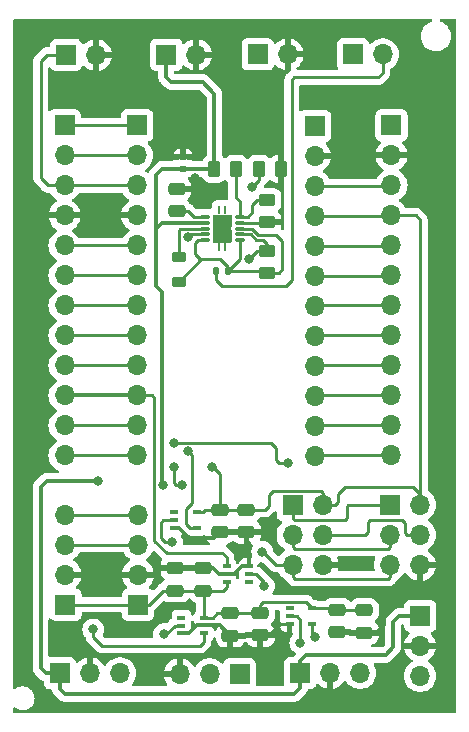
<source format=gbr>
%TF.GenerationSoftware,KiCad,Pcbnew,7.0.9-7.0.9~ubuntu22.04.1*%
%TF.CreationDate,2023-12-29T16:16:38+05:30*%
%TF.ProjectId,ulpLoRa_charge controller HAT,756c704c-6f52-4615-9f63-686172676520,rev?*%
%TF.SameCoordinates,Original*%
%TF.FileFunction,Copper,L1,Top*%
%TF.FilePolarity,Positive*%
%FSLAX46Y46*%
G04 Gerber Fmt 4.6, Leading zero omitted, Abs format (unit mm)*
G04 Created by KiCad (PCBNEW 7.0.9-7.0.9~ubuntu22.04.1) date 2023-12-29 16:16:38*
%MOMM*%
%LPD*%
G01*
G04 APERTURE LIST*
G04 Aperture macros list*
%AMRoundRect*
0 Rectangle with rounded corners*
0 $1 Rounding radius*
0 $2 $3 $4 $5 $6 $7 $8 $9 X,Y pos of 4 corners*
0 Add a 4 corners polygon primitive as box body*
4,1,4,$2,$3,$4,$5,$6,$7,$8,$9,$2,$3,0*
0 Add four circle primitives for the rounded corners*
1,1,$1+$1,$2,$3*
1,1,$1+$1,$4,$5*
1,1,$1+$1,$6,$7*
1,1,$1+$1,$8,$9*
0 Add four rect primitives between the rounded corners*
20,1,$1+$1,$2,$3,$4,$5,0*
20,1,$1+$1,$4,$5,$6,$7,0*
20,1,$1+$1,$6,$7,$8,$9,0*
20,1,$1+$1,$8,$9,$2,$3,0*%
G04 Aperture macros list end*
%TA.AperFunction,ComponentPad*%
%ADD10R,1.700000X1.700000*%
%TD*%
%TA.AperFunction,ComponentPad*%
%ADD11O,1.700000X1.700000*%
%TD*%
%TA.AperFunction,SMDPad,CuDef*%
%ADD12RoundRect,0.250000X0.450000X-0.262500X0.450000X0.262500X-0.450000X0.262500X-0.450000X-0.262500X0*%
%TD*%
%TA.AperFunction,SMDPad,CuDef*%
%ADD13RoundRect,0.218750X0.381250X-0.218750X0.381250X0.218750X-0.381250X0.218750X-0.381250X-0.218750X0*%
%TD*%
%TA.AperFunction,SMDPad,CuDef*%
%ADD14RoundRect,0.250000X0.475000X-0.250000X0.475000X0.250000X-0.475000X0.250000X-0.475000X-0.250000X0*%
%TD*%
%TA.AperFunction,SMDPad,CuDef*%
%ADD15R,0.650000X0.400000*%
%TD*%
%TA.AperFunction,SMDPad,CuDef*%
%ADD16RoundRect,0.250000X-0.475000X0.250000X-0.475000X-0.250000X0.475000X-0.250000X0.475000X0.250000X0*%
%TD*%
%TA.AperFunction,SMDPad,CuDef*%
%ADD17RoundRect,0.250000X-0.450000X0.262500X-0.450000X-0.262500X0.450000X-0.262500X0.450000X0.262500X0*%
%TD*%
%TA.AperFunction,SMDPad,CuDef*%
%ADD18RoundRect,0.140000X-0.170000X0.140000X-0.170000X-0.140000X0.170000X-0.140000X0.170000X0.140000X0*%
%TD*%
%TA.AperFunction,SMDPad,CuDef*%
%ADD19RoundRect,0.140000X-0.140000X-0.170000X0.140000X-0.170000X0.140000X0.170000X-0.140000X0.170000X0*%
%TD*%
%TA.AperFunction,SMDPad,CuDef*%
%ADD20RoundRect,0.250000X-0.262500X-0.450000X0.262500X-0.450000X0.262500X0.450000X-0.262500X0.450000X0*%
%TD*%
%TA.AperFunction,SMDPad,CuDef*%
%ADD21R,0.280000X0.280000*%
%TD*%
%TA.AperFunction,SMDPad,CuDef*%
%ADD22O,0.850000X0.280000*%
%TD*%
%TA.AperFunction,ComponentPad*%
%ADD23C,0.600000*%
%TD*%
%TA.AperFunction,SMDPad,CuDef*%
%ADD24R,0.680000X1.050000*%
%TD*%
%TA.AperFunction,SMDPad,CuDef*%
%ADD25R,0.260000X0.500000*%
%TD*%
%TA.AperFunction,SMDPad,CuDef*%
%ADD26R,0.280000X0.700000*%
%TD*%
%TA.AperFunction,SMDPad,CuDef*%
%ADD27R,1.650000X2.400000*%
%TD*%
%TA.AperFunction,ViaPad*%
%ADD28C,0.800000*%
%TD*%
%TA.AperFunction,Conductor*%
%ADD29C,0.250000*%
%TD*%
%TA.AperFunction,Conductor*%
%ADD30C,0.304500*%
%TD*%
%TA.AperFunction,Conductor*%
%ADD31C,0.305000*%
%TD*%
%TA.AperFunction,Conductor*%
%ADD32C,0.254000*%
%TD*%
%TA.AperFunction,Conductor*%
%ADD33C,0.350000*%
%TD*%
%TA.AperFunction,Conductor*%
%ADD34C,0.200000*%
%TD*%
G04 APERTURE END LIST*
D10*
%TO.P,J5,1,Pin_1*%
%TO.N,/BAT*%
X147270534Y-114009339D03*
D11*
%TO.P,J5,2,Pin_2*%
%TO.N,/MPPT_TX*%
X144730534Y-114009339D03*
%TO.P,J5,3,Pin_3*%
%TO.N,GND*%
X142190534Y-114009339D03*
%TD*%
D10*
%TO.P,CON1,1*%
%TO.N,/MISO*%
X151762929Y-99671787D03*
D11*
%TO.P,CON1,2*%
%TO.N,/VCC*%
X154302929Y-99671787D03*
%TO.P,CON1,3*%
%TO.N,/SCK*%
X151762929Y-102211787D03*
%TO.P,CON1,4*%
%TO.N,/MOSI*%
X154302929Y-102211787D03*
%TO.P,CON1,5*%
%TO.N,/RST*%
X151762929Y-104751787D03*
%TO.P,CON1,6*%
%TO.N,GND*%
X154302929Y-104751787D03*
%TD*%
D12*
%TO.P,R3,1*%
%TO.N,Net-(U1-EN)*%
X149604913Y-80014713D03*
%TO.P,R3,2*%
%TO.N,Net-(U1-UVLO)*%
X149604913Y-78189713D03*
%TD*%
D10*
%TO.P,J6,1,Pin_1*%
%TO.N,/VCC*%
X132530232Y-108123377D03*
D11*
%TO.P,J6,2,Pin_2*%
%TO.N,GND*%
X132530232Y-105583377D03*
%TO.P,J6,3,Pin_3*%
%TO.N,/SCL*%
X132530232Y-103043377D03*
%TO.P,J6,4,Pin_4*%
%TO.N,/SDA*%
X132530232Y-100503377D03*
%TD*%
D10*
%TO.P,CON2,1*%
%TO.N,/MISO*%
X160011064Y-99679755D03*
D11*
%TO.P,CON2,2*%
%TO.N,/VCC*%
X162551064Y-99679755D03*
%TO.P,CON2,3*%
%TO.N,/SCK*%
X160011064Y-102219755D03*
%TO.P,CON2,4*%
%TO.N,/MOSI*%
X162551064Y-102219755D03*
%TO.P,CON2,5*%
%TO.N,/RST*%
X160011064Y-104759755D03*
%TO.P,CON2,6*%
%TO.N,GND*%
X162551064Y-104759755D03*
%TD*%
D13*
%TO.P,L1,1,1*%
%TO.N,Net-(U1-EN)*%
X142113000Y-80797500D03*
%TO.P,L1,2,2*%
%TO.N,Net-(U1-L)*%
X142113000Y-78672500D03*
%TD*%
D14*
%TO.P,C10,1*%
%TO.N,/VCC*%
X141817050Y-106928314D03*
%TO.P,C10,2*%
%TO.N,GND*%
X141817050Y-105028314D03*
%TD*%
D10*
%TO.P,J15,1,Pin_1*%
%TO.N,/5V*%
X152400000Y-113898000D03*
D11*
%TO.P,J15,2,Pin_2*%
%TO.N,GND*%
X154940000Y-113898000D03*
%TO.P,J15,3,Pin_3*%
%TO.N,/D3*%
X157480000Y-113898000D03*
%TD*%
D10*
%TO.P,J3,1,Pin_1*%
%TO.N,/RST*%
X132583000Y-61574000D03*
D11*
%TO.P,J3,2,Pin_2*%
%TO.N,GND*%
X135123000Y-61574000D03*
%TD*%
D10*
%TO.P,J2,1,Pin_1*%
%TO.N,/BAT*%
X153667297Y-67605788D03*
D11*
%TO.P,J2,2,Pin_2*%
%TO.N,GND*%
X153667297Y-70145788D03*
%TO.P,J2,3,Pin_3*%
%TO.N,Net-(J2-Pin_3)*%
X153667297Y-72685788D03*
%TO.P,J2,4,Pin_4*%
%TO.N,/VCC*%
X153667297Y-75225788D03*
%TO.P,J2,5,Pin_5*%
%TO.N,Net-(J2-Pin_5)*%
X153667297Y-77765788D03*
%TO.P,J2,6,Pin_6*%
%TO.N,Net-(J2-Pin_6)*%
X153667297Y-80305788D03*
%TO.P,J2,7,Pin_7*%
%TO.N,Net-(J2-Pin_7)*%
X153667297Y-82845788D03*
%TO.P,J2,8,Pin_8*%
%TO.N,Net-(J2-Pin_8)*%
X153667297Y-85385788D03*
%TO.P,J2,9,Pin_9*%
%TO.N,Net-(J2-Pin_9)*%
X153667297Y-87925788D03*
%TO.P,J2,10,Pin_10*%
%TO.N,Net-(J2-Pin_10)*%
X153667297Y-90465788D03*
%TO.P,J2,11,Pin_11*%
%TO.N,Net-(J2-Pin_11)*%
X153667297Y-93005788D03*
%TO.P,J2,12,Pin_12*%
%TO.N,Net-(J2-Pin_12)*%
X153667297Y-95545788D03*
%TD*%
D15*
%TO.P,U4,1,NC*%
%TO.N,unconnected-(U4-NC-Pad1)*%
X141724106Y-100316507D03*
%TO.P,U4,2,A*%
%TO.N,/D2*%
X141724106Y-100966507D03*
%TO.P,U4,3,GND*%
%TO.N,GND*%
X141724106Y-101616507D03*
%TO.P,U4,4,Y*%
%TO.N,/RX*%
X143624106Y-101616507D03*
%TO.P,U4,5,VCC*%
%TO.N,/VCC*%
X143624106Y-100316507D03*
%TD*%
D16*
%TO.P,C9,1*%
%TO.N,/VCC*%
X155527242Y-108570174D03*
%TO.P,C9,2*%
%TO.N,GND*%
X155527242Y-110470174D03*
%TD*%
D17*
%TO.P,R2,1*%
%TO.N,Net-(U1-FB)*%
X149604913Y-73871713D03*
%TO.P,R2,2*%
%TO.N,GND*%
X149604913Y-75696713D03*
%TD*%
D18*
%TO.P,C3,1*%
%TO.N,GND*%
X142464645Y-70243989D03*
%TO.P,C3,2*%
%TO.N,/5V*%
X142464645Y-71203989D03*
%TD*%
D14*
%TO.P,C7,1*%
%TO.N,/VCC*%
X144203402Y-106928314D03*
%TO.P,C7,2*%
%TO.N,GND*%
X144203402Y-105028314D03*
%TD*%
D19*
%TO.P,C1,1*%
%TO.N,Net-(J9-Pin_2)*%
X145314913Y-79864213D03*
%TO.P,C1,2*%
%TO.N,Net-(U1-EN)*%
X146274913Y-79864213D03*
%TD*%
D10*
%TO.P,J11,1,Pin_1*%
%TO.N,/BAT*%
X148797981Y-61533420D03*
D11*
%TO.P,J11,2,Pin_2*%
%TO.N,GND*%
X151337981Y-61533420D03*
%TD*%
D16*
%TO.P,C6,1*%
%TO.N,/VCC*%
X149022578Y-108820353D03*
%TO.P,C6,2*%
%TO.N,GND*%
X149022578Y-110720353D03*
%TD*%
D20*
%TO.P,R4,1*%
%TO.N,Net-(U1-UVLO)*%
X148946413Y-71228213D03*
%TO.P,R4,2*%
%TO.N,GND*%
X150771413Y-71228213D03*
%TD*%
%TO.P,R1,1*%
%TO.N,/5V*%
X145136413Y-71228213D03*
%TO.P,R1,2*%
%TO.N,Net-(U1-FB)*%
X146961413Y-71228213D03*
%TD*%
D16*
%TO.P,C11,1*%
%TO.N,/VCC*%
X146495766Y-108845371D03*
%TO.P,C11,2*%
%TO.N,GND*%
X146495766Y-110745371D03*
%TD*%
D10*
%TO.P,J8,1,Pin_1*%
%TO.N,Net-(J1-Pin_1)*%
X132450904Y-67546774D03*
D11*
%TO.P,J8,2,Pin_2*%
%TO.N,/RX*%
X132450904Y-70086774D03*
%TO.P,J8,3,Pin_3*%
%TO.N,/RST*%
X132450904Y-72626774D03*
%TO.P,J8,4,Pin_4*%
%TO.N,GND*%
X132450904Y-75166774D03*
%TO.P,J8,5,Pin_5*%
%TO.N,Net-(J1-Pin_5)*%
X132450904Y-77706774D03*
%TO.P,J8,6,Pin_6*%
%TO.N,Net-(J1-Pin_6)*%
X132450904Y-80246774D03*
%TO.P,J8,7,Pin_7*%
%TO.N,Net-(J1-Pin_7)*%
X132450904Y-82786774D03*
%TO.P,J8,8,Pin_8*%
%TO.N,Net-(J1-Pin_8)*%
X132450904Y-85326774D03*
%TO.P,J8,9,Pin_9*%
%TO.N,Net-(J1-Pin_9)*%
X132450904Y-87866774D03*
%TO.P,J8,10,Pin_10*%
%TO.N,/7*%
X132450904Y-90406774D03*
%TO.P,J8,11,Pin_11*%
%TO.N,/8*%
X132450904Y-92946774D03*
%TO.P,J8,12,Pin_12*%
%TO.N,/9*%
X132450904Y-95486774D03*
%TD*%
D10*
%TO.P,J7,1,Pin_1*%
%TO.N,/BAT*%
X160131044Y-67529767D03*
D11*
%TO.P,J7,2,Pin_2*%
%TO.N,GND*%
X160131044Y-70069767D03*
%TO.P,J7,3,Pin_3*%
%TO.N,Net-(J2-Pin_3)*%
X160131044Y-72609767D03*
%TO.P,J7,4,Pin_4*%
%TO.N,/VCC*%
X160131044Y-75149767D03*
%TO.P,J7,5,Pin_5*%
%TO.N,Net-(J2-Pin_5)*%
X160131044Y-77689767D03*
%TO.P,J7,6,Pin_6*%
%TO.N,Net-(J2-Pin_6)*%
X160131044Y-80229767D03*
%TO.P,J7,7,Pin_7*%
%TO.N,Net-(J2-Pin_7)*%
X160131044Y-82769767D03*
%TO.P,J7,8,Pin_8*%
%TO.N,Net-(J2-Pin_8)*%
X160131044Y-85309767D03*
%TO.P,J7,9,Pin_9*%
%TO.N,Net-(J2-Pin_9)*%
X160131044Y-87849767D03*
%TO.P,J7,10,Pin_10*%
%TO.N,Net-(J2-Pin_10)*%
X160131044Y-90389767D03*
%TO.P,J7,11,Pin_11*%
%TO.N,Net-(J2-Pin_11)*%
X160131044Y-92929767D03*
%TO.P,J7,12,Pin_12*%
%TO.N,Net-(J2-Pin_12)*%
X160131044Y-95469767D03*
%TD*%
D10*
%TO.P,J4,1,Pin_1*%
%TO.N,/VCC*%
X138666745Y-108130844D03*
D11*
%TO.P,J4,2,Pin_2*%
%TO.N,GND*%
X138666745Y-105590844D03*
%TO.P,J4,3,Pin_3*%
%TO.N,/SCL*%
X138666745Y-103050844D03*
%TO.P,J4,4,Pin_4*%
%TO.N,/SDA*%
X138666745Y-100510844D03*
%TD*%
D15*
%TO.P,U3,1,NC*%
%TO.N,unconnected-(U3-NC-Pad1)*%
X142344151Y-109245227D03*
%TO.P,U3,2,A*%
%TO.N,/D3*%
X142344151Y-109895227D03*
%TO.P,U3,3,GND*%
%TO.N,GND*%
X142344151Y-110545227D03*
%TO.P,U3,4,Y*%
%TO.N,/8*%
X144244151Y-110545227D03*
%TO.P,U3,5,VCC*%
%TO.N,/VCC*%
X144244151Y-109245227D03*
%TD*%
D16*
%TO.P,C8,1*%
%TO.N,/VCC*%
X147853915Y-100081401D03*
%TO.P,C8,2*%
%TO.N,GND*%
X147853915Y-101981401D03*
%TD*%
%TO.P,C5,1*%
%TO.N,/VCC*%
X157828893Y-108595191D03*
%TO.P,C5,2*%
%TO.N,GND*%
X157828893Y-110495191D03*
%TD*%
D15*
%TO.P,U5,1,NC*%
%TO.N,unconnected-(U5-NC-Pad1)*%
X148070727Y-106174512D03*
%TO.P,U5,2,A*%
%TO.N,/MPPT_TX*%
X148070727Y-105524512D03*
%TO.P,U5,3,GND*%
%TO.N,GND*%
X148070727Y-104874512D03*
%TO.P,U5,4,Y*%
%TO.N,/7*%
X146170727Y-104874512D03*
%TO.P,U5,5,VCC*%
%TO.N,/VCC*%
X146170727Y-106174512D03*
%TD*%
D10*
%TO.P,J9,1,Pin_1*%
%TO.N,/BAT*%
X156869645Y-61533479D03*
D11*
%TO.P,J9,2,Pin_2*%
%TO.N,Net-(J9-Pin_2)*%
X159409645Y-61533479D03*
%TD*%
D16*
%TO.P,C4,1*%
%TO.N,/VCC*%
X145612732Y-100100352D03*
%TO.P,C4,2*%
%TO.N,GND*%
X145612732Y-102000352D03*
%TD*%
D10*
%TO.P,J14,1,Pin_1*%
%TO.N,/5V*%
X132072747Y-113936329D03*
D11*
%TO.P,J14,2,Pin_2*%
%TO.N,GND*%
X134612747Y-113936329D03*
%TO.P,J14,3,Pin_3*%
%TO.N,/D2*%
X137152747Y-113936329D03*
%TD*%
D10*
%TO.P,J12,1,Pin_1*%
%TO.N,/5V*%
X141056507Y-61553739D03*
D11*
%TO.P,J12,2,Pin_2*%
%TO.N,GND*%
X143596507Y-61553739D03*
%TD*%
D10*
%TO.P,J1,1,Pin_1*%
%TO.N,Net-(J1-Pin_1)*%
X138598418Y-67545362D03*
D11*
%TO.P,J1,2,Pin_2*%
%TO.N,/RX*%
X138598418Y-70085362D03*
%TO.P,J1,3,Pin_3*%
%TO.N,/RST*%
X138598418Y-72625362D03*
%TO.P,J1,4,Pin_4*%
%TO.N,GND*%
X138598418Y-75165362D03*
%TO.P,J1,5,Pin_5*%
%TO.N,Net-(J1-Pin_5)*%
X138598418Y-77705362D03*
%TO.P,J1,6,Pin_6*%
%TO.N,Net-(J1-Pin_6)*%
X138598418Y-80245362D03*
%TO.P,J1,7,Pin_7*%
%TO.N,Net-(J1-Pin_7)*%
X138598418Y-82785362D03*
%TO.P,J1,8,Pin_8*%
%TO.N,Net-(J1-Pin_8)*%
X138598418Y-85325362D03*
%TO.P,J1,9,Pin_9*%
%TO.N,Net-(J1-Pin_9)*%
X138598418Y-87865362D03*
%TO.P,J1,10,Pin_10*%
%TO.N,/7*%
X138598418Y-90405362D03*
%TO.P,J1,11,Pin_11*%
%TO.N,/8*%
X138598418Y-92945362D03*
%TO.P,J1,12,Pin_12*%
%TO.N,/9*%
X138598418Y-95485362D03*
%TD*%
D21*
%TO.P,U1,1,VAUX*%
%TO.N,Net-(U1-VAUX)*%
X144038913Y-75282213D03*
D22*
X144323913Y-75282213D03*
D21*
%TO.P,U1,2,VOUT*%
%TO.N,/5V*%
X144038913Y-75782213D03*
D22*
X144323913Y-75782213D03*
D21*
%TO.P,U1,3,L*%
%TO.N,Net-(U1-L)*%
X144038913Y-76282213D03*
D22*
X144323913Y-76282213D03*
D21*
%TO.P,U1,4,PGND*%
%TO.N,GND*%
X144038913Y-76782213D03*
D22*
X144323913Y-76782213D03*
D21*
%TO.P,U1,5,VIN*%
%TO.N,Net-(U1-EN)*%
X144038913Y-77282213D03*
D22*
X144323913Y-77282213D03*
%TO.P,U1,6,EN*%
X147273913Y-77282213D03*
D21*
X147558913Y-77282213D03*
D22*
%TO.P,U1,7,UVLO*%
%TO.N,Net-(U1-UVLO)*%
X147273913Y-76782213D03*
D21*
X147558913Y-76782213D03*
D22*
%TO.P,U1,8,PS*%
%TO.N,Net-(U1-EN)*%
X147273913Y-76282213D03*
D21*
X147558913Y-76282213D03*
D22*
%TO.P,U1,9,GND*%
%TO.N,GND*%
X147273913Y-75782213D03*
D21*
X147558913Y-75782213D03*
D22*
%TO.P,U1,10,FB*%
%TO.N,Net-(U1-FB)*%
X147273913Y-75282213D03*
D21*
X147558913Y-75282213D03*
D23*
%TO.P,U1,11,PAD*%
%TO.N,unconnected-(U1-PAD-Pad11)*%
X145298913Y-75532213D03*
X145298913Y-77032213D03*
D24*
X145348913Y-75647213D03*
X145348913Y-76917213D03*
D25*
X145548913Y-74652213D03*
D26*
X145548913Y-74732213D03*
X145548913Y-77832213D03*
D25*
X145548913Y-77912213D03*
D23*
X145798913Y-76282213D03*
D27*
X145798913Y-76282213D03*
D25*
X146048913Y-74652213D03*
D26*
X146048913Y-74732213D03*
X146048913Y-77832213D03*
D25*
X146048913Y-77912213D03*
D24*
X146248913Y-75647213D03*
X146248913Y-76917213D03*
D23*
X146298913Y-75532213D03*
X146298913Y-77032213D03*
%TD*%
D14*
%TO.P,C2,1*%
%TO.N,Net-(U1-VAUX)*%
X141942500Y-74829682D03*
%TO.P,C2,2*%
%TO.N,GND*%
X141942500Y-72929682D03*
%TD*%
D15*
%TO.P,U2,1,NC*%
%TO.N,unconnected-(U2-NC-Pad1)*%
X151524372Y-108444653D03*
%TO.P,U2,2,A*%
%TO.N,/D1*%
X151524372Y-109094653D03*
%TO.P,U2,3,GND*%
%TO.N,GND*%
X151524372Y-109744653D03*
%TO.P,U2,4,Y*%
%TO.N,/9*%
X153424372Y-109744653D03*
%TO.P,U2,5,VCC*%
%TO.N,/VCC*%
X153424372Y-108444653D03*
%TD*%
D10*
%TO.P,J13,1,Pin_1*%
%TO.N,/5V*%
X162560000Y-109072000D03*
D11*
%TO.P,J13,2,Pin_2*%
%TO.N,GND*%
X162560000Y-111612000D03*
%TO.P,J13,3,Pin_3*%
%TO.N,/D1*%
X162560000Y-114152000D03*
%TD*%
D28*
%TO.N,GND*%
X149479000Y-68559000D03*
X143510000Y-71988000D03*
X142875000Y-77008713D03*
X154178000Y-107040000D03*
%TO.N,/VCC*%
X142367000Y-98023000D03*
X141700327Y-96447332D03*
X144907000Y-96499000D03*
%TO.N,/MPPT_TX*%
X149352000Y-106532000D03*
%TO.N,Net-(U1-UVLO)*%
X148082000Y-78846000D03*
X148336000Y-72750000D03*
%TO.N,/RST*%
X149177503Y-103625465D03*
%TO.N,/5V*%
X135255000Y-97642000D03*
X140786577Y-97955588D03*
%TO.N,/RX*%
X142927207Y-95127386D03*
%TO.N,/8*%
X134874000Y-110215000D03*
%TO.N,/9*%
X141732000Y-94400386D03*
X153670000Y-110850000D03*
X151384000Y-96118000D03*
%TO.N,/D1*%
X152400000Y-111358000D03*
%TO.N,/D3*%
X140847299Y-110600299D03*
%TO.N,/D2*%
X141561634Y-102826136D03*
%TD*%
D29*
%TO.N,/VCC*%
X145612732Y-100100352D02*
X144353648Y-100100352D01*
X144353648Y-100100352D02*
X144137493Y-100316507D01*
X144137493Y-100316507D02*
X143624106Y-100316507D01*
D30*
%TO.N,GND*%
X144203402Y-105028314D02*
X145054314Y-105028314D01*
X145054314Y-105028314D02*
X145554252Y-105528252D01*
X147491227Y-104874512D02*
X148070727Y-104874512D01*
X145554252Y-105528252D02*
X146837487Y-105528252D01*
X146837487Y-105528252D02*
X147491227Y-104874512D01*
D29*
%TO.N,/VCC*%
X155527242Y-108570174D02*
X157803876Y-108570174D01*
X157803876Y-108570174D02*
X157828893Y-108595191D01*
D30*
%TO.N,GND*%
X154432000Y-106786000D02*
X158750000Y-106786000D01*
X158750000Y-106786000D02*
X159512000Y-107548000D01*
X154178000Y-107040000D02*
X154432000Y-106786000D01*
X159512000Y-109834000D02*
X159512000Y-107548000D01*
X159512000Y-109834000D02*
X158850809Y-110495191D01*
X158850809Y-110495191D02*
X157828893Y-110495191D01*
D31*
X143256000Y-110262878D02*
X143684878Y-109834000D01*
X143684878Y-109834000D02*
X145584395Y-109834000D01*
X145584395Y-109834000D02*
X146495766Y-110745371D01*
D30*
X138666745Y-105590844D02*
X139879156Y-105590844D01*
X139879156Y-105590844D02*
X140462000Y-105008000D01*
D29*
X141796736Y-105008000D02*
X141817050Y-105028314D01*
D30*
X140462000Y-105008000D02*
X141796736Y-105008000D01*
X143510000Y-102468000D02*
X145145084Y-102468000D01*
X143510000Y-102468000D02*
X143002000Y-102468000D01*
X143002000Y-102468000D02*
X142150507Y-101616507D01*
X142150507Y-101616507D02*
X141724106Y-101616507D01*
X145145084Y-102468000D02*
X145612732Y-102000352D01*
D29*
%TO.N,/MISO*%
X153416000Y-100944000D02*
X151892000Y-100944000D01*
X151762929Y-99671787D02*
X151762929Y-100814929D01*
X151762929Y-100814929D02*
X151892000Y-100944000D01*
%TO.N,/VCC*%
X156464000Y-98150000D02*
X161925000Y-98150000D01*
X161925000Y-98150000D02*
X162551064Y-98776064D01*
X162551064Y-98776064D02*
X162551064Y-99679755D01*
D32*
X156464000Y-98150000D02*
X156210000Y-98150000D01*
X156210000Y-98150000D02*
X155575000Y-98785000D01*
X155575000Y-98785000D02*
X155575000Y-99420000D01*
X155575000Y-99420000D02*
X155323213Y-99671787D01*
D29*
%TO.N,Net-(U1-UVLO)*%
X148336000Y-72750000D02*
X148946413Y-72139587D01*
X148946413Y-72139587D02*
X148946413Y-71228213D01*
D30*
%TO.N,GND*%
X150771413Y-68835413D02*
X150771413Y-71228213D01*
D29*
X148082000Y-104863239D02*
X148070727Y-104874512D01*
D30*
X143510000Y-72496000D02*
X143510000Y-71988000D01*
D29*
X138598418Y-74598198D02*
X138598418Y-75165362D01*
D30*
X150495000Y-68559000D02*
X150771413Y-68835413D01*
X143076318Y-72929682D02*
X143510000Y-72496000D01*
X144203402Y-105028314D02*
X141817050Y-105028314D01*
X149479000Y-68559000D02*
X150495000Y-68559000D01*
D29*
X149022578Y-110720353D02*
X149735647Y-110720353D01*
D32*
X143101500Y-76782213D02*
X144323913Y-76782213D01*
D29*
X147853915Y-102620915D02*
X148082000Y-102849000D01*
X147853915Y-101981401D02*
X145631683Y-101981401D01*
D32*
X142875000Y-77008713D02*
X143101500Y-76782213D01*
D29*
X150711347Y-109744653D02*
X151524372Y-109744653D01*
X147853915Y-101981401D02*
X147853915Y-102620915D01*
X147273913Y-75782213D02*
X149519413Y-75782213D01*
X145631683Y-101981401D02*
X145612732Y-102000352D01*
X148082000Y-102849000D02*
X148082000Y-104863239D01*
X141984645Y-72887537D02*
X141942500Y-72929682D01*
D30*
X141942500Y-72929682D02*
X143076318Y-72929682D01*
X142973651Y-110545227D02*
X142344151Y-110545227D01*
D29*
X149735647Y-110720353D02*
X150711347Y-109744653D01*
D30*
X142210913Y-72661269D02*
X141942500Y-72929682D01*
X143256000Y-110262878D02*
X142973651Y-110545227D01*
D29*
X149519413Y-75782213D02*
X149604913Y-75696713D01*
%TO.N,/7*%
X146170727Y-104112727D02*
X145796000Y-103738000D01*
X146170727Y-104874512D02*
X146170727Y-104112727D01*
X140062077Y-102703077D02*
X140062077Y-90638077D01*
X140062077Y-90638077D02*
X139829362Y-90405362D01*
X141097000Y-103738000D02*
X140062077Y-102703077D01*
X145796000Y-103738000D02*
X141097000Y-103738000D01*
X138597006Y-90406774D02*
X138598418Y-90405362D01*
X139829362Y-90405362D02*
X138598418Y-90405362D01*
D33*
X132450904Y-90406774D02*
X138597006Y-90406774D01*
D29*
%TO.N,/BAT*%
X160055023Y-67605788D02*
X160131044Y-67529767D01*
%TO.N,/VCC*%
X162551064Y-75535064D02*
X162551064Y-99679755D01*
X141700327Y-97852340D02*
X141700327Y-96447332D01*
X144244151Y-109245227D02*
X144244151Y-106969063D01*
X146495766Y-108845371D02*
X145387629Y-108845371D01*
X132537699Y-108130844D02*
X132530232Y-108123377D01*
D32*
X149452599Y-100081401D02*
X149071599Y-100081401D01*
X150084713Y-98496787D02*
X149733000Y-98848500D01*
X149733000Y-99801000D02*
X149452599Y-100081401D01*
D29*
X146170727Y-106665273D02*
X146170727Y-106174512D01*
X149234347Y-107919653D02*
X149022578Y-108131422D01*
X153424372Y-108444653D02*
X155401721Y-108444653D01*
X153667297Y-75225788D02*
X160055023Y-75225788D01*
X154302929Y-99671787D02*
X154302929Y-98655929D01*
X141870987Y-98023000D02*
X141700327Y-97852340D01*
X142367000Y-98023000D02*
X141870987Y-98023000D01*
X145631683Y-100081401D02*
X145612732Y-100100352D01*
X149022578Y-108820353D02*
X146520784Y-108820353D01*
D32*
X149733000Y-98848500D02*
X149733000Y-99801000D01*
D29*
X160131044Y-75149767D02*
X162165767Y-75149767D01*
X145034000Y-96499000D02*
X145612732Y-97077732D01*
X152899372Y-107919653D02*
X149234347Y-107919653D01*
X139625156Y-108130844D02*
X138666745Y-108130844D01*
X140827686Y-106928314D02*
X139625156Y-108130844D01*
X154143787Y-98496787D02*
X150656213Y-98496787D01*
X144203402Y-106928314D02*
X145907686Y-106928314D01*
X144244151Y-106969063D02*
X144203402Y-106928314D01*
X147853915Y-100081401D02*
X145631683Y-100081401D01*
X145907686Y-106928314D02*
X146170727Y-106665273D01*
X162165767Y-75149767D02*
X162551064Y-75535064D01*
X154302929Y-98655929D02*
X154143787Y-98496787D01*
X138666745Y-108130844D02*
X132537699Y-108130844D01*
X153424372Y-108444653D02*
X152899372Y-107919653D01*
X155401721Y-108444653D02*
X155527242Y-108570174D01*
D32*
X150656213Y-98496787D02*
X150084713Y-98496787D01*
D29*
X145387629Y-108845371D02*
X144987773Y-109245227D01*
X149071599Y-100081401D02*
X147853915Y-100081401D01*
X145612732Y-97077732D02*
X145612732Y-100100352D01*
X144203402Y-106928314D02*
X141817050Y-106928314D01*
X144987773Y-109245227D02*
X144244151Y-109245227D01*
X146520784Y-108820353D02*
X146495766Y-108845371D01*
X149022578Y-108131422D02*
X149022578Y-108820353D01*
X154302929Y-99671787D02*
X155323213Y-99671787D01*
X160055023Y-75225788D02*
X160131044Y-75149767D01*
X144907000Y-96499000D02*
X145034000Y-96499000D01*
X141817050Y-106928314D02*
X140827686Y-106928314D01*
%TO.N,/MPPT_TX*%
X149352000Y-106230785D02*
X148645727Y-105524512D01*
X148645727Y-105524512D02*
X148070727Y-105524512D01*
X149352000Y-106532000D02*
X149352000Y-106230785D01*
%TO.N,Net-(U1-FB)*%
X147558913Y-75282213D02*
X147962787Y-75282213D01*
X146961413Y-73661413D02*
X147273913Y-73973913D01*
X146961413Y-71228213D02*
X146961413Y-73661413D01*
X148336000Y-74909000D02*
X148336000Y-74274000D01*
X147962787Y-75282213D02*
X148336000Y-74909000D01*
X148336000Y-74274000D02*
X148738287Y-73871713D01*
X148738287Y-73871713D02*
X149604913Y-73871713D01*
X147273913Y-73973913D02*
X147273913Y-75282213D01*
%TO.N,Net-(U1-UVLO)*%
X148679200Y-77264000D02*
X149294000Y-77264000D01*
X149604913Y-77574913D02*
X149604913Y-78189713D01*
X147273913Y-76782213D02*
X148197413Y-76782213D01*
X148738287Y-78189713D02*
X148082000Y-78846000D01*
X148197413Y-76782213D02*
X148679200Y-77264000D01*
X149294000Y-77264000D02*
X149604913Y-77574913D01*
X149604913Y-78189713D02*
X148738287Y-78189713D01*
D32*
%TO.N,Net-(U1-EN)*%
X143740287Y-77282213D02*
X143510000Y-77512500D01*
D29*
X146274913Y-79864213D02*
X149454413Y-79864213D01*
X150876000Y-79735000D02*
X150596287Y-80014713D01*
X148333809Y-76282213D02*
X148865596Y-76814000D01*
D32*
X144038913Y-77282213D02*
X143740287Y-77282213D01*
D29*
X147273913Y-78865213D02*
X146274913Y-79864213D01*
D32*
X143939713Y-78894713D02*
X144653000Y-78894713D01*
X143510000Y-78465000D02*
X143939713Y-78894713D01*
D29*
X145615412Y-78894713D02*
X146274913Y-79554214D01*
X150596287Y-80014713D02*
X149604913Y-80014713D01*
X150368000Y-76814000D02*
X150876000Y-77322000D01*
D32*
X143510000Y-77512500D02*
X143510000Y-78465000D01*
D29*
X146274913Y-79554214D02*
X146274913Y-79864213D01*
X147273913Y-77282213D02*
X147273913Y-78865213D01*
D32*
X144653000Y-78894713D02*
X145615412Y-78894713D01*
X144015787Y-78894713D02*
X144653000Y-78894713D01*
D29*
X147558913Y-76282213D02*
X148333809Y-76282213D01*
X149454413Y-79864213D02*
X149604913Y-80014713D01*
X148865596Y-76814000D02*
X150368000Y-76814000D01*
X150876000Y-77322000D02*
X150876000Y-79735000D01*
D32*
X142113000Y-80797500D02*
X144015787Y-78894713D01*
D29*
%TO.N,Net-(J1-Pin_1)*%
X132450904Y-67546774D02*
X138597006Y-67546774D01*
X138597006Y-67546774D02*
X138598418Y-67545362D01*
%TO.N,/RST*%
X132450904Y-72626774D02*
X138597006Y-72626774D01*
X130429000Y-71988000D02*
X131067774Y-72626774D01*
X149239465Y-103625465D02*
X150365787Y-104751787D01*
X151762929Y-105767929D02*
X151921787Y-105926787D01*
D32*
X159863213Y-105926787D02*
X159736213Y-105926787D01*
D29*
X130937000Y-61574000D02*
X130429000Y-62082000D01*
X132583000Y-61574000D02*
X130937000Y-61574000D01*
X131067774Y-72626774D02*
X132450904Y-72626774D01*
X150365787Y-104751787D02*
X151762929Y-104751787D01*
D32*
X160011064Y-104759755D02*
X160011064Y-105778936D01*
X160011064Y-105778936D02*
X159863213Y-105926787D01*
D29*
X149177503Y-103625465D02*
X149239465Y-103625465D01*
X151921787Y-105926787D02*
X159736213Y-105926787D01*
X130429000Y-62082000D02*
X130429000Y-71988000D01*
X138597006Y-72626774D02*
X138598418Y-72625362D01*
X151762929Y-104751787D02*
X151762929Y-105767929D01*
%TO.N,Net-(J1-Pin_5)*%
X132450904Y-77706774D02*
X138597006Y-77706774D01*
X138597006Y-77706774D02*
X138598418Y-77705362D01*
%TO.N,Net-(J1-Pin_6)*%
X138597006Y-80246774D02*
X138598418Y-80245362D01*
X132450904Y-80246774D02*
X138597006Y-80246774D01*
%TO.N,Net-(J1-Pin_7)*%
X132450904Y-82786774D02*
X138597006Y-82786774D01*
X138597006Y-82786774D02*
X138598418Y-82785362D01*
%TO.N,Net-(J1-Pin_8)*%
X132450904Y-85326774D02*
X138597006Y-85326774D01*
X138597006Y-85326774D02*
X138598418Y-85325362D01*
%TO.N,Net-(J1-Pin_9)*%
X132450904Y-87866774D02*
X138597006Y-87866774D01*
X138597006Y-87866774D02*
X138598418Y-87865362D01*
%TO.N,Net-(J2-Pin_5)*%
X160055023Y-77765788D02*
X160131044Y-77689767D01*
X153667297Y-77765788D02*
X160055023Y-77765788D01*
%TO.N,Net-(J2-Pin_6)*%
X153667297Y-80305788D02*
X160055023Y-80305788D01*
X160055023Y-80305788D02*
X160131044Y-80229767D01*
%TO.N,Net-(J2-Pin_7)*%
X160131044Y-82769767D02*
X153743318Y-82769767D01*
X153743318Y-82769767D02*
X153667297Y-82845788D01*
%TO.N,Net-(J2-Pin_8)*%
X153743318Y-85309767D02*
X153667297Y-85385788D01*
X160131044Y-85309767D02*
X153743318Y-85309767D01*
%TO.N,Net-(J2-Pin_9)*%
X160131044Y-87849767D02*
X153743318Y-87849767D01*
X153743318Y-87849767D02*
X153667297Y-87925788D01*
%TO.N,Net-(J2-Pin_10)*%
X153743318Y-90389767D02*
X153667297Y-90465788D01*
X160131044Y-90389767D02*
X153743318Y-90389767D01*
%TO.N,Net-(J2-Pin_11)*%
X153743318Y-92929767D02*
X153667297Y-93005788D01*
X160131044Y-92929767D02*
X153743318Y-92929767D01*
%TO.N,Net-(J2-Pin_12)*%
X160131044Y-95469767D02*
X153743318Y-95469767D01*
X153743318Y-95469767D02*
X153667297Y-95545788D01*
%TO.N,Net-(J2-Pin_3)*%
X153667297Y-72685788D02*
X160055023Y-72685788D01*
X160055023Y-72685788D02*
X160131044Y-72609767D01*
D30*
%TO.N,/5V*%
X130937000Y-97642000D02*
X130429000Y-98150000D01*
X161290000Y-109072000D02*
X160782000Y-109072000D01*
X144323913Y-75782213D02*
X140731787Y-75782213D01*
X140716000Y-81640000D02*
X140716000Y-97896000D01*
X152400000Y-112882000D02*
X152400000Y-113898000D01*
X140208000Y-77068000D02*
X140208000Y-81132000D01*
X145136413Y-64851413D02*
X145136413Y-71228213D01*
X132072747Y-115287747D02*
X132072747Y-113936329D01*
D29*
X140716000Y-97896000D02*
X140726989Y-97896000D01*
D30*
X130848329Y-113936329D02*
X132072747Y-113936329D01*
X142488869Y-71228213D02*
X142464645Y-71203989D01*
X160782000Y-109072000D02*
X160274000Y-109580000D01*
X135255000Y-97642000D02*
X130937000Y-97642000D01*
X152400000Y-113898000D02*
X152400000Y-115168000D01*
X130429000Y-113517000D02*
X130848329Y-113936329D01*
X160274000Y-111739000D02*
X159639000Y-112374000D01*
X140738011Y-71203989D02*
X142464645Y-71203989D01*
X132461000Y-115676000D02*
X132072747Y-115287747D01*
X140731787Y-75782213D02*
X140208000Y-76306000D01*
X140208000Y-71734000D02*
X140738011Y-71203989D01*
D29*
X141250913Y-61748145D02*
X141056507Y-61553739D01*
D30*
X140208000Y-76306000D02*
X140208000Y-71734000D01*
X157988000Y-112374000D02*
X152908000Y-112374000D01*
X152908000Y-112374000D02*
X152400000Y-112882000D01*
X160274000Y-109580000D02*
X160274000Y-111739000D01*
X140208000Y-81132000D02*
X140716000Y-81640000D01*
X162560000Y-109072000D02*
X161290000Y-109072000D01*
D29*
X162083191Y-108595191D02*
X162560000Y-109072000D01*
D30*
X141056507Y-63438507D02*
X141478000Y-63860000D01*
X145136413Y-71228213D02*
X142488869Y-71228213D01*
X141056507Y-61553739D02*
X141056507Y-63438507D01*
X151892000Y-115676000D02*
X132461000Y-115676000D01*
X130429000Y-98150000D02*
X130429000Y-113517000D01*
X141478000Y-63860000D02*
X144145000Y-63860000D01*
X152400000Y-115168000D02*
X151892000Y-115676000D01*
D29*
X140726989Y-97896000D02*
X140786577Y-97955588D01*
D30*
X159639000Y-112374000D02*
X157988000Y-112374000D01*
X144145000Y-63860000D02*
X145136413Y-64851413D01*
X140208000Y-76306000D02*
X140208000Y-77068000D01*
D29*
%TO.N,/RX*%
X142748000Y-100017613D02*
X143256000Y-99509613D01*
X143624106Y-101616507D02*
X143039507Y-101616507D01*
X143256000Y-95456179D02*
X142927207Y-95127386D01*
X132450904Y-70086774D02*
X138597006Y-70086774D01*
X143256000Y-99509613D02*
X143256000Y-95456179D01*
X142748000Y-101325000D02*
X142748000Y-100017613D01*
X138597006Y-70086774D02*
X138598418Y-70085362D01*
X143039507Y-101616507D02*
X142748000Y-101325000D01*
D32*
%TO.N,/8*%
X144244151Y-111258849D02*
X143891000Y-111612000D01*
D29*
X135636000Y-111612000D02*
X134874000Y-110850000D01*
X132450904Y-92946774D02*
X138597006Y-92946774D01*
X140716000Y-111612000D02*
X135636000Y-111612000D01*
D32*
X144244151Y-110545227D02*
X144244151Y-111258849D01*
X143891000Y-111612000D02*
X140716000Y-111612000D01*
D29*
X134874000Y-110850000D02*
X134874000Y-110215000D01*
X138597006Y-92946774D02*
X138598418Y-92945362D01*
D32*
%TO.N,/9*%
X150622000Y-96118000D02*
X151384000Y-96118000D01*
X150368000Y-94848000D02*
X150368000Y-95864000D01*
X153424372Y-110604372D02*
X153670000Y-110850000D01*
X153424372Y-109744653D02*
X153424372Y-110604372D01*
X150368000Y-95864000D02*
X150622000Y-96118000D01*
X141732000Y-94400386D02*
X149920386Y-94400386D01*
X149920386Y-94400386D02*
X150368000Y-94848000D01*
D29*
X138597006Y-95486774D02*
X138598418Y-95485362D01*
X132450904Y-95486774D02*
X138597006Y-95486774D01*
D34*
%TO.N,Net-(U1-VAUX)*%
X144323913Y-75282213D02*
X144010213Y-75282213D01*
D32*
X141942500Y-74829682D02*
X142922682Y-74829682D01*
X143375213Y-75282213D02*
X144323913Y-75282213D01*
X142922682Y-74829682D02*
X143375213Y-75282213D01*
%TO.N,Net-(U1-L)*%
X142113000Y-76433000D02*
X142113000Y-78672500D01*
X144323913Y-76282213D02*
X142263787Y-76282213D01*
X142263787Y-76282213D02*
X142113000Y-76433000D01*
%TO.N,/MISO*%
X156718000Y-99674000D02*
X156464000Y-99674000D01*
D29*
X160005309Y-99674000D02*
X160011064Y-99679755D01*
D32*
X156337000Y-100817000D02*
X156210000Y-100944000D01*
X156210000Y-100944000D02*
X153416000Y-100944000D01*
D29*
X156718000Y-99674000D02*
X160005309Y-99674000D01*
D32*
X156464000Y-99674000D02*
X156337000Y-99801000D01*
X156337000Y-99801000D02*
X156337000Y-100817000D01*
D29*
%TO.N,/SCK*%
X151762929Y-102211787D02*
X151762929Y-103227929D01*
X151921787Y-103386787D02*
X159863213Y-103386787D01*
X151762929Y-103227929D02*
X151921787Y-103386787D01*
X160011064Y-103238936D02*
X160011064Y-102219755D01*
X159863213Y-103386787D02*
X160011064Y-103238936D01*
D32*
%TO.N,/MOSI*%
X158305500Y-100944000D02*
X159131000Y-100944000D01*
D29*
X161290000Y-102087000D02*
X161422755Y-102219755D01*
D32*
X157863213Y-102211787D02*
X158115000Y-101960000D01*
X158115000Y-101960000D02*
X158115000Y-101134500D01*
D29*
X154302929Y-102211787D02*
X157863213Y-102211787D01*
X161036000Y-100944000D02*
X161290000Y-101198000D01*
X161422755Y-102219755D02*
X162551064Y-102219755D01*
D32*
X158115000Y-101134500D02*
X158305500Y-100944000D01*
D29*
X161290000Y-101198000D02*
X161290000Y-102087000D01*
X159131000Y-100944000D02*
X161036000Y-100944000D01*
%TO.N,/SCL*%
X138659278Y-103043377D02*
X138666745Y-103050844D01*
X132530232Y-103043377D02*
X138659278Y-103043377D01*
%TO.N,/SDA*%
X132530232Y-100503377D02*
X138659278Y-100503377D01*
X138659278Y-100503377D02*
X138666745Y-100510844D01*
%TO.N,Net-(J9-Pin_2)*%
X145796000Y-81132000D02*
X151179384Y-81132000D01*
X151696939Y-80614445D02*
X151696939Y-63674061D01*
X145314913Y-79864213D02*
X145314913Y-80650913D01*
X151179384Y-81132000D02*
X151696939Y-80614445D01*
X151696939Y-63674061D02*
X151892000Y-63479000D01*
X159409645Y-63073355D02*
X159409645Y-61533479D01*
X159004000Y-63479000D02*
X159409645Y-63073355D01*
X151892000Y-63479000D02*
X159004000Y-63479000D01*
X145314913Y-80650913D02*
X145796000Y-81132000D01*
%TO.N,/D1*%
X152400000Y-109395281D02*
X152099372Y-109094653D01*
X152400000Y-111358000D02*
X152400000Y-109395281D01*
X152099372Y-109094653D02*
X151524372Y-109094653D01*
X162306000Y-113898000D02*
X162560000Y-114152000D01*
%TO.N,/D3*%
X141064079Y-110600299D02*
X141769151Y-109895227D01*
X141769151Y-109895227D02*
X142344151Y-109895227D01*
X140847299Y-110600299D02*
X141064079Y-110600299D01*
%TO.N,/D2*%
X140820493Y-100966507D02*
X141724106Y-100966507D01*
X140947136Y-102826136D02*
X140589000Y-102468000D01*
X141561634Y-102826136D02*
X140947136Y-102826136D01*
X140589000Y-102468000D02*
X140589000Y-101198000D01*
X140589000Y-101198000D02*
X140820493Y-100966507D01*
%TD*%
%TA.AperFunction,Conductor*%
%TO.N,GND*%
G36*
X143089679Y-107599800D02*
G01*
X143115764Y-107629903D01*
X143129372Y-107651966D01*
X143254750Y-107777344D01*
X143405664Y-107870429D01*
X143444154Y-107883183D01*
X143525654Y-107910189D01*
X143583099Y-107949961D01*
X143609923Y-108014477D01*
X143610651Y-108027895D01*
X143610651Y-108578902D01*
X143590966Y-108645941D01*
X143560966Y-108678166D01*
X143555891Y-108681965D01*
X143468262Y-108799022D01*
X143417162Y-108936022D01*
X143415380Y-108943568D01*
X143413435Y-108943108D01*
X143390701Y-108997991D01*
X143333308Y-109037838D01*
X143263482Y-109040331D01*
X143203394Y-109004677D01*
X143172121Y-108942197D01*
X143171378Y-108937036D01*
X143171139Y-108936022D01*
X143137566Y-108846012D01*
X143120040Y-108799023D01*
X143032412Y-108681966D01*
X142915355Y-108594338D01*
X142778354Y-108543238D01*
X142717805Y-108536727D01*
X142717789Y-108536727D01*
X141970513Y-108536727D01*
X141970496Y-108536727D01*
X141909948Y-108543238D01*
X141909946Y-108543238D01*
X141772946Y-108594338D01*
X141655890Y-108681966D01*
X141568262Y-108799022D01*
X141517162Y-108936022D01*
X141517162Y-108936024D01*
X141510651Y-108996572D01*
X141510651Y-109236808D01*
X141490966Y-109303847D01*
X141459535Y-109337127D01*
X141423334Y-109363428D01*
X141418451Y-109366636D01*
X141377789Y-109390683D01*
X141363347Y-109405125D01*
X141348559Y-109417754D01*
X141332048Y-109429750D01*
X141332043Y-109429755D01*
X141301941Y-109466141D01*
X141298009Y-109470463D01*
X141100809Y-109667662D01*
X141039486Y-109701147D01*
X140987347Y-109701270D01*
X140942786Y-109691799D01*
X140751812Y-109691799D01*
X140565013Y-109731504D01*
X140501055Y-109759980D01*
X140424582Y-109794028D01*
X140390545Y-109809182D01*
X140236044Y-109921434D01*
X140108258Y-110063356D01*
X140012772Y-110228742D01*
X140012769Y-110228749D01*
X139953758Y-110410367D01*
X139953757Y-110410371D01*
X139933795Y-110600299D01*
X139949733Y-110751944D01*
X139953758Y-110790232D01*
X139962190Y-110816183D01*
X139964185Y-110886024D01*
X139928104Y-110945857D01*
X139865403Y-110976684D01*
X139844259Y-110978500D01*
X135949766Y-110978500D01*
X135882727Y-110958815D01*
X135862089Y-110942185D01*
X135701843Y-110781938D01*
X135668360Y-110720617D01*
X135673344Y-110650925D01*
X135682132Y-110632271D01*
X135708527Y-110586556D01*
X135767542Y-110404928D01*
X135787504Y-110215000D01*
X135767542Y-110025072D01*
X135708527Y-109843444D01*
X135613040Y-109678056D01*
X135485253Y-109536134D01*
X135330752Y-109423882D01*
X135156288Y-109346206D01*
X135156286Y-109346205D01*
X134969487Y-109306500D01*
X134778513Y-109306500D01*
X134591714Y-109346205D01*
X134549161Y-109365151D01*
X134417691Y-109423685D01*
X134417246Y-109423883D01*
X134262745Y-109536135D01*
X134134959Y-109678057D01*
X134039473Y-109843443D01*
X134039470Y-109843450D01*
X133994464Y-109981966D01*
X133980458Y-110025072D01*
X133960496Y-110215000D01*
X133980458Y-110404928D01*
X133980459Y-110404931D01*
X134039470Y-110586549D01*
X134039473Y-110586556D01*
X134134958Y-110751942D01*
X134134960Y-110751944D01*
X134210436Y-110835769D01*
X134240666Y-110898759D01*
X134242225Y-110914843D01*
X134243326Y-110949889D01*
X134243327Y-110949891D01*
X134249022Y-110969495D01*
X134252967Y-110988542D01*
X134255526Y-111008797D01*
X134255527Y-111008800D01*
X134255528Y-111008803D01*
X134272914Y-111052716D01*
X134274806Y-111058244D01*
X134287981Y-111103592D01*
X134298372Y-111121162D01*
X134306932Y-111138635D01*
X134314447Y-111157617D01*
X134342209Y-111195827D01*
X134345416Y-111200710D01*
X134369458Y-111241362D01*
X134369462Y-111241366D01*
X134383889Y-111255793D01*
X134396526Y-111270588D01*
X134408528Y-111287107D01*
X134444931Y-111317222D01*
X134449231Y-111321135D01*
X134797992Y-111669896D01*
X135128909Y-112000813D01*
X135138818Y-112013181D01*
X135139028Y-112013008D01*
X135143998Y-112019017D01*
X135195079Y-112066984D01*
X135216224Y-112088130D01*
X135221813Y-112092466D01*
X135226245Y-112096252D01*
X135258159Y-112126220D01*
X135260680Y-112128587D01*
X135278562Y-112138417D01*
X135294827Y-112149101D01*
X135300480Y-112153485D01*
X135310960Y-112161615D01*
X135332838Y-112171081D01*
X135354307Y-112180371D01*
X135359533Y-112182931D01*
X135400940Y-112205695D01*
X135420716Y-112210772D01*
X135439124Y-112217075D01*
X135457850Y-112225179D01*
X135457852Y-112225180D01*
X135457853Y-112225180D01*
X135457855Y-112225181D01*
X135498784Y-112231663D01*
X135504503Y-112232569D01*
X135510212Y-112233751D01*
X135555970Y-112245500D01*
X135576384Y-112245500D01*
X135595783Y-112247027D01*
X135615943Y-112250220D01*
X135662966Y-112245775D01*
X135668804Y-112245500D01*
X140612264Y-112245500D01*
X140627858Y-112247474D01*
X140627979Y-112246522D01*
X140635716Y-112247499D01*
X140635718Y-112247500D01*
X143807153Y-112247500D01*
X143822932Y-112249241D01*
X143822958Y-112248974D01*
X143830711Y-112249706D01*
X143830719Y-112249708D01*
X143900985Y-112247500D01*
X143930983Y-112247500D01*
X143938013Y-112246611D01*
X143943836Y-112246153D01*
X143991205Y-112244665D01*
X144010906Y-112238940D01*
X144029951Y-112234997D01*
X144050299Y-112232427D01*
X144094393Y-112214968D01*
X144099856Y-112213098D01*
X144145393Y-112199869D01*
X144163054Y-112189423D01*
X144180512Y-112180871D01*
X144199588Y-112173319D01*
X144237928Y-112145462D01*
X144242800Y-112142261D01*
X144283598Y-112118134D01*
X144298094Y-112103637D01*
X144312892Y-112090998D01*
X144329487Y-112078942D01*
X144359706Y-112042411D01*
X144363610Y-112038120D01*
X144634225Y-111767506D01*
X144646609Y-111757587D01*
X144646437Y-111757379D01*
X144652443Y-111752408D01*
X144652454Y-111752402D01*
X144700577Y-111701155D01*
X144721790Y-111679943D01*
X144726144Y-111674328D01*
X144729919Y-111669907D01*
X144762368Y-111635355D01*
X144772245Y-111617386D01*
X144782930Y-111601121D01*
X144795501Y-111584916D01*
X144814334Y-111541392D01*
X144816883Y-111536190D01*
X144839720Y-111494652D01*
X144844821Y-111474779D01*
X144851120Y-111456383D01*
X144859268Y-111437557D01*
X144864874Y-111402156D01*
X144866681Y-111390751D01*
X144867866Y-111385027D01*
X144873504Y-111363069D01*
X144879651Y-111339131D01*
X144879651Y-111318623D01*
X144881178Y-111299223D01*
X144884386Y-111278970D01*
X144883081Y-111265161D01*
X144879926Y-111231788D01*
X144879651Y-111225950D01*
X144879651Y-111210054D01*
X144899336Y-111143015D01*
X144929346Y-111110783D01*
X144932412Y-111108488D01*
X145020040Y-110991431D01*
X145030586Y-110963155D01*
X145072454Y-110907225D01*
X145137918Y-110882807D01*
X145206191Y-110897658D01*
X145255597Y-110947062D01*
X145270766Y-111006488D01*
X145270766Y-111045340D01*
X145270767Y-111045358D01*
X145281260Y-111148068D01*
X145336407Y-111314490D01*
X145336409Y-111314495D01*
X145428450Y-111463716D01*
X145552420Y-111587686D01*
X145701641Y-111679727D01*
X145701646Y-111679729D01*
X145868068Y-111734876D01*
X145868075Y-111734877D01*
X145970785Y-111745370D01*
X146245765Y-111745370D01*
X146745766Y-111745370D01*
X147020738Y-111745370D01*
X147020752Y-111745369D01*
X147123463Y-111734876D01*
X147289885Y-111679729D01*
X147289890Y-111679727D01*
X147439111Y-111587686D01*
X147563081Y-111463716D01*
X147658915Y-111308346D01*
X147660517Y-111309334D01*
X147700328Y-111264112D01*
X147767519Y-111244953D01*
X147834403Y-111265161D01*
X147872088Y-111303852D01*
X147955262Y-111438698D01*
X148079232Y-111562668D01*
X148228453Y-111654709D01*
X148228458Y-111654711D01*
X148394880Y-111709858D01*
X148394887Y-111709859D01*
X148497597Y-111720352D01*
X148772577Y-111720352D01*
X148772578Y-111720351D01*
X148772578Y-110970353D01*
X149272578Y-110970353D01*
X149272578Y-111720352D01*
X149547550Y-111720352D01*
X149547564Y-111720351D01*
X149650275Y-111709858D01*
X149816697Y-111654711D01*
X149816702Y-111654709D01*
X149965923Y-111562668D01*
X150089893Y-111438698D01*
X150181934Y-111289477D01*
X150181936Y-111289472D01*
X150237083Y-111123050D01*
X150237084Y-111123043D01*
X150247577Y-111020339D01*
X150247578Y-111020326D01*
X150247578Y-110970353D01*
X149272578Y-110970353D01*
X148772578Y-110970353D01*
X147788184Y-110970353D01*
X147747557Y-110992537D01*
X147721199Y-110995371D01*
X146745766Y-110995371D01*
X146745766Y-111745370D01*
X146245765Y-111745370D01*
X146245766Y-111745369D01*
X146245766Y-110619371D01*
X146265451Y-110552332D01*
X146318255Y-110506577D01*
X146369766Y-110495371D01*
X147730160Y-110495371D01*
X147770787Y-110473187D01*
X147797145Y-110470353D01*
X150247577Y-110470353D01*
X150247577Y-110420381D01*
X150247576Y-110420366D01*
X150237083Y-110317655D01*
X150181936Y-110151233D01*
X150181934Y-110151228D01*
X150089893Y-110002007D01*
X149965922Y-109878036D01*
X149960255Y-109873555D01*
X149961982Y-109871369D01*
X149923818Y-109828942D01*
X149912593Y-109759980D01*
X149940433Y-109695896D01*
X149965684Y-109674017D01*
X149965563Y-109673864D01*
X149968979Y-109671162D01*
X149970547Y-109669804D01*
X149971230Y-109669383D01*
X150096608Y-109544005D01*
X150189693Y-109393091D01*
X150245465Y-109224779D01*
X150256078Y-109120898D01*
X150256077Y-108677152D01*
X150275761Y-108610114D01*
X150328565Y-108564359D01*
X150380077Y-108553153D01*
X150566872Y-108553153D01*
X150633911Y-108572838D01*
X150679666Y-108625642D01*
X150690872Y-108677153D01*
X150690872Y-108693293D01*
X150697656Y-108756399D01*
X150697656Y-108782907D01*
X150690872Y-108846012D01*
X150690872Y-109343307D01*
X150697382Y-109403850D01*
X150699168Y-109411408D01*
X150697753Y-109411742D01*
X150703553Y-109457927D01*
X150699372Y-109496819D01*
X150699372Y-109544653D01*
X150703577Y-109548858D01*
X150756294Y-109564338D01*
X150788520Y-109594340D01*
X150836111Y-109657914D01*
X150920900Y-109721386D01*
X150962771Y-109777320D01*
X150967755Y-109847012D01*
X150934270Y-109908335D01*
X150872947Y-109941819D01*
X150846589Y-109944653D01*
X150699372Y-109944653D01*
X150699372Y-109992497D01*
X150705773Y-110052025D01*
X150705775Y-110052032D01*
X150756017Y-110186739D01*
X150756021Y-110186746D01*
X150842181Y-110301840D01*
X150842184Y-110301843D01*
X150957278Y-110388003D01*
X150957285Y-110388007D01*
X151091992Y-110438249D01*
X151091999Y-110438251D01*
X151151527Y-110444652D01*
X151151544Y-110444653D01*
X151324372Y-110444653D01*
X151324372Y-109927153D01*
X151344057Y-109860114D01*
X151396861Y-109814359D01*
X151448372Y-109803153D01*
X151600372Y-109803153D01*
X151667411Y-109822838D01*
X151713166Y-109875642D01*
X151724372Y-109927153D01*
X151724372Y-110444653D01*
X151730181Y-110450462D01*
X151763666Y-110511785D01*
X151766500Y-110538143D01*
X151766500Y-110656241D01*
X151746815Y-110723280D01*
X151734650Y-110739213D01*
X151660963Y-110821050D01*
X151660958Y-110821057D01*
X151565473Y-110986443D01*
X151565470Y-110986450D01*
X151512815Y-111148507D01*
X151506458Y-111168072D01*
X151486496Y-111358000D01*
X151506458Y-111547928D01*
X151506459Y-111547931D01*
X151565470Y-111729549D01*
X151565473Y-111729556D01*
X151660960Y-111894944D01*
X151788747Y-112036866D01*
X151943248Y-112149118D01*
X151955002Y-112154351D01*
X152008239Y-112199602D01*
X152028559Y-112266452D01*
X152009513Y-112333675D01*
X151992246Y-112355311D01*
X151948232Y-112399325D01*
X151945506Y-112401891D01*
X151901792Y-112440621D01*
X151901785Y-112440628D01*
X151870508Y-112485941D01*
X151816225Y-112529931D01*
X151768459Y-112539500D01*
X151501345Y-112539500D01*
X151440797Y-112546011D01*
X151440795Y-112546011D01*
X151303795Y-112597111D01*
X151186739Y-112684739D01*
X151099111Y-112801795D01*
X151048011Y-112938795D01*
X151048011Y-112938797D01*
X151041500Y-112999345D01*
X151041500Y-114796654D01*
X151048010Y-114857200D01*
X151049319Y-114862737D01*
X151045578Y-114932506D01*
X151004710Y-114989177D01*
X150939691Y-115014757D01*
X150928642Y-115015250D01*
X148753034Y-115015250D01*
X148685995Y-114995565D01*
X148640240Y-114942761D01*
X148629034Y-114891250D01*
X148629034Y-113110701D01*
X148629033Y-113110684D01*
X148624148Y-113065255D01*
X148622523Y-113050138D01*
X148621554Y-113047541D01*
X148593093Y-112971233D01*
X148571423Y-112913135D01*
X148483795Y-112796078D01*
X148366738Y-112708450D01*
X148229737Y-112657350D01*
X148169188Y-112650839D01*
X148169172Y-112650839D01*
X146371896Y-112650839D01*
X146371879Y-112650839D01*
X146311331Y-112657350D01*
X146311329Y-112657350D01*
X146174329Y-112708450D01*
X146057273Y-112796078D01*
X145969645Y-112913134D01*
X145924395Y-113034450D01*
X145882523Y-113090383D01*
X145817058Y-113114799D01*
X145748786Y-113099946D01*
X145716988Y-113075101D01*
X145653774Y-113006433D01*
X145476110Y-112868150D01*
X145476109Y-112868149D01*
X145476106Y-112868147D01*
X145278114Y-112761000D01*
X145278111Y-112760998D01*
X145278108Y-112760997D01*
X145278105Y-112760996D01*
X145278103Y-112760995D01*
X145065171Y-112687895D01*
X144843103Y-112650839D01*
X144617965Y-112650839D01*
X144395896Y-112687895D01*
X144182964Y-112760995D01*
X144182953Y-112761000D01*
X143984961Y-112868147D01*
X143984956Y-112868151D01*
X143807295Y-113006431D01*
X143807290Y-113006436D01*
X143654818Y-113172062D01*
X143654810Y-113172073D01*
X143560785Y-113315989D01*
X143507639Y-113361346D01*
X143438407Y-113370769D01*
X143375072Y-113341267D01*
X143355402Y-113319290D01*
X143228647Y-113138265D01*
X143228642Y-113138259D01*
X143061616Y-112971233D01*
X142868112Y-112835738D01*
X142654026Y-112735909D01*
X142654020Y-112735906D01*
X142440534Y-112678703D01*
X142440534Y-113573837D01*
X142332849Y-113524659D01*
X142226297Y-113509339D01*
X142154771Y-113509339D01*
X142048219Y-113524659D01*
X141940534Y-113573837D01*
X141940534Y-112678703D01*
X141940533Y-112678703D01*
X141727047Y-112735906D01*
X141727041Y-112735909D01*
X141512956Y-112835738D01*
X141512954Y-112835739D01*
X141319460Y-112971225D01*
X141319454Y-112971230D01*
X141152425Y-113138259D01*
X141152420Y-113138265D01*
X141016934Y-113331759D01*
X141016933Y-113331761D01*
X140917104Y-113545846D01*
X140917101Y-113545852D01*
X140859898Y-113759338D01*
X140859898Y-113759339D01*
X141756848Y-113759339D01*
X141731041Y-113799495D01*
X141690534Y-113937450D01*
X141690534Y-114081228D01*
X141731041Y-114219183D01*
X141756848Y-114259339D01*
X140859898Y-114259339D01*
X140917101Y-114472825D01*
X140917104Y-114472831D01*
X141016934Y-114686918D01*
X141016938Y-114686924D01*
X141110208Y-114820126D01*
X141132536Y-114886332D01*
X141115526Y-114954099D01*
X141064579Y-115001913D01*
X141008634Y-115015250D01*
X138288703Y-115015250D01*
X138221664Y-114995565D01*
X138175909Y-114942761D01*
X138165965Y-114873603D01*
X138194990Y-114810047D01*
X138197474Y-114807267D01*
X138228462Y-114773605D01*
X138228463Y-114773603D01*
X138228469Y-114773597D01*
X138351607Y-114585120D01*
X138442043Y-114378945D01*
X138497311Y-114160697D01*
X138497312Y-114160688D01*
X138515903Y-113936334D01*
X138515903Y-113936323D01*
X138497312Y-113711969D01*
X138497310Y-113711957D01*
X138481114Y-113648000D01*
X138442043Y-113493713D01*
X138351607Y-113287538D01*
X138326565Y-113249209D01*
X138236074Y-113110701D01*
X138228469Y-113099061D01*
X138228466Y-113099058D01*
X138228462Y-113099052D01*
X138075990Y-112933426D01*
X138075985Y-112933421D01*
X137910221Y-112804401D01*
X137898323Y-112795140D01*
X137898322Y-112795139D01*
X137898319Y-112795137D01*
X137700327Y-112687990D01*
X137700324Y-112687988D01*
X137700321Y-112687987D01*
X137700318Y-112687986D01*
X137700316Y-112687985D01*
X137487384Y-112614885D01*
X137265316Y-112577829D01*
X137040178Y-112577829D01*
X136818109Y-112614885D01*
X136605177Y-112687985D01*
X136605166Y-112687990D01*
X136407174Y-112795137D01*
X136407169Y-112795141D01*
X136229508Y-112933421D01*
X136229503Y-112933426D01*
X136077031Y-113099052D01*
X136077023Y-113099063D01*
X135982998Y-113242979D01*
X135929852Y-113288336D01*
X135860620Y-113297759D01*
X135797285Y-113268257D01*
X135777615Y-113246280D01*
X135650860Y-113065255D01*
X135650855Y-113065249D01*
X135483829Y-112898223D01*
X135290325Y-112762728D01*
X135076239Y-112662899D01*
X135076233Y-112662896D01*
X134862747Y-112605693D01*
X134862747Y-113500827D01*
X134755062Y-113451649D01*
X134648510Y-113436329D01*
X134576984Y-113436329D01*
X134470432Y-113451649D01*
X134362747Y-113500827D01*
X134362747Y-112605693D01*
X134362746Y-112605693D01*
X134149260Y-112662896D01*
X134149254Y-112662899D01*
X133935169Y-112762728D01*
X133935167Y-112762729D01*
X133741673Y-112898215D01*
X133625831Y-113014057D01*
X133564508Y-113047541D01*
X133494816Y-113042557D01*
X133438883Y-113000685D01*
X133421970Y-112969713D01*
X133373636Y-112840125D01*
X133286008Y-112723068D01*
X133168951Y-112635440D01*
X133031950Y-112584340D01*
X132971401Y-112577829D01*
X132971385Y-112577829D01*
X131213750Y-112577829D01*
X131146711Y-112558144D01*
X131100956Y-112505340D01*
X131089750Y-112453829D01*
X131089750Y-109405666D01*
X131109435Y-109338627D01*
X131162239Y-109292872D01*
X131231397Y-109282928D01*
X131294953Y-109311953D01*
X131313017Y-109331356D01*
X131316969Y-109336636D01*
X131316970Y-109336636D01*
X131316971Y-109336638D01*
X131434028Y-109424266D01*
X131524276Y-109457927D01*
X131566325Y-109473611D01*
X131571031Y-109475366D01*
X131598282Y-109478295D01*
X131631577Y-109481876D01*
X131631594Y-109481877D01*
X133428870Y-109481877D01*
X133428886Y-109481876D01*
X133455924Y-109478968D01*
X133489433Y-109475366D01*
X133494139Y-109473611D01*
X133504000Y-109469932D01*
X133626436Y-109424266D01*
X133743493Y-109336638D01*
X133831121Y-109219581D01*
X133882221Y-109082578D01*
X133887928Y-109029498D01*
X133888731Y-109022031D01*
X133888732Y-109022014D01*
X133888732Y-108888344D01*
X133908417Y-108821305D01*
X133961221Y-108775550D01*
X134012732Y-108764344D01*
X137184245Y-108764344D01*
X137251284Y-108784029D01*
X137297039Y-108836833D01*
X137308245Y-108888344D01*
X137308245Y-109029498D01*
X137314756Y-109090046D01*
X137314756Y-109090048D01*
X137343806Y-109167931D01*
X137365856Y-109227048D01*
X137453484Y-109344105D01*
X137570541Y-109431733D01*
X137707544Y-109482833D01*
X137734795Y-109485762D01*
X137768090Y-109489343D01*
X137768107Y-109489344D01*
X139565383Y-109489344D01*
X139565399Y-109489343D01*
X139592437Y-109486435D01*
X139625946Y-109482833D01*
X139762949Y-109431733D01*
X139880006Y-109344105D01*
X139967634Y-109227048D01*
X140018734Y-109090045D01*
X140024347Y-109037838D01*
X140025244Y-109029498D01*
X140025245Y-109029481D01*
X140025245Y-108684737D01*
X140044930Y-108617698D01*
X140057543Y-108602538D01*
X140057289Y-108602328D01*
X140062261Y-108596317D01*
X140062263Y-108596316D01*
X140092378Y-108559911D01*
X140096282Y-108555620D01*
X140802881Y-107849021D01*
X140864202Y-107815538D01*
X140933894Y-107820522D01*
X140955654Y-107831164D01*
X141019312Y-107870429D01*
X141187624Y-107926201D01*
X141291505Y-107936814D01*
X142342594Y-107936813D01*
X142446476Y-107926201D01*
X142614788Y-107870429D01*
X142765702Y-107777344D01*
X142891080Y-107651966D01*
X142904687Y-107629904D01*
X142956634Y-107583180D01*
X143025596Y-107571957D01*
X143089679Y-107599800D01*
G37*
%TD.AperFunction*%
%TA.AperFunction,Conductor*%
G36*
X145453901Y-109779208D02*
G01*
X145502598Y-109829313D01*
X145516475Y-109897790D01*
X145491128Y-109962900D01*
X145480612Y-109974863D01*
X145428450Y-110027025D01*
X145336409Y-110176246D01*
X145336408Y-110176249D01*
X145311021Y-110252861D01*
X145271247Y-110310306D01*
X145206731Y-110337128D01*
X145137955Y-110324812D01*
X145086756Y-110277269D01*
X145072635Y-110242359D01*
X145071141Y-110236036D01*
X145071140Y-110236026D01*
X145020040Y-110099023D01*
X145001114Y-110073741D01*
X144976697Y-110008279D01*
X144991548Y-109940006D01*
X145040952Y-109890600D01*
X145080987Y-109876957D01*
X145087657Y-109875900D01*
X145087662Y-109875900D01*
X145107254Y-109870207D01*
X145126311Y-109866259D01*
X145146570Y-109863701D01*
X145190494Y-109846309D01*
X145195994Y-109844426D01*
X145241366Y-109831245D01*
X145258938Y-109820852D01*
X145276405Y-109812295D01*
X145295390Y-109804779D01*
X145320044Y-109786865D01*
X145385847Y-109763385D01*
X145453901Y-109779208D01*
G37*
%TD.AperFunction*%
%TA.AperFunction,Conductor*%
G36*
X143365438Y-109473611D02*
G01*
X143409279Y-109528014D01*
X143415397Y-109546957D01*
X143417163Y-109554433D01*
X143460037Y-109669380D01*
X143468262Y-109691431D01*
X143555890Y-109808488D01*
X143555891Y-109808489D01*
X143561205Y-109815587D01*
X143559880Y-109816578D01*
X143588433Y-109868869D01*
X143583449Y-109938561D01*
X143560469Y-109974316D01*
X143561205Y-109974867D01*
X143555891Y-109981964D01*
X143555890Y-109981966D01*
X143523624Y-110025068D01*
X143468262Y-110099022D01*
X143417161Y-110236024D01*
X143415396Y-110243498D01*
X143380824Y-110304215D01*
X143318914Y-110336602D01*
X143249322Y-110330376D01*
X143194144Y-110287515D01*
X143170897Y-110221626D01*
X143171430Y-110201728D01*
X143171558Y-110200543D01*
X143176198Y-110157378D01*
X143177650Y-110143878D01*
X143177651Y-110143864D01*
X143177651Y-109646589D01*
X143177650Y-109646574D01*
X143172638Y-109599963D01*
X143171430Y-109588724D01*
X143183834Y-109519965D01*
X143231444Y-109468827D01*
X143299143Y-109451547D01*
X143365438Y-109473611D01*
G37*
%TD.AperFunction*%
%TA.AperFunction,Conductor*%
G36*
X137452950Y-103696562D02*
G01*
X137489718Y-103733053D01*
X137591023Y-103888112D01*
X137591028Y-103888117D01*
X137591029Y-103888120D01*
X137743501Y-104053746D01*
X137743506Y-104053751D01*
X137788796Y-104089002D01*
X137921169Y-104192033D01*
X137951019Y-104208187D01*
X137964440Y-104215450D01*
X138014031Y-104264669D01*
X138029139Y-104332886D01*
X138004969Y-104398441D01*
X137976547Y-104426080D01*
X137795667Y-104552734D01*
X137795665Y-104552735D01*
X137628636Y-104719764D01*
X137628631Y-104719770D01*
X137493145Y-104913264D01*
X137493144Y-104913266D01*
X137393315Y-105127351D01*
X137393312Y-105127357D01*
X137336109Y-105340843D01*
X137336109Y-105340844D01*
X138233059Y-105340844D01*
X138207252Y-105381000D01*
X138166745Y-105518955D01*
X138166745Y-105662733D01*
X138207252Y-105800688D01*
X138233059Y-105840844D01*
X137336109Y-105840844D01*
X137393312Y-106054330D01*
X137393315Y-106054336D01*
X137493144Y-106268422D01*
X137628639Y-106461926D01*
X137744472Y-106577759D01*
X137777957Y-106639082D01*
X137772973Y-106708774D01*
X137731101Y-106764707D01*
X137700126Y-106781621D01*
X137570540Y-106829955D01*
X137453484Y-106917583D01*
X137365856Y-107034639D01*
X137314756Y-107171639D01*
X137314756Y-107171641D01*
X137308245Y-107232189D01*
X137308245Y-107373344D01*
X137288560Y-107440383D01*
X137235756Y-107486138D01*
X137184245Y-107497344D01*
X134012732Y-107497344D01*
X133945693Y-107477659D01*
X133899938Y-107424855D01*
X133888732Y-107373344D01*
X133888732Y-107224739D01*
X133888731Y-107224722D01*
X133883101Y-107172365D01*
X133882221Y-107164176D01*
X133881663Y-107162681D01*
X133852706Y-107085045D01*
X133831121Y-107027173D01*
X133743493Y-106910116D01*
X133626436Y-106822488D01*
X133626434Y-106822487D01*
X133626436Y-106822487D01*
X133496851Y-106774154D01*
X133440917Y-106732283D01*
X133416501Y-106666818D01*
X133431353Y-106598545D01*
X133452504Y-106570291D01*
X133568340Y-106454455D01*
X133703832Y-106260955D01*
X133803661Y-106046869D01*
X133803664Y-106046863D01*
X133860868Y-105833377D01*
X132963918Y-105833377D01*
X132989725Y-105793221D01*
X133030232Y-105655266D01*
X133030232Y-105511488D01*
X132989725Y-105373533D01*
X132963918Y-105333377D01*
X133860868Y-105333377D01*
X133860867Y-105333376D01*
X133803664Y-105119890D01*
X133803661Y-105119884D01*
X133703832Y-104905799D01*
X133703831Y-104905797D01*
X133568345Y-104712303D01*
X133568340Y-104712297D01*
X133401314Y-104545271D01*
X133220429Y-104418613D01*
X133176804Y-104364036D01*
X133169612Y-104294537D01*
X133201134Y-104232183D01*
X133232532Y-104207985D01*
X133275808Y-104184566D01*
X133453472Y-104046283D01*
X133567444Y-103922478D01*
X133605947Y-103880653D01*
X133605948Y-103880651D01*
X133605954Y-103880645D01*
X133680262Y-103766908D01*
X133702380Y-103733055D01*
X133755526Y-103687698D01*
X133806188Y-103676877D01*
X137385911Y-103676877D01*
X137452950Y-103696562D01*
G37*
%TD.AperFunction*%
%TA.AperFunction,Conductor*%
G36*
X140062312Y-103603803D02*
G01*
X140084531Y-103621435D01*
X140589910Y-104126814D01*
X140599816Y-104139178D01*
X140600026Y-104139005D01*
X140605001Y-104145019D01*
X140656094Y-104192999D01*
X140671078Y-104207982D01*
X140677230Y-104214134D01*
X140678242Y-104214919D01*
X140678454Y-104215213D01*
X140680151Y-104216709D01*
X140679812Y-104217093D01*
X140719147Y-104271563D01*
X140722934Y-104341330D01*
X140707777Y-104377992D01*
X140657693Y-104459189D01*
X140657691Y-104459194D01*
X140602544Y-104625616D01*
X140602543Y-104625623D01*
X140592050Y-104728327D01*
X140592050Y-104778314D01*
X144329402Y-104778314D01*
X144396441Y-104797999D01*
X144442196Y-104850803D01*
X144453402Y-104902314D01*
X144453402Y-105154314D01*
X144433717Y-105221353D01*
X144380913Y-105267108D01*
X144329402Y-105278314D01*
X140592051Y-105278314D01*
X140592051Y-105328300D01*
X140602544Y-105431011D01*
X140657691Y-105597433D01*
X140657693Y-105597438D01*
X140749734Y-105746659D01*
X140873705Y-105870630D01*
X140879373Y-105875112D01*
X140877642Y-105877300D01*
X140915799Y-105919704D01*
X140927037Y-105988664D01*
X140899208Y-106052752D01*
X140873944Y-106074650D01*
X140874065Y-106074803D01*
X140870677Y-106077481D01*
X140869093Y-106078855D01*
X140868401Y-106079281D01*
X140743018Y-106204663D01*
X140702747Y-106269952D01*
X140650798Y-106316676D01*
X140642851Y-106320148D01*
X140624967Y-106327228D01*
X140619441Y-106329120D01*
X140574092Y-106342296D01*
X140556519Y-106352688D01*
X140539056Y-106361243D01*
X140520071Y-106368760D01*
X140520069Y-106368761D01*
X140481865Y-106396518D01*
X140476982Y-106399726D01*
X140436323Y-106423772D01*
X140421882Y-106438212D01*
X140407094Y-106450841D01*
X140390583Y-106462837D01*
X140390578Y-106462842D01*
X140360476Y-106499228D01*
X140356544Y-106503550D01*
X139991728Y-106868365D01*
X139930405Y-106901850D01*
X139860713Y-106896866D01*
X139829737Y-106879951D01*
X139762951Y-106829956D01*
X139762949Y-106829954D01*
X139633364Y-106781621D01*
X139577430Y-106739750D01*
X139553014Y-106674285D01*
X139567866Y-106606012D01*
X139589017Y-106577758D01*
X139704853Y-106461922D01*
X139840345Y-106268422D01*
X139940174Y-106054336D01*
X139940177Y-106054330D01*
X139997381Y-105840844D01*
X139100431Y-105840844D01*
X139126238Y-105800688D01*
X139166745Y-105662733D01*
X139166745Y-105518955D01*
X139126238Y-105381000D01*
X139100431Y-105340844D01*
X139997381Y-105340844D01*
X139997380Y-105340843D01*
X139940177Y-105127357D01*
X139940174Y-105127351D01*
X139840345Y-104913266D01*
X139840344Y-104913264D01*
X139704858Y-104719770D01*
X139704853Y-104719764D01*
X139537827Y-104552738D01*
X139356942Y-104426080D01*
X139313317Y-104371503D01*
X139306125Y-104302004D01*
X139337647Y-104239650D01*
X139369045Y-104215452D01*
X139412321Y-104192033D01*
X139589985Y-104053750D01*
X139710831Y-103922478D01*
X139742460Y-103888120D01*
X139742462Y-103888117D01*
X139742467Y-103888112D01*
X139865605Y-103699635D01*
X139883294Y-103659305D01*
X139928248Y-103605822D01*
X139994983Y-103585130D01*
X140062312Y-103603803D01*
G37*
%TD.AperFunction*%
%TA.AperFunction,Conductor*%
G36*
X147165544Y-105089357D02*
G01*
X147220727Y-105132213D01*
X147243979Y-105198100D01*
X147243448Y-105218006D01*
X147237227Y-105275871D01*
X147237227Y-105773152D01*
X147243447Y-105831011D01*
X147231040Y-105899771D01*
X147183429Y-105950907D01*
X147115730Y-105968186D01*
X147049436Y-105946120D01*
X147005595Y-105891717D01*
X146999478Y-105872772D01*
X146997716Y-105865317D01*
X146997716Y-105865311D01*
X146985930Y-105833713D01*
X146972558Y-105797860D01*
X146946616Y-105728308D01*
X146858988Y-105611251D01*
X146858986Y-105611249D01*
X146853673Y-105604152D01*
X146854997Y-105603160D01*
X146826445Y-105550870D01*
X146831429Y-105481178D01*
X146854408Y-105445422D01*
X146853673Y-105444872D01*
X146858986Y-105437774D01*
X146858988Y-105437773D01*
X146946616Y-105320716D01*
X146993729Y-105194403D01*
X146997713Y-105183722D01*
X146997713Y-105183719D01*
X146997716Y-105183713D01*
X146997716Y-105183706D01*
X146999478Y-105176250D01*
X147034045Y-105115530D01*
X147095952Y-105083138D01*
X147165544Y-105089357D01*
G37*
%TD.AperFunction*%
%TA.AperFunction,Conductor*%
G36*
X158729222Y-104039972D02*
G01*
X158774977Y-104092776D01*
X158784921Y-104161934D01*
X158775739Y-104194095D01*
X158766477Y-104215213D01*
X158721767Y-104317140D01*
X158666500Y-104535383D01*
X158666498Y-104535395D01*
X158647908Y-104759749D01*
X158647908Y-104759760D01*
X158666498Y-104984114D01*
X158666500Y-104984127D01*
X158705681Y-105138847D01*
X158703056Y-105208667D01*
X158663099Y-105265985D01*
X158598498Y-105292601D01*
X158585475Y-105293287D01*
X155717058Y-105293287D01*
X155650019Y-105273602D01*
X155604264Y-105220798D01*
X155594320Y-105151640D01*
X155597283Y-105137193D01*
X155633565Y-105001787D01*
X154736615Y-105001787D01*
X154762422Y-104961631D01*
X154802929Y-104823676D01*
X154802929Y-104679898D01*
X154762422Y-104541943D01*
X154736615Y-104501787D01*
X155633565Y-104501787D01*
X155633564Y-104501786D01*
X155576361Y-104288300D01*
X155576358Y-104288294D01*
X155533644Y-104196692D01*
X155523152Y-104127614D01*
X155551672Y-104063830D01*
X155610148Y-104025591D01*
X155646026Y-104020287D01*
X158662183Y-104020287D01*
X158729222Y-104039972D01*
G37*
%TD.AperFunction*%
%TA.AperFunction,Conductor*%
G36*
X150323763Y-100211483D02*
G01*
X150379696Y-100253355D01*
X150404113Y-100318819D01*
X150404429Y-100327665D01*
X150404429Y-100570441D01*
X150410940Y-100630989D01*
X150410940Y-100630991D01*
X150458311Y-100757994D01*
X150462040Y-100767991D01*
X150549668Y-100885048D01*
X150666725Y-100972676D01*
X150718666Y-100992049D01*
X150784524Y-101016614D01*
X150840457Y-101058486D01*
X150864873Y-101123950D01*
X150850021Y-101192223D01*
X150832419Y-101216778D01*
X150687208Y-101374517D01*
X150687205Y-101374521D01*
X150564069Y-101562994D01*
X150473632Y-101769172D01*
X150418365Y-101987415D01*
X150418363Y-101987427D01*
X150399773Y-102211781D01*
X150399773Y-102211792D01*
X150418363Y-102436146D01*
X150418365Y-102436158D01*
X150473632Y-102654401D01*
X150564069Y-102860579D01*
X150687205Y-103049052D01*
X150687213Y-103049063D01*
X150839685Y-103214689D01*
X150839689Y-103214693D01*
X151017353Y-103352976D01*
X151053858Y-103372731D01*
X151103448Y-103421949D01*
X151118558Y-103490165D01*
X151094388Y-103555721D01*
X151053861Y-103590839D01*
X151017361Y-103610592D01*
X151017351Y-103610599D01*
X150839690Y-103748879D01*
X150839685Y-103748884D01*
X150687213Y-103914510D01*
X150687207Y-103914519D01*
X150666880Y-103945631D01*
X150613733Y-103990986D01*
X150544501Y-104000408D01*
X150481166Y-103970905D01*
X150475404Y-103965499D01*
X150116845Y-103606941D01*
X150083361Y-103545619D01*
X150081206Y-103532221D01*
X150080161Y-103522281D01*
X150071045Y-103435537D01*
X150012030Y-103253909D01*
X149916543Y-103088521D01*
X149788756Y-102946599D01*
X149634255Y-102834347D01*
X149459791Y-102756671D01*
X149459789Y-102756670D01*
X149272990Y-102716965D01*
X149129839Y-102716965D01*
X149062800Y-102697280D01*
X149017045Y-102644476D01*
X149007101Y-102575318D01*
X149012133Y-102553961D01*
X149068420Y-102384098D01*
X149068421Y-102384091D01*
X149078914Y-102281387D01*
X149078915Y-102281374D01*
X149078915Y-102231401D01*
X148103915Y-102231401D01*
X148103915Y-102981400D01*
X148285535Y-102981400D01*
X148352574Y-103001085D01*
X148398329Y-103053889D01*
X148408273Y-103123047D01*
X148392922Y-103167400D01*
X148342976Y-103253908D01*
X148342973Y-103253915D01*
X148284597Y-103433580D01*
X148283961Y-103435537D01*
X148263999Y-103625465D01*
X148283961Y-103815393D01*
X148283962Y-103815396D01*
X148342975Y-103997019D01*
X148344334Y-104000071D01*
X148344592Y-104001996D01*
X148344984Y-104003202D01*
X148344763Y-104003273D01*
X148353622Y-104069321D01*
X148323997Y-104132599D01*
X148293356Y-104151882D01*
X148270727Y-104174512D01*
X148270727Y-104692012D01*
X148251042Y-104759051D01*
X148198238Y-104804806D01*
X148146727Y-104816012D01*
X147994727Y-104816012D01*
X147927688Y-104796327D01*
X147881933Y-104743523D01*
X147870727Y-104692012D01*
X147870727Y-104174512D01*
X147697882Y-104174512D01*
X147638354Y-104180913D01*
X147638347Y-104180915D01*
X147503640Y-104231157D01*
X147503633Y-104231161D01*
X147388539Y-104317321D01*
X147388536Y-104317324D01*
X147302376Y-104432418D01*
X147302372Y-104432425D01*
X147252130Y-104567132D01*
X147252128Y-104567138D01*
X147248309Y-104602659D01*
X147221570Y-104667210D01*
X147164176Y-104707056D01*
X147094351Y-104709548D01*
X147034263Y-104673895D01*
X147002990Y-104611415D01*
X147001733Y-104602680D01*
X146997716Y-104565311D01*
X146997714Y-104565306D01*
X146997714Y-104565304D01*
X146958134Y-104459189D01*
X146946616Y-104428308D01*
X146858988Y-104311251D01*
X146853912Y-104307451D01*
X146812043Y-104251515D01*
X146804227Y-104208187D01*
X146804227Y-104196358D01*
X146805965Y-104180608D01*
X146805695Y-104180583D01*
X146806428Y-104172821D01*
X146806429Y-104172818D01*
X146804227Y-104102769D01*
X146804227Y-104072871D01*
X146803341Y-104065863D01*
X146802883Y-104060041D01*
X146802252Y-104039972D01*
X146801400Y-104012838D01*
X146795704Y-103993236D01*
X146791759Y-103974186D01*
X146789201Y-103953930D01*
X146771811Y-103910010D01*
X146769922Y-103904490D01*
X146765165Y-103888117D01*
X146756745Y-103859134D01*
X146746349Y-103841556D01*
X146737793Y-103824089D01*
X146730279Y-103805110D01*
X146702521Y-103766906D01*
X146699314Y-103762023D01*
X146681977Y-103732708D01*
X146675269Y-103721365D01*
X146660835Y-103706931D01*
X146648198Y-103692136D01*
X146636199Y-103675620D01*
X146636198Y-103675619D01*
X146636194Y-103675615D01*
X146599803Y-103645509D01*
X146595481Y-103641576D01*
X146303087Y-103349182D01*
X146293180Y-103336816D01*
X146292971Y-103336990D01*
X146288003Y-103330984D01*
X146236921Y-103283016D01*
X146215768Y-103261863D01*
X146213792Y-103260331D01*
X146210183Y-103257531D01*
X146205750Y-103253744D01*
X146171321Y-103221414D01*
X146165012Y-103216830D01*
X146166547Y-103214715D01*
X146126219Y-103174166D01*
X146111554Y-103105852D01*
X146136149Y-103040455D01*
X146192197Y-102998736D01*
X146222612Y-102991678D01*
X146240428Y-102989857D01*
X146406851Y-102934710D01*
X146406856Y-102934708D01*
X146556077Y-102842667D01*
X146655118Y-102743627D01*
X146716441Y-102710142D01*
X146786133Y-102715126D01*
X146830480Y-102743627D01*
X146910569Y-102823716D01*
X147059790Y-102915757D01*
X147059795Y-102915759D01*
X147226217Y-102970906D01*
X147226224Y-102970907D01*
X147328934Y-102981400D01*
X147603914Y-102981400D01*
X147603915Y-102981399D01*
X147603915Y-102231401D01*
X146863293Y-102231401D01*
X146833777Y-102247518D01*
X146807419Y-102250352D01*
X145486732Y-102250352D01*
X145419693Y-102230667D01*
X145373938Y-102177863D01*
X145362732Y-102126352D01*
X145362732Y-101874352D01*
X145382417Y-101807313D01*
X145435221Y-101761558D01*
X145486732Y-101750352D01*
X146603354Y-101750352D01*
X146632870Y-101734235D01*
X146659228Y-101731401D01*
X149078914Y-101731401D01*
X149078914Y-101681429D01*
X149078913Y-101681414D01*
X149068420Y-101578703D01*
X149013273Y-101412281D01*
X149013271Y-101412276D01*
X148921230Y-101263055D01*
X148797259Y-101139084D01*
X148791592Y-101134603D01*
X148793319Y-101132417D01*
X148755155Y-101089990D01*
X148743930Y-101021028D01*
X148771770Y-100956944D01*
X148797021Y-100935065D01*
X148796900Y-100934912D01*
X148800316Y-100932210D01*
X148801884Y-100930852D01*
X148802567Y-100930431D01*
X148927945Y-100805053D01*
X148945987Y-100775803D01*
X148997936Y-100729079D01*
X149051525Y-100716901D01*
X149368752Y-100716901D01*
X149384531Y-100718642D01*
X149384557Y-100718375D01*
X149392310Y-100719107D01*
X149392318Y-100719109D01*
X149462584Y-100716901D01*
X149492582Y-100716901D01*
X149499612Y-100716012D01*
X149505435Y-100715554D01*
X149552804Y-100714066D01*
X149572505Y-100708341D01*
X149591550Y-100704398D01*
X149611898Y-100701828D01*
X149655992Y-100684369D01*
X149661455Y-100682499D01*
X149706992Y-100669270D01*
X149724653Y-100658824D01*
X149742111Y-100650272D01*
X149761187Y-100642720D01*
X149799527Y-100614863D01*
X149804399Y-100611662D01*
X149845197Y-100587535D01*
X149859693Y-100573038D01*
X149874491Y-100560399D01*
X149891086Y-100548343D01*
X149921296Y-100511823D01*
X149925218Y-100507513D01*
X150123075Y-100309656D01*
X150135458Y-100299738D01*
X150135286Y-100299530D01*
X150141292Y-100294559D01*
X150141303Y-100294553D01*
X150189426Y-100243306D01*
X150192748Y-100239983D01*
X150254071Y-100206499D01*
X150323763Y-100211483D01*
G37*
%TD.AperFunction*%
%TA.AperFunction,Conductor*%
G36*
X142622714Y-102094950D02*
G01*
X142625300Y-102096956D01*
X142629736Y-102100744D01*
X142664185Y-102133093D01*
X142682074Y-102142927D01*
X142698340Y-102153611D01*
X142714466Y-102166120D01*
X142757805Y-102184874D01*
X142763052Y-102187444D01*
X142804447Y-102210202D01*
X142824225Y-102215280D01*
X142842626Y-102221580D01*
X142861362Y-102229688D01*
X142905869Y-102236736D01*
X142908010Y-102237076D01*
X142913719Y-102238258D01*
X142959477Y-102250007D01*
X142979892Y-102250007D01*
X142999283Y-102251532D01*
X143012689Y-102253656D01*
X143044515Y-102264501D01*
X143044592Y-102264297D01*
X143051757Y-102266969D01*
X143052724Y-102267299D01*
X143052903Y-102267397D01*
X143189898Y-102318494D01*
X143189901Y-102318494D01*
X143189905Y-102318496D01*
X143219376Y-102321664D01*
X143250451Y-102325006D01*
X143250468Y-102325007D01*
X143997744Y-102325007D01*
X143997760Y-102325006D01*
X144024798Y-102322098D01*
X144058307Y-102318496D01*
X144058313Y-102318494D01*
X144088962Y-102307062D01*
X144195310Y-102267396D01*
X144195440Y-102267299D01*
X144195531Y-102267231D01*
X144195788Y-102267134D01*
X144203098Y-102263144D01*
X144203671Y-102264194D01*
X144260994Y-102242810D01*
X144329267Y-102257659D01*
X144378675Y-102307062D01*
X144393204Y-102353891D01*
X144398226Y-102403049D01*
X144453373Y-102569471D01*
X144453375Y-102569476D01*
X144545416Y-102718697D01*
X144669387Y-102842668D01*
X144669391Y-102842671D01*
X144721742Y-102874962D01*
X144768467Y-102926910D01*
X144779688Y-102995872D01*
X144751845Y-103059954D01*
X144693776Y-103098810D01*
X144656645Y-103104500D01*
X142583597Y-103104500D01*
X142516558Y-103084815D01*
X142470803Y-103032011D01*
X142460276Y-102967539D01*
X142462477Y-102946599D01*
X142475138Y-102826136D01*
X142455176Y-102636208D01*
X142396161Y-102454580D01*
X142341016Y-102359067D01*
X142324544Y-102291168D01*
X142347397Y-102225141D01*
X142374094Y-102197800D01*
X142406295Y-102173694D01*
X142447496Y-102118657D01*
X142503430Y-102076786D01*
X142573121Y-102071802D01*
X142622714Y-102094950D01*
G37*
%TD.AperFunction*%
%TA.AperFunction,Conductor*%
G36*
X137390424Y-73279959D02*
G01*
X137427191Y-73316449D01*
X137522696Y-73462630D01*
X137522701Y-73462635D01*
X137522702Y-73462638D01*
X137666456Y-73618794D01*
X137675178Y-73628268D01*
X137852842Y-73766551D01*
X137896113Y-73789968D01*
X137945704Y-73839187D01*
X137960812Y-73907404D01*
X137936642Y-73972959D01*
X137908220Y-74000598D01*
X137727340Y-74127252D01*
X137727338Y-74127253D01*
X137560309Y-74294282D01*
X137560304Y-74294288D01*
X137424818Y-74487782D01*
X137424817Y-74487784D01*
X137324988Y-74701869D01*
X137324985Y-74701875D01*
X137267782Y-74915361D01*
X137267782Y-74915362D01*
X138164732Y-74915362D01*
X138138925Y-74955518D01*
X138098418Y-75093473D01*
X138098418Y-75237251D01*
X138138925Y-75375206D01*
X138164732Y-75415362D01*
X137267782Y-75415362D01*
X137324985Y-75628848D01*
X137324988Y-75628854D01*
X137424817Y-75842940D01*
X137560312Y-76036444D01*
X137727335Y-76203467D01*
X137908220Y-76330125D01*
X137951845Y-76384702D01*
X137959037Y-76454201D01*
X137927515Y-76516555D01*
X137896115Y-76540754D01*
X137852845Y-76564171D01*
X137852840Y-76564174D01*
X137675179Y-76702454D01*
X137675174Y-76702459D01*
X137522702Y-76868085D01*
X137522697Y-76868092D01*
X137522696Y-76868094D01*
X137425347Y-77017097D01*
X137372204Y-77062452D01*
X137321541Y-77073274D01*
X133726860Y-77073274D01*
X133659821Y-77053589D01*
X133623052Y-77017096D01*
X133526627Y-76869508D01*
X133526619Y-76869497D01*
X133374147Y-76703871D01*
X133374142Y-76703866D01*
X133196481Y-76565586D01*
X133196481Y-76565585D01*
X133153207Y-76542167D01*
X133103617Y-76492947D01*
X133088509Y-76424731D01*
X133112679Y-76359175D01*
X133141102Y-76331537D01*
X133321983Y-76204882D01*
X133489009Y-76037856D01*
X133624504Y-75844352D01*
X133724333Y-75630266D01*
X133724336Y-75630260D01*
X133781540Y-75416774D01*
X132884590Y-75416774D01*
X132910397Y-75376618D01*
X132950904Y-75238663D01*
X132950904Y-75094885D01*
X132910397Y-74956930D01*
X132884590Y-74916774D01*
X133781540Y-74916774D01*
X133781539Y-74916773D01*
X133724336Y-74703287D01*
X133724333Y-74703281D01*
X133624504Y-74489196D01*
X133624503Y-74489194D01*
X133489017Y-74295700D01*
X133489012Y-74295694D01*
X133321986Y-74128668D01*
X133141101Y-74002010D01*
X133097476Y-73947433D01*
X133090284Y-73877934D01*
X133121806Y-73815580D01*
X133153204Y-73791382D01*
X133196480Y-73767963D01*
X133374144Y-73629680D01*
X133526626Y-73464042D01*
X133608338Y-73338973D01*
X133623052Y-73316452D01*
X133676198Y-73271095D01*
X133726860Y-73260274D01*
X137323385Y-73260274D01*
X137390424Y-73279959D01*
G37*
%TD.AperFunction*%
%TA.AperFunction,Conductor*%
G36*
X144122187Y-71908648D02*
G01*
X144167942Y-71961452D01*
X144172855Y-71973962D01*
X144181796Y-72000947D01*
X144181797Y-72000949D01*
X144181798Y-72000951D01*
X144274883Y-72151865D01*
X144400261Y-72277243D01*
X144551175Y-72370328D01*
X144719487Y-72426100D01*
X144823368Y-72436713D01*
X145449457Y-72436712D01*
X145553339Y-72426100D01*
X145721651Y-72370328D01*
X145872565Y-72277243D01*
X145961232Y-72188576D01*
X146022555Y-72155091D01*
X146092247Y-72160075D01*
X146136594Y-72188576D01*
X146225261Y-72277243D01*
X146269010Y-72304228D01*
X146315734Y-72356175D01*
X146327913Y-72409766D01*
X146327913Y-73577779D01*
X146326174Y-73593526D01*
X146326445Y-73593552D01*
X146325711Y-73601318D01*
X146325711Y-73601321D01*
X146325711Y-73601322D01*
X146327913Y-73671370D01*
X146327913Y-73701271D01*
X146328797Y-73708268D01*
X146329255Y-73714092D01*
X146330253Y-73745815D01*
X146312685Y-73813440D01*
X146261346Y-73860832D01*
X146206314Y-73873713D01*
X145860275Y-73873713D01*
X145812167Y-73878885D01*
X145785659Y-73878885D01*
X145737551Y-73873713D01*
X145360275Y-73873713D01*
X145360258Y-73873713D01*
X145299710Y-73880224D01*
X145299708Y-73880224D01*
X145162708Y-73931324D01*
X145045652Y-74018952D01*
X144958024Y-74136008D01*
X144906924Y-74273008D01*
X144906924Y-74273010D01*
X144900413Y-74333558D01*
X144900413Y-74480813D01*
X144880728Y-74547852D01*
X144827924Y-74593607D01*
X144819747Y-74596995D01*
X144742192Y-74625922D01*
X144698639Y-74631047D01*
X144698639Y-74633713D01*
X143850258Y-74633713D01*
X143789715Y-74640223D01*
X143782158Y-74642009D01*
X143781906Y-74640945D01*
X143749942Y-74646713D01*
X143689808Y-74646713D01*
X143622769Y-74627028D01*
X143602127Y-74610394D01*
X143431340Y-74439607D01*
X143421414Y-74427217D01*
X143421207Y-74427389D01*
X143416234Y-74421378D01*
X143364988Y-74373255D01*
X143343779Y-74352045D01*
X143338174Y-74347697D01*
X143333728Y-74343900D01*
X143299191Y-74311467D01*
X143299183Y-74311462D01*
X143281222Y-74301588D01*
X143264956Y-74290904D01*
X143262037Y-74288640D01*
X143248749Y-74278332D01*
X143248748Y-74278331D01*
X143248746Y-74278330D01*
X143205253Y-74259509D01*
X143200005Y-74256938D01*
X143158488Y-74234114D01*
X143158485Y-74234113D01*
X143138611Y-74229010D01*
X143120204Y-74222706D01*
X143112749Y-74219479D01*
X143059045Y-74174784D01*
X143056469Y-74170780D01*
X143016532Y-74106033D01*
X143016529Y-74106029D01*
X142891151Y-73980651D01*
X142890463Y-73980227D01*
X142890090Y-73979812D01*
X142885485Y-73976171D01*
X142886107Y-73975384D01*
X142843738Y-73928280D01*
X142832515Y-73859317D01*
X142860358Y-73795235D01*
X142880923Y-73777424D01*
X142880177Y-73776480D01*
X142885844Y-73771998D01*
X143009815Y-73648027D01*
X143101856Y-73498806D01*
X143101858Y-73498801D01*
X143157005Y-73332379D01*
X143157006Y-73332372D01*
X143167499Y-73229668D01*
X143167500Y-73229655D01*
X143167500Y-73179682D01*
X141816500Y-73179682D01*
X141749461Y-73159997D01*
X141703706Y-73107193D01*
X141692500Y-73055682D01*
X141692500Y-72803682D01*
X141712185Y-72736643D01*
X141764989Y-72690888D01*
X141816500Y-72679682D01*
X143167499Y-72679682D01*
X143167499Y-72629710D01*
X143167498Y-72629695D01*
X143157005Y-72526984D01*
X143101858Y-72360562D01*
X143101856Y-72360557D01*
X143009815Y-72211336D01*
X142911841Y-72113362D01*
X142878356Y-72052039D01*
X142883340Y-71982347D01*
X142925212Y-71926414D01*
X142936379Y-71918963D01*
X142957914Y-71906227D01*
X143021029Y-71888963D01*
X144055148Y-71888963D01*
X144122187Y-71908648D01*
G37*
%TD.AperFunction*%
%TA.AperFunction,Conductor*%
G36*
X163548668Y-58545685D02*
G01*
X163594423Y-58598489D01*
X163604367Y-58667647D01*
X163575342Y-58731203D01*
X163516564Y-58768977D01*
X163509225Y-58770890D01*
X163504496Y-58771969D01*
X163500157Y-58773378D01*
X163497064Y-58774294D01*
X163461555Y-58783809D01*
X163461552Y-58783810D01*
X163260072Y-58877763D01*
X163260068Y-58877765D01*
X163077966Y-59005274D01*
X162920772Y-59162468D01*
X162793263Y-59344570D01*
X162793261Y-59344574D01*
X162699310Y-59546051D01*
X162641771Y-59760786D01*
X162641770Y-59760793D01*
X162622396Y-59982248D01*
X162622396Y-59982253D01*
X162641770Y-60203708D01*
X162641771Y-60203716D01*
X162699307Y-60418442D01*
X162699308Y-60418444D01*
X162699309Y-60418447D01*
X162726984Y-60477796D01*
X162793260Y-60619927D01*
X162801341Y-60631467D01*
X162920772Y-60802032D01*
X163077968Y-60959228D01*
X163260072Y-61086739D01*
X163461553Y-61180691D01*
X163461560Y-61180693D01*
X163461563Y-61180694D01*
X163497062Y-61190206D01*
X163500171Y-61191126D01*
X163504494Y-61192530D01*
X163504504Y-61192534D01*
X163512907Y-61194451D01*
X163676286Y-61238229D01*
X163718127Y-61241889D01*
X163726527Y-61243208D01*
X163726928Y-61243300D01*
X163741968Y-61243975D01*
X163897749Y-61257604D01*
X163943773Y-61253577D01*
X163951935Y-61253405D01*
X163954842Y-61253536D01*
X163972751Y-61251110D01*
X163975568Y-61250795D01*
X164119212Y-61238229D01*
X164167932Y-61225174D01*
X164175635Y-61223628D01*
X164180922Y-61222912D01*
X164200816Y-61216447D01*
X164203827Y-61215556D01*
X164307182Y-61187862D01*
X164333935Y-61180694D01*
X164333937Y-61180693D01*
X164333945Y-61180691D01*
X164383570Y-61157550D01*
X164390590Y-61154785D01*
X164397899Y-61152411D01*
X164417837Y-61141681D01*
X164420952Y-61140118D01*
X164535426Y-61086739D01*
X164583881Y-61052809D01*
X164590033Y-61049019D01*
X164598802Y-61044301D01*
X164617268Y-61029574D01*
X164620264Y-61027334D01*
X164717530Y-60959228D01*
X164762535Y-60914222D01*
X164767679Y-60909625D01*
X164777172Y-60902056D01*
X164792908Y-60884043D01*
X164795698Y-60881059D01*
X164874726Y-60802032D01*
X164913856Y-60746148D01*
X164917950Y-60740922D01*
X164927277Y-60730247D01*
X164939444Y-60709881D01*
X164941837Y-60706187D01*
X165002237Y-60619928D01*
X165033073Y-60553798D01*
X165036014Y-60548251D01*
X165044292Y-60534397D01*
X165052416Y-60512749D01*
X165054251Y-60508381D01*
X165096189Y-60418447D01*
X165096190Y-60418442D01*
X165096191Y-60418442D01*
X165101308Y-60399342D01*
X165116333Y-60343266D01*
X165118157Y-60337582D01*
X165124456Y-60320801D01*
X165128415Y-60298984D01*
X165129523Y-60294041D01*
X165153727Y-60203714D01*
X165160947Y-60121181D01*
X165161700Y-60115568D01*
X165165193Y-60096323D01*
X165165862Y-60066459D01*
X165166077Y-60062546D01*
X165173102Y-59982251D01*
X165166077Y-59901958D01*
X165165862Y-59898038D01*
X165165193Y-59868179D01*
X165161700Y-59848933D01*
X165160947Y-59843320D01*
X165153727Y-59760788D01*
X165129527Y-59670473D01*
X165128412Y-59665502D01*
X165124455Y-59643698D01*
X165118164Y-59626937D01*
X165116325Y-59621205D01*
X165096189Y-59546055D01*
X165054252Y-59456122D01*
X165052414Y-59451747D01*
X165044292Y-59430105D01*
X165044126Y-59429828D01*
X165036026Y-59416269D01*
X165033057Y-59410669D01*
X165002237Y-59344575D01*
X165002236Y-59344573D01*
X164941861Y-59258349D01*
X164939424Y-59254586D01*
X164927276Y-59234254D01*
X164917945Y-59223574D01*
X164913850Y-59218346D01*
X164874726Y-59162470D01*
X164795717Y-59083461D01*
X164792889Y-59080435D01*
X164777172Y-59062446D01*
X164767696Y-59054889D01*
X164762517Y-59050261D01*
X164740019Y-59027763D01*
X164717531Y-59005274D01*
X164660454Y-58965308D01*
X164620306Y-58937197D01*
X164617220Y-58934889D01*
X164598799Y-58920198D01*
X164590047Y-58915489D01*
X164583861Y-58911677D01*
X164535430Y-58877765D01*
X164535426Y-58877763D01*
X164420982Y-58824397D01*
X164417804Y-58822802D01*
X164397895Y-58812089D01*
X164390593Y-58809716D01*
X164383550Y-58806941D01*
X164345740Y-58789311D01*
X164333945Y-58783811D01*
X164333942Y-58783810D01*
X164281563Y-58769775D01*
X164221902Y-58733410D01*
X164191373Y-58670563D01*
X164199668Y-58601188D01*
X164244153Y-58547310D01*
X164310705Y-58526035D01*
X164313656Y-58526000D01*
X165484000Y-58526000D01*
X165551039Y-58545685D01*
X165596794Y-58598489D01*
X165608000Y-58650000D01*
X165608000Y-117178620D01*
X165588315Y-117245659D01*
X165535511Y-117291414D01*
X165484000Y-117302620D01*
X128179914Y-117302620D01*
X128112875Y-117282935D01*
X128067120Y-117230131D01*
X128055914Y-117178620D01*
X128055914Y-116900639D01*
X128075599Y-116833600D01*
X128128403Y-116787845D01*
X128197561Y-116777901D01*
X128258579Y-116804786D01*
X128346460Y-116876909D01*
X128346467Y-116876913D01*
X128346469Y-116876914D01*
X128520273Y-116969814D01*
X128550937Y-116979116D01*
X128554436Y-116980294D01*
X128556796Y-116981168D01*
X128556799Y-116981170D01*
X128563005Y-116982776D01*
X128708868Y-117027024D01*
X128739662Y-117030056D01*
X128746911Y-117031344D01*
X128746955Y-117031063D01*
X128753175Y-117032015D01*
X128753182Y-117032017D01*
X128764880Y-117032610D01*
X128767782Y-117032826D01*
X128905000Y-117046341D01*
X128940203Y-117042873D01*
X128949500Y-117042653D01*
X128949498Y-117042610D01*
X128955768Y-117042291D01*
X128955780Y-117042292D01*
X128971580Y-117039871D01*
X128974831Y-117039463D01*
X129101132Y-117027024D01*
X129139291Y-117015448D01*
X129155827Y-117011694D01*
X129156296Y-117011573D01*
X129156299Y-117011573D01*
X129173704Y-117005127D01*
X129177227Y-117003940D01*
X129289727Y-116969814D01*
X129332647Y-116946872D01*
X129340331Y-116943415D01*
X129346530Y-116941120D01*
X129363615Y-116930470D01*
X129367088Y-116928463D01*
X129463538Y-116876910D01*
X129504627Y-116843188D01*
X129511142Y-116838515D01*
X129518684Y-116833815D01*
X129533726Y-116819516D01*
X129537034Y-116816592D01*
X129615883Y-116751883D01*
X129652511Y-116707251D01*
X129657696Y-116701674D01*
X129665715Y-116694052D01*
X129677568Y-116677021D01*
X129680484Y-116673165D01*
X129740910Y-116599538D01*
X129770356Y-116544446D01*
X129774125Y-116538293D01*
X129781601Y-116527553D01*
X129789578Y-116508963D01*
X129791862Y-116504213D01*
X129833814Y-116425727D01*
X129853361Y-116361288D01*
X129855696Y-116354892D01*
X129861600Y-116341135D01*
X129865497Y-116322170D01*
X129866881Y-116316719D01*
X129891024Y-116237132D01*
X129898116Y-116165121D01*
X129899082Y-116158740D01*
X129902435Y-116142429D01*
X129903098Y-116116196D01*
X129903373Y-116111741D01*
X129910341Y-116041000D01*
X129903373Y-115970261D01*
X129903098Y-115965800D01*
X129902435Y-115939571D01*
X129899081Y-115923253D01*
X129898116Y-115916881D01*
X129891024Y-115844868D01*
X129866888Y-115765305D01*
X129865492Y-115759804D01*
X129861600Y-115740865D01*
X129855702Y-115727121D01*
X129853354Y-115720687D01*
X129833814Y-115656273D01*
X129808745Y-115609372D01*
X129791871Y-115577803D01*
X129789577Y-115573035D01*
X129781601Y-115554447D01*
X129774135Y-115543721D01*
X129770347Y-115537535D01*
X129740910Y-115482462D01*
X129733508Y-115473443D01*
X129711836Y-115447036D01*
X129680498Y-115408850D01*
X129677561Y-115404969D01*
X129665715Y-115387948D01*
X129657711Y-115380339D01*
X129652497Y-115374731D01*
X129615883Y-115330116D01*
X129537085Y-115265448D01*
X129533703Y-115262460D01*
X129518686Y-115248187D01*
X129518684Y-115248185D01*
X129511145Y-115243486D01*
X129504606Y-115238794D01*
X129502684Y-115237217D01*
X129492225Y-115228633D01*
X129463540Y-115205091D01*
X129463532Y-115205086D01*
X129369650Y-115154906D01*
X129367130Y-115153558D01*
X129363570Y-115151501D01*
X129346535Y-115140883D01*
X129346534Y-115140882D01*
X129346530Y-115140880D01*
X129346526Y-115140878D01*
X129346523Y-115140877D01*
X129340335Y-115138585D01*
X129332635Y-115135120D01*
X129289728Y-115112186D01*
X129177253Y-115078066D01*
X129173721Y-115076878D01*
X129156300Y-115070427D01*
X129155854Y-115070312D01*
X129139276Y-115066547D01*
X129101132Y-115054976D01*
X129101130Y-115054975D01*
X129101132Y-115054975D01*
X128974849Y-115042537D01*
X128971541Y-115042122D01*
X128955784Y-115039708D01*
X128949504Y-115039390D01*
X128949506Y-115039347D01*
X128940205Y-115039125D01*
X128905003Y-115035659D01*
X128904999Y-115035659D01*
X128767793Y-115049171D01*
X128764860Y-115049390D01*
X128753185Y-115049982D01*
X128746974Y-115050934D01*
X128746931Y-115050654D01*
X128739679Y-115051941D01*
X128708869Y-115054975D01*
X128563009Y-115099221D01*
X128556793Y-115100831D01*
X128554430Y-115101706D01*
X128550903Y-115102893D01*
X128520270Y-115112186D01*
X128346467Y-115205086D01*
X128346460Y-115205091D01*
X128258579Y-115277213D01*
X128194269Y-115304526D01*
X128125401Y-115292735D01*
X128073841Y-115245583D01*
X128055914Y-115181360D01*
X128055914Y-113557185D01*
X129764611Y-113557185D01*
X129764612Y-113557189D01*
X129775135Y-113614612D01*
X129775698Y-113618315D01*
X129782737Y-113676287D01*
X129785903Y-113684635D01*
X129791926Y-113706244D01*
X129793535Y-113715019D01*
X129803712Y-113737632D01*
X129817497Y-113768263D01*
X129818929Y-113771721D01*
X129839638Y-113826321D01*
X129844703Y-113833659D01*
X129855725Y-113853202D01*
X129859388Y-113861341D01*
X129859389Y-113861343D01*
X129895401Y-113907307D01*
X129897616Y-113910317D01*
X129916345Y-113937450D01*
X129930787Y-113958373D01*
X129930789Y-113958376D01*
X129974507Y-113997107D01*
X129977234Y-113999675D01*
X130365659Y-114388101D01*
X130368227Y-114390828D01*
X130406948Y-114434535D01*
X130406949Y-114434536D01*
X130406953Y-114434540D01*
X130454995Y-114467701D01*
X130458012Y-114469921D01*
X130503984Y-114505938D01*
X130503985Y-114505939D01*
X130503986Y-114505939D01*
X130503987Y-114505940D01*
X130511539Y-114509339D01*
X130512122Y-114509601D01*
X130531668Y-114520624D01*
X130539008Y-114525691D01*
X130593601Y-114546395D01*
X130597053Y-114547825D01*
X130641136Y-114567665D01*
X130694191Y-114613128D01*
X130714245Y-114680058D01*
X130714247Y-114680741D01*
X130714247Y-114834983D01*
X130720758Y-114895531D01*
X130720758Y-114895533D01*
X130764291Y-115012245D01*
X130771858Y-115032533D01*
X130859486Y-115149590D01*
X130976543Y-115237218D01*
X131113546Y-115288318D01*
X131140797Y-115291247D01*
X131174092Y-115294828D01*
X131174109Y-115294829D01*
X131298149Y-115294829D01*
X131365188Y-115314514D01*
X131410943Y-115367318D01*
X131421245Y-115403882D01*
X131426484Y-115447035D01*
X131429650Y-115455382D01*
X131435673Y-115476991D01*
X131437271Y-115485708D01*
X131437282Y-115485765D01*
X131461244Y-115539010D01*
X131462676Y-115542468D01*
X131483385Y-115597068D01*
X131488450Y-115604406D01*
X131499472Y-115623949D01*
X131503135Y-115632088D01*
X131503136Y-115632090D01*
X131539148Y-115678054D01*
X131541369Y-115681072D01*
X131574534Y-115729120D01*
X131574536Y-115729123D01*
X131618254Y-115767854D01*
X131620981Y-115770422D01*
X131978330Y-116127772D01*
X131980898Y-116130499D01*
X132019619Y-116174206D01*
X132019620Y-116174207D01*
X132019624Y-116174211D01*
X132067666Y-116207372D01*
X132070683Y-116209592D01*
X132116655Y-116245609D01*
X132116656Y-116245610D01*
X132124793Y-116249272D01*
X132144339Y-116260295D01*
X132151679Y-116265362D01*
X132206266Y-116286064D01*
X132209725Y-116287497D01*
X132228468Y-116295932D01*
X132262981Y-116311465D01*
X132271746Y-116313071D01*
X132293371Y-116319099D01*
X132297483Y-116320658D01*
X132301711Y-116322262D01*
X132359666Y-116329298D01*
X132363369Y-116329862D01*
X132382976Y-116333454D01*
X132420812Y-116340389D01*
X132420812Y-116340388D01*
X132420813Y-116340389D01*
X132479108Y-116336863D01*
X132482852Y-116336750D01*
X151870161Y-116336750D01*
X151873905Y-116336863D01*
X151932186Y-116340388D01*
X151932186Y-116340387D01*
X151932188Y-116340388D01*
X151968254Y-116333778D01*
X151989621Y-116329863D01*
X151993327Y-116329299D01*
X152004685Y-116327919D01*
X152051289Y-116322262D01*
X152059637Y-116319095D01*
X152081243Y-116313073D01*
X152090019Y-116311465D01*
X152143289Y-116287489D01*
X152146707Y-116286073D01*
X152201321Y-116265362D01*
X152208657Y-116260297D01*
X152228206Y-116249272D01*
X152236342Y-116245611D01*
X152282319Y-116209588D01*
X152285321Y-116207380D01*
X152285333Y-116207372D01*
X152333376Y-116174211D01*
X152372109Y-116130489D01*
X152374643Y-116127796D01*
X152851804Y-115650636D01*
X152854500Y-115648100D01*
X152893356Y-115613677D01*
X152898211Y-115609376D01*
X152901642Y-115604406D01*
X152920004Y-115577803D01*
X152931390Y-115561306D01*
X152933580Y-115558329D01*
X152969610Y-115512342D01*
X152973269Y-115504209D01*
X152984296Y-115484658D01*
X152989362Y-115477321D01*
X153010076Y-115422699D01*
X153011502Y-115419258D01*
X153035464Y-115366019D01*
X153036905Y-115358154D01*
X153068348Y-115295760D01*
X153128533Y-115260269D01*
X153158875Y-115256500D01*
X153298638Y-115256500D01*
X153298654Y-115256499D01*
X153325692Y-115253591D01*
X153359201Y-115249989D01*
X153364033Y-115248187D01*
X153376636Y-115243486D01*
X153496204Y-115198889D01*
X153613261Y-115111261D01*
X153700889Y-114994204D01*
X153749223Y-114864615D01*
X153791093Y-114808686D01*
X153856557Y-114784269D01*
X153924830Y-114799121D01*
X153953084Y-114820272D01*
X154068917Y-114936105D01*
X154262421Y-115071600D01*
X154476507Y-115171429D01*
X154476516Y-115171433D01*
X154690000Y-115228634D01*
X154690000Y-114333501D01*
X154797685Y-114382680D01*
X154904237Y-114398000D01*
X154975763Y-114398000D01*
X155082315Y-114382680D01*
X155190000Y-114333501D01*
X155190000Y-115228633D01*
X155403483Y-115171433D01*
X155403492Y-115171429D01*
X155617578Y-115071600D01*
X155811082Y-114936105D01*
X155978105Y-114769082D01*
X156104868Y-114588048D01*
X156159445Y-114544423D01*
X156228944Y-114537231D01*
X156291298Y-114568753D01*
X156310251Y-114591350D01*
X156404276Y-114735265D01*
X156404284Y-114735276D01*
X156556756Y-114900902D01*
X156556761Y-114900907D01*
X156606148Y-114939347D01*
X156734424Y-115039189D01*
X156734425Y-115039189D01*
X156734427Y-115039191D01*
X156845354Y-115099221D01*
X156932426Y-115146342D01*
X157145365Y-115219444D01*
X157367431Y-115256500D01*
X157592569Y-115256500D01*
X157814635Y-115219444D01*
X158027574Y-115146342D01*
X158225576Y-115039189D01*
X158403240Y-114900906D01*
X158555722Y-114735268D01*
X158678860Y-114546791D01*
X158769296Y-114340616D01*
X158824564Y-114122368D01*
X158834731Y-113999675D01*
X158843156Y-113898005D01*
X158843156Y-113897994D01*
X158824565Y-113673640D01*
X158824563Y-113673628D01*
X158797491Y-113566723D01*
X158769296Y-113455384D01*
X158678860Y-113249209D01*
X158678859Y-113249207D01*
X158664071Y-113226572D01*
X158643883Y-113159682D01*
X158663062Y-113092497D01*
X158715521Y-113046346D01*
X158767879Y-113034750D01*
X159617161Y-113034750D01*
X159620905Y-113034863D01*
X159679186Y-113038388D01*
X159679186Y-113038387D01*
X159679188Y-113038388D01*
X159715254Y-113031778D01*
X159736621Y-113027863D01*
X159740327Y-113027299D01*
X159751685Y-113025919D01*
X159798289Y-113020262D01*
X159806637Y-113017095D01*
X159828243Y-113011073D01*
X159837019Y-113009465D01*
X159890289Y-112985489D01*
X159893707Y-112984073D01*
X159948321Y-112963362D01*
X159955657Y-112958297D01*
X159975206Y-112947272D01*
X159983342Y-112943611D01*
X160029319Y-112907588D01*
X160032321Y-112905380D01*
X160042690Y-112898223D01*
X160080376Y-112872211D01*
X160119109Y-112828489D01*
X160121643Y-112825796D01*
X160725804Y-112221636D01*
X160728500Y-112219100D01*
X160730786Y-112217075D01*
X160772211Y-112180376D01*
X160805396Y-112132298D01*
X160807578Y-112129333D01*
X160843611Y-112083342D01*
X160847272Y-112075206D01*
X160858297Y-112055657D01*
X160863362Y-112048321D01*
X160884073Y-111993707D01*
X160885489Y-111990289D01*
X160909465Y-111937019D01*
X160911071Y-111928254D01*
X160917102Y-111906620D01*
X160920261Y-111898291D01*
X160920262Y-111898289D01*
X160927298Y-111840332D01*
X160927862Y-111836629D01*
X160938389Y-111779189D01*
X160938389Y-111779186D01*
X160934863Y-111720892D01*
X160934750Y-111717148D01*
X160934750Y-109905054D01*
X160954435Y-109838015D01*
X160971069Y-109817373D01*
X160989819Y-109798623D01*
X161051142Y-109765138D01*
X161120834Y-109770122D01*
X161176767Y-109811994D01*
X161201184Y-109877458D01*
X161201500Y-109886304D01*
X161201500Y-109970654D01*
X161208011Y-110031202D01*
X161208011Y-110031204D01*
X161250033Y-110143865D01*
X161259111Y-110168204D01*
X161346739Y-110285261D01*
X161463796Y-110372889D01*
X161593382Y-110421222D01*
X161649313Y-110463093D01*
X161673730Y-110528557D01*
X161658878Y-110596830D01*
X161637728Y-110625084D01*
X161521886Y-110740926D01*
X161386400Y-110934420D01*
X161386399Y-110934422D01*
X161286570Y-111148507D01*
X161286567Y-111148513D01*
X161229364Y-111361999D01*
X161229364Y-111362000D01*
X162126314Y-111362000D01*
X162100507Y-111402156D01*
X162060000Y-111540111D01*
X162060000Y-111683889D01*
X162100507Y-111821844D01*
X162126314Y-111862000D01*
X161229364Y-111862000D01*
X161286567Y-112075486D01*
X161286570Y-112075492D01*
X161386399Y-112289578D01*
X161521894Y-112483082D01*
X161688917Y-112650105D01*
X161869802Y-112776763D01*
X161913427Y-112831340D01*
X161920619Y-112900839D01*
X161889097Y-112963193D01*
X161857697Y-112987392D01*
X161814427Y-113010809D01*
X161814422Y-113010812D01*
X161636761Y-113149092D01*
X161636756Y-113149097D01*
X161484284Y-113314723D01*
X161484276Y-113314734D01*
X161361140Y-113503207D01*
X161270703Y-113709385D01*
X161215436Y-113927628D01*
X161215434Y-113927640D01*
X161196844Y-114151994D01*
X161196844Y-114152005D01*
X161215434Y-114376359D01*
X161215436Y-114376371D01*
X161270703Y-114594614D01*
X161361140Y-114800792D01*
X161484276Y-114989265D01*
X161484284Y-114989276D01*
X161636756Y-115154902D01*
X161636761Y-115154907D01*
X161670748Y-115181360D01*
X161814424Y-115293189D01*
X161814425Y-115293189D01*
X161814427Y-115293191D01*
X161912321Y-115346168D01*
X162012426Y-115400342D01*
X162225365Y-115473444D01*
X162447431Y-115510500D01*
X162672569Y-115510500D01*
X162894635Y-115473444D01*
X163107574Y-115400342D01*
X163305576Y-115293189D01*
X163483240Y-115154906D01*
X163611855Y-115015194D01*
X163635715Y-114989276D01*
X163635716Y-114989274D01*
X163635722Y-114989268D01*
X163758860Y-114800791D01*
X163849296Y-114594616D01*
X163904564Y-114376368D01*
X163907527Y-114340614D01*
X163923156Y-114152005D01*
X163923156Y-114151994D01*
X163904565Y-113927640D01*
X163904563Y-113927628D01*
X163885716Y-113853202D01*
X163849296Y-113709384D01*
X163758860Y-113503209D01*
X163727614Y-113455384D01*
X163653058Y-113341267D01*
X163635722Y-113314732D01*
X163635719Y-113314729D01*
X163635715Y-113314723D01*
X163483243Y-113149097D01*
X163483238Y-113149092D01*
X163346363Y-113042557D01*
X163305577Y-113010811D01*
X163262303Y-112987393D01*
X163212713Y-112938173D01*
X163197605Y-112869957D01*
X163221775Y-112804401D01*
X163250198Y-112776763D01*
X163431079Y-112650108D01*
X163598105Y-112483082D01*
X163733600Y-112289578D01*
X163833429Y-112075492D01*
X163833432Y-112075486D01*
X163890636Y-111862000D01*
X162993686Y-111862000D01*
X163019493Y-111821844D01*
X163060000Y-111683889D01*
X163060000Y-111540111D01*
X163019493Y-111402156D01*
X162993686Y-111362000D01*
X163890636Y-111362000D01*
X163890635Y-111361999D01*
X163833432Y-111148513D01*
X163833429Y-111148507D01*
X163733600Y-110934422D01*
X163733599Y-110934420D01*
X163598113Y-110740926D01*
X163598108Y-110740920D01*
X163482272Y-110625084D01*
X163448787Y-110563761D01*
X163453771Y-110494069D01*
X163495643Y-110438136D01*
X163526612Y-110421224D01*
X163656204Y-110372889D01*
X163773261Y-110285261D01*
X163860889Y-110168204D01*
X163911989Y-110031201D01*
X163916150Y-109992497D01*
X163918499Y-109970654D01*
X163918500Y-109970637D01*
X163918500Y-108173362D01*
X163918499Y-108173345D01*
X163913618Y-108127951D01*
X163911989Y-108112799D01*
X163860889Y-107975796D01*
X163773261Y-107858739D01*
X163656204Y-107771111D01*
X163519203Y-107720011D01*
X163458654Y-107713500D01*
X163458638Y-107713500D01*
X161661362Y-107713500D01*
X161661345Y-107713500D01*
X161600797Y-107720011D01*
X161600795Y-107720011D01*
X161463795Y-107771111D01*
X161346739Y-107858739D01*
X161259111Y-107975795D01*
X161208011Y-108112795D01*
X161208011Y-108112797D01*
X161201500Y-108173345D01*
X161201500Y-108287250D01*
X161181815Y-108354289D01*
X161129011Y-108400044D01*
X161077500Y-108411250D01*
X160803839Y-108411250D01*
X160800095Y-108411137D01*
X160741814Y-108407611D01*
X160741806Y-108407612D01*
X160684393Y-108418133D01*
X160680692Y-108418696D01*
X160622710Y-108425738D01*
X160614353Y-108428907D01*
X160592750Y-108434928D01*
X160583985Y-108436534D01*
X160583979Y-108436536D01*
X160530749Y-108460492D01*
X160527292Y-108461924D01*
X160472683Y-108482636D01*
X160472673Y-108482641D01*
X160465330Y-108487709D01*
X160445801Y-108498724D01*
X160437660Y-108502388D01*
X160437659Y-108502389D01*
X160391697Y-108538396D01*
X160388683Y-108540614D01*
X160340628Y-108573784D01*
X160340624Y-108573787D01*
X160301898Y-108617498D01*
X160299332Y-108620224D01*
X159822233Y-109097325D01*
X159819506Y-109099891D01*
X159775792Y-109138621D01*
X159775784Y-109138629D01*
X159742625Y-109186668D01*
X159740406Y-109189683D01*
X159704389Y-109235656D01*
X159704388Y-109235658D01*
X159700721Y-109243805D01*
X159689706Y-109263335D01*
X159684641Y-109270673D01*
X159684637Y-109270680D01*
X159663931Y-109325275D01*
X159662499Y-109328733D01*
X159638535Y-109381978D01*
X159638534Y-109381981D01*
X159636925Y-109390761D01*
X159630903Y-109412362D01*
X159627739Y-109420704D01*
X159627737Y-109420712D01*
X159620698Y-109478685D01*
X159620135Y-109482387D01*
X159609612Y-109539809D01*
X159609612Y-109539812D01*
X159613137Y-109598095D01*
X159613250Y-109601839D01*
X159613250Y-111413946D01*
X159593565Y-111480985D01*
X159576931Y-111501627D01*
X159401628Y-111676931D01*
X159340305Y-111710416D01*
X159313947Y-111713250D01*
X158535287Y-111713250D01*
X158468248Y-111693565D01*
X158422493Y-111640761D01*
X158412549Y-111571603D01*
X158441574Y-111508047D01*
X158496283Y-111471544D01*
X158623012Y-111429549D01*
X158623017Y-111429547D01*
X158772238Y-111337506D01*
X158896208Y-111213536D01*
X158988249Y-111064315D01*
X158988251Y-111064310D01*
X159043398Y-110897888D01*
X159043399Y-110897881D01*
X159053892Y-110795177D01*
X159053893Y-110795164D01*
X159053893Y-110745191D01*
X156640272Y-110745191D01*
X156573233Y-110725506D01*
X156566616Y-110720174D01*
X155401242Y-110720174D01*
X155334203Y-110700489D01*
X155288448Y-110647685D01*
X155277242Y-110596174D01*
X155277242Y-110344174D01*
X155296927Y-110277135D01*
X155349731Y-110231380D01*
X155401242Y-110220174D01*
X156715863Y-110220174D01*
X156782902Y-110239859D01*
X156789519Y-110245191D01*
X159053892Y-110245191D01*
X159053892Y-110195219D01*
X159053891Y-110195204D01*
X159043398Y-110092493D01*
X158988251Y-109926071D01*
X158988249Y-109926066D01*
X158896208Y-109776845D01*
X158772237Y-109652874D01*
X158766570Y-109648393D01*
X158768297Y-109646207D01*
X158730133Y-109603780D01*
X158718908Y-109534818D01*
X158746748Y-109470734D01*
X158771999Y-109448855D01*
X158771878Y-109448702D01*
X158775294Y-109446000D01*
X158776862Y-109444642D01*
X158777545Y-109444221D01*
X158902923Y-109318843D01*
X158996008Y-109167929D01*
X159051780Y-108999617D01*
X159062393Y-108895736D01*
X159062392Y-108294647D01*
X159051780Y-108190765D01*
X158996008Y-108022453D01*
X158902923Y-107871539D01*
X158777545Y-107746161D01*
X158626631Y-107653076D01*
X158585425Y-107639422D01*
X158458320Y-107597304D01*
X158354439Y-107586691D01*
X157303355Y-107586691D01*
X157303339Y-107586692D01*
X157199465Y-107597304D01*
X157031157Y-107653075D01*
X157031152Y-107653077D01*
X156880239Y-107746162D01*
X156778257Y-107848145D01*
X156716934Y-107881630D01*
X156647242Y-107876646D01*
X156602895Y-107848145D01*
X156475895Y-107721145D01*
X156475894Y-107721144D01*
X156382140Y-107663316D01*
X156324982Y-107628060D01*
X156324977Y-107628058D01*
X156156669Y-107572287D01*
X156052788Y-107561674D01*
X155001704Y-107561674D01*
X155001688Y-107561675D01*
X154897814Y-107572287D01*
X154729506Y-107628058D01*
X154729501Y-107628060D01*
X154578588Y-107721145D01*
X154524900Y-107774834D01*
X154463577Y-107808319D01*
X154437219Y-107811153D01*
X154059071Y-107811153D01*
X153999649Y-107795988D01*
X153995578Y-107793766D01*
X153995576Y-107793764D01*
X153934842Y-107771111D01*
X153858575Y-107742664D01*
X153798026Y-107736153D01*
X153798010Y-107736153D01*
X153663139Y-107736153D01*
X153596100Y-107716468D01*
X153575458Y-107699834D01*
X153406459Y-107530835D01*
X153396552Y-107518469D01*
X153396343Y-107518643D01*
X153391375Y-107512637D01*
X153340293Y-107464669D01*
X153319140Y-107443516D01*
X153317164Y-107441984D01*
X153313555Y-107439184D01*
X153309122Y-107435397D01*
X153274693Y-107403067D01*
X153274691Y-107403065D01*
X153256803Y-107393231D01*
X153240542Y-107382550D01*
X153224411Y-107370037D01*
X153181065Y-107351280D01*
X153175817Y-107348709D01*
X153148623Y-107333759D01*
X153134432Y-107325958D01*
X153123371Y-107323118D01*
X153114659Y-107320881D01*
X153096253Y-107314579D01*
X153077516Y-107306471D01*
X153077518Y-107306471D01*
X153030868Y-107299083D01*
X153025153Y-107297899D01*
X153004984Y-107292721D01*
X152979404Y-107286153D01*
X152979402Y-107286153D01*
X152958988Y-107286153D01*
X152939589Y-107284626D01*
X152919430Y-107281433D01*
X152919429Y-107281433D01*
X152872406Y-107285878D01*
X152866568Y-107286153D01*
X150173973Y-107286153D01*
X150106934Y-107266468D01*
X150061179Y-107213664D01*
X150051235Y-107144506D01*
X150080260Y-107080950D01*
X150081822Y-107079182D01*
X150084273Y-107076458D01*
X150091040Y-107068944D01*
X150186527Y-106903556D01*
X150245542Y-106721928D01*
X150265504Y-106532000D01*
X150245542Y-106342072D01*
X150186527Y-106160444D01*
X150091040Y-105995056D01*
X149963253Y-105853134D01*
X149827756Y-105754689D01*
X149808751Y-105740881D01*
X149738264Y-105709498D01*
X149701019Y-105683900D01*
X149152818Y-105135699D01*
X149142915Y-105123337D01*
X149142705Y-105123512D01*
X149137730Y-105117500D01*
X149137727Y-105117494D01*
X149113043Y-105094314D01*
X149086648Y-105069527D01*
X149065495Y-105048375D01*
X149063519Y-105046843D01*
X149059910Y-105044043D01*
X149055477Y-105040256D01*
X149037786Y-105023644D01*
X149021048Y-105007926D01*
X149021046Y-105007924D01*
X149003158Y-104998090D01*
X148986897Y-104987409D01*
X148970766Y-104974896D01*
X148927420Y-104956139D01*
X148922172Y-104953568D01*
X148894978Y-104938618D01*
X148880787Y-104930817D01*
X148874871Y-104929298D01*
X148861014Y-104925740D01*
X148842608Y-104919438D01*
X148826145Y-104912314D01*
X148772436Y-104867624D01*
X148751415Y-104800992D01*
X148769755Y-104733572D01*
X148821633Y-104686770D01*
X148875390Y-104674512D01*
X148895727Y-104674512D01*
X148895727Y-104647494D01*
X148915412Y-104580455D01*
X148968216Y-104534700D01*
X149037374Y-104524756D01*
X149045465Y-104526195D01*
X149082016Y-104533965D01*
X149200699Y-104533965D01*
X149267738Y-104553650D01*
X149288379Y-104570283D01*
X149585719Y-104867624D01*
X149858699Y-105140604D01*
X149868606Y-105152970D01*
X149868816Y-105152797D01*
X149873783Y-105158802D01*
X149924866Y-105206771D01*
X149946011Y-105227917D01*
X149951600Y-105232253D01*
X149956032Y-105236039D01*
X149987923Y-105265985D01*
X149990467Y-105268374D01*
X150008349Y-105278204D01*
X150024616Y-105288889D01*
X150040747Y-105301402D01*
X150062625Y-105310868D01*
X150084094Y-105320158D01*
X150089320Y-105322718D01*
X150130727Y-105345482D01*
X150150503Y-105350559D01*
X150168911Y-105356862D01*
X150187637Y-105364966D01*
X150187639Y-105364967D01*
X150187640Y-105364967D01*
X150187642Y-105364968D01*
X150228571Y-105371450D01*
X150234290Y-105372356D01*
X150239999Y-105373538D01*
X150285757Y-105385287D01*
X150306171Y-105385287D01*
X150325570Y-105386814D01*
X150345730Y-105390007D01*
X150392753Y-105385562D01*
X150398591Y-105385287D01*
X150486973Y-105385287D01*
X150554012Y-105404972D01*
X150590781Y-105441465D01*
X150687205Y-105589052D01*
X150687213Y-105589063D01*
X150826974Y-105740881D01*
X150839689Y-105754693D01*
X151017353Y-105892976D01*
X151017355Y-105892977D01*
X151017358Y-105892979D01*
X151056526Y-105914175D01*
X151116768Y-105946776D01*
X151166359Y-105995995D01*
X151176826Y-106021232D01*
X151176909Y-106021520D01*
X151187301Y-106039091D01*
X151195861Y-106056564D01*
X151203376Y-106075546D01*
X151231138Y-106113756D01*
X151234347Y-106118641D01*
X151256109Y-106155440D01*
X151258387Y-106159291D01*
X151258391Y-106159295D01*
X151272818Y-106173722D01*
X151285455Y-106188517D01*
X151297457Y-106205036D01*
X151333860Y-106235151D01*
X151338160Y-106239064D01*
X151376559Y-106277463D01*
X151414697Y-106315601D01*
X151424603Y-106327965D01*
X151424813Y-106327792D01*
X151429788Y-106333806D01*
X151480881Y-106381786D01*
X151492824Y-106393728D01*
X151502017Y-106402921D01*
X151507589Y-106407243D01*
X151512029Y-106411036D01*
X151546465Y-106443373D01*
X151564354Y-106453207D01*
X151580618Y-106463890D01*
X151596746Y-106476400D01*
X151623797Y-106488106D01*
X151640085Y-106495154D01*
X151645332Y-106497724D01*
X151686727Y-106520482D01*
X151706505Y-106525560D01*
X151724906Y-106531860D01*
X151743642Y-106539968D01*
X151788149Y-106547016D01*
X151790290Y-106547356D01*
X151795999Y-106548538D01*
X151841757Y-106560287D01*
X151862171Y-106560287D01*
X151881570Y-106561814D01*
X151901730Y-106565007D01*
X151948753Y-106560562D01*
X151954591Y-106560287D01*
X159632477Y-106560287D01*
X159648071Y-106562261D01*
X159648192Y-106561309D01*
X159655929Y-106562286D01*
X159655931Y-106562287D01*
X159779366Y-106562287D01*
X159795145Y-106564028D01*
X159795171Y-106563761D01*
X159802924Y-106564493D01*
X159802932Y-106564495D01*
X159873198Y-106562287D01*
X159903196Y-106562287D01*
X159910226Y-106561398D01*
X159916049Y-106560940D01*
X159963418Y-106559452D01*
X159983119Y-106553727D01*
X160002164Y-106549784D01*
X160022512Y-106547214D01*
X160066606Y-106529755D01*
X160072069Y-106527885D01*
X160117606Y-106514656D01*
X160135267Y-106504210D01*
X160152725Y-106495658D01*
X160171801Y-106488106D01*
X160210141Y-106460249D01*
X160215013Y-106457048D01*
X160255811Y-106432921D01*
X160270307Y-106418424D01*
X160285105Y-106405785D01*
X160301700Y-106393729D01*
X160331910Y-106357209D01*
X160335832Y-106352898D01*
X160401136Y-106287594D01*
X160413525Y-106277671D01*
X160413353Y-106277463D01*
X160419360Y-106272493D01*
X160419367Y-106272489D01*
X160467491Y-106221241D01*
X160488703Y-106200030D01*
X160493057Y-106194415D01*
X160496832Y-106189994D01*
X160529281Y-106155442D01*
X160539158Y-106137473D01*
X160549843Y-106121208D01*
X160562414Y-106105003D01*
X160581247Y-106061479D01*
X160583796Y-106056277D01*
X160606633Y-106014739D01*
X160606633Y-106014738D01*
X160610393Y-106007900D01*
X160611613Y-106008571D01*
X160649427Y-105960093D01*
X160662718Y-105951771D01*
X160756640Y-105900944D01*
X160934304Y-105762661D01*
X161055658Y-105630837D01*
X161086779Y-105597031D01*
X161086779Y-105597030D01*
X161086786Y-105597023D01*
X161180813Y-105453102D01*
X161233958Y-105407749D01*
X161303189Y-105398325D01*
X161366525Y-105427827D01*
X161386194Y-105449803D01*
X161512954Y-105630833D01*
X161679981Y-105797860D01*
X161873485Y-105933355D01*
X162087571Y-106033184D01*
X162087580Y-106033188D01*
X162301064Y-106090389D01*
X162301064Y-105195256D01*
X162408749Y-105244435D01*
X162515301Y-105259755D01*
X162586827Y-105259755D01*
X162693379Y-105244435D01*
X162801064Y-105195256D01*
X162801064Y-106090388D01*
X163014547Y-106033188D01*
X163014556Y-106033184D01*
X163228642Y-105933355D01*
X163422146Y-105797860D01*
X163589169Y-105630837D01*
X163724664Y-105437333D01*
X163824493Y-105223247D01*
X163824496Y-105223241D01*
X163881700Y-105009755D01*
X162984750Y-105009755D01*
X163010557Y-104969599D01*
X163051064Y-104831644D01*
X163051064Y-104687866D01*
X163010557Y-104549911D01*
X162984750Y-104509755D01*
X163881700Y-104509755D01*
X163881699Y-104509754D01*
X163824496Y-104296268D01*
X163824493Y-104296262D01*
X163724664Y-104082177D01*
X163724663Y-104082175D01*
X163589177Y-103888681D01*
X163589172Y-103888675D01*
X163422146Y-103721649D01*
X163241261Y-103594991D01*
X163197636Y-103540414D01*
X163190444Y-103470915D01*
X163221966Y-103408561D01*
X163253364Y-103384363D01*
X163296640Y-103360944D01*
X163474304Y-103222661D01*
X163597790Y-103088521D01*
X163626779Y-103057031D01*
X163626780Y-103057029D01*
X163626786Y-103057023D01*
X163749924Y-102868546D01*
X163840360Y-102662371D01*
X163895628Y-102444123D01*
X163896288Y-102436158D01*
X163914220Y-102219760D01*
X163914220Y-102219749D01*
X163895629Y-101995395D01*
X163895627Y-101995383D01*
X163872025Y-101902183D01*
X163840360Y-101777139D01*
X163749924Y-101570964D01*
X163748131Y-101568220D01*
X163662166Y-101436640D01*
X163626786Y-101382487D01*
X163626783Y-101382484D01*
X163626779Y-101382478D01*
X163474307Y-101216852D01*
X163474302Y-101216847D01*
X163335550Y-101108851D01*
X163296640Y-101078566D01*
X163260134Y-101058810D01*
X163210543Y-101009591D01*
X163195435Y-100941374D01*
X163219605Y-100875819D01*
X163260134Y-100840700D01*
X163260148Y-100840691D01*
X163296640Y-100820944D01*
X163474304Y-100682661D01*
X163597955Y-100548342D01*
X163626779Y-100517031D01*
X163626780Y-100517029D01*
X163626786Y-100517023D01*
X163749924Y-100328546D01*
X163840360Y-100122371D01*
X163895628Y-99904123D01*
X163897521Y-99881282D01*
X163914220Y-99679760D01*
X163914220Y-99679749D01*
X163895629Y-99455395D01*
X163895627Y-99455383D01*
X163870106Y-99354604D01*
X163840360Y-99237139D01*
X163749924Y-99030964D01*
X163626786Y-98842487D01*
X163626783Y-98842484D01*
X163626779Y-98842478D01*
X163474307Y-98676852D01*
X163474302Y-98676847D01*
X163331794Y-98565928D01*
X163296641Y-98538566D01*
X163249544Y-98513078D01*
X163199955Y-98463857D01*
X163184564Y-98404024D01*
X163184564Y-75618695D01*
X163186302Y-75602945D01*
X163186032Y-75602920D01*
X163186765Y-75595158D01*
X163186766Y-75595155D01*
X163184564Y-75525105D01*
X163184564Y-75495208D01*
X163183678Y-75488200D01*
X163183220Y-75482378D01*
X163181737Y-75435174D01*
X163181736Y-75435172D01*
X163176041Y-75415572D01*
X163172096Y-75396521D01*
X163169538Y-75376267D01*
X163152148Y-75332348D01*
X163150257Y-75326821D01*
X163137910Y-75284321D01*
X163137082Y-75281471D01*
X163126687Y-75263895D01*
X163118128Y-75246420D01*
X163110618Y-75227452D01*
X163110618Y-75227451D01*
X163110617Y-75227449D01*
X163110616Y-75227447D01*
X163082853Y-75189235D01*
X163079651Y-75184361D01*
X163062573Y-75155482D01*
X163055608Y-75143704D01*
X163055603Y-75143698D01*
X163041170Y-75129265D01*
X163028533Y-75114470D01*
X163016535Y-75097956D01*
X162980148Y-75067854D01*
X162975826Y-75063921D01*
X162672855Y-74760950D01*
X162662954Y-74748590D01*
X162662744Y-74748765D01*
X162657769Y-74742753D01*
X162657767Y-74742749D01*
X162631425Y-74718012D01*
X162606689Y-74694783D01*
X162585535Y-74673630D01*
X162583559Y-74672098D01*
X162579950Y-74669298D01*
X162575517Y-74665511D01*
X162541088Y-74633181D01*
X162541086Y-74633179D01*
X162523198Y-74623345D01*
X162506937Y-74612664D01*
X162490806Y-74600151D01*
X162447460Y-74581394D01*
X162442212Y-74578823D01*
X162415018Y-74563873D01*
X162400827Y-74556072D01*
X162397427Y-74555199D01*
X162381054Y-74550995D01*
X162362648Y-74544693D01*
X162343911Y-74536585D01*
X162343913Y-74536585D01*
X162297263Y-74529197D01*
X162291548Y-74528013D01*
X162271379Y-74522835D01*
X162245799Y-74516267D01*
X162245797Y-74516267D01*
X162225383Y-74516267D01*
X162205984Y-74514740D01*
X162185825Y-74511547D01*
X162185824Y-74511547D01*
X162138801Y-74515992D01*
X162132963Y-74516267D01*
X161407000Y-74516267D01*
X161339961Y-74496582D01*
X161303192Y-74460089D01*
X161227281Y-74343900D01*
X161206766Y-74312499D01*
X161206763Y-74312496D01*
X161206759Y-74312490D01*
X161054287Y-74146864D01*
X161054282Y-74146859D01*
X160889948Y-74018952D01*
X160876620Y-74008578D01*
X160840114Y-73988822D01*
X160790523Y-73939603D01*
X160775415Y-73871386D01*
X160799585Y-73805831D01*
X160840114Y-73770712D01*
X160845192Y-73767964D01*
X160876620Y-73750956D01*
X161054284Y-73612673D01*
X161159112Y-73498801D01*
X161206759Y-73447043D01*
X161206760Y-73447041D01*
X161206766Y-73447035D01*
X161329904Y-73258558D01*
X161420340Y-73052383D01*
X161475608Y-72834135D01*
X161475609Y-72834126D01*
X161494200Y-72609772D01*
X161494200Y-72609761D01*
X161475609Y-72385407D01*
X161475607Y-72385395D01*
X161426307Y-72190716D01*
X161420340Y-72167151D01*
X161329904Y-71960976D01*
X161316181Y-71939972D01*
X161232667Y-71812144D01*
X161206766Y-71772499D01*
X161206763Y-71772496D01*
X161206759Y-71772490D01*
X161054287Y-71606864D01*
X161054282Y-71606859D01*
X160913112Y-71496981D01*
X160876621Y-71468578D01*
X160833347Y-71445160D01*
X160783757Y-71395940D01*
X160768649Y-71327724D01*
X160792819Y-71262168D01*
X160821242Y-71234530D01*
X161002123Y-71107875D01*
X161169149Y-70940849D01*
X161304644Y-70747345D01*
X161404473Y-70533259D01*
X161404476Y-70533253D01*
X161461680Y-70319767D01*
X160564730Y-70319767D01*
X160590537Y-70279611D01*
X160631044Y-70141656D01*
X160631044Y-69997878D01*
X160590537Y-69859923D01*
X160564730Y-69819767D01*
X161461680Y-69819767D01*
X161461679Y-69819766D01*
X161404476Y-69606280D01*
X161404473Y-69606274D01*
X161304644Y-69392189D01*
X161304643Y-69392187D01*
X161169157Y-69198693D01*
X161169152Y-69198687D01*
X161053316Y-69082851D01*
X161019831Y-69021528D01*
X161024815Y-68951836D01*
X161066687Y-68895903D01*
X161097656Y-68878991D01*
X161227248Y-68830656D01*
X161344305Y-68743028D01*
X161431933Y-68625971D01*
X161483033Y-68488968D01*
X161487866Y-68444016D01*
X161489543Y-68428421D01*
X161489544Y-68428404D01*
X161489544Y-66631129D01*
X161489543Y-66631112D01*
X161484861Y-66587569D01*
X161483033Y-66570566D01*
X161431933Y-66433563D01*
X161344305Y-66316506D01*
X161227248Y-66228878D01*
X161090247Y-66177778D01*
X161029698Y-66171267D01*
X161029682Y-66171267D01*
X159232406Y-66171267D01*
X159232389Y-66171267D01*
X159171841Y-66177778D01*
X159171839Y-66177778D01*
X159034839Y-66228878D01*
X158917783Y-66316506D01*
X158830155Y-66433562D01*
X158779055Y-66570562D01*
X158779055Y-66570564D01*
X158772544Y-66631112D01*
X158772544Y-68428421D01*
X158779055Y-68488969D01*
X158779055Y-68488971D01*
X158830155Y-68625971D01*
X158917783Y-68743028D01*
X159006719Y-68809605D01*
X159019333Y-68819048D01*
X159034840Y-68830656D01*
X159164426Y-68878989D01*
X159220357Y-68920860D01*
X159244774Y-68986324D01*
X159229922Y-69054597D01*
X159208772Y-69082851D01*
X159092930Y-69198693D01*
X158957444Y-69392187D01*
X158957443Y-69392189D01*
X158857614Y-69606274D01*
X158857611Y-69606280D01*
X158800408Y-69819766D01*
X158800408Y-69819767D01*
X159697358Y-69819767D01*
X159671551Y-69859923D01*
X159631044Y-69997878D01*
X159631044Y-70141656D01*
X159671551Y-70279611D01*
X159697358Y-70319767D01*
X158800408Y-70319767D01*
X158857611Y-70533253D01*
X158857614Y-70533259D01*
X158957443Y-70747345D01*
X159092938Y-70940849D01*
X159259961Y-71107872D01*
X159440846Y-71234530D01*
X159484471Y-71289107D01*
X159491663Y-71358606D01*
X159460141Y-71420960D01*
X159428741Y-71445159D01*
X159385471Y-71468576D01*
X159385466Y-71468579D01*
X159207805Y-71606859D01*
X159207800Y-71606864D01*
X159055328Y-71772490D01*
X159055320Y-71772501D01*
X158932183Y-71960975D01*
X158924672Y-71978100D01*
X158879716Y-72031585D01*
X158812979Y-72052274D01*
X158811117Y-72052288D01*
X154943253Y-72052288D01*
X154876214Y-72032603D01*
X154839445Y-71996110D01*
X154767910Y-71886619D01*
X154743019Y-71848520D01*
X154743016Y-71848517D01*
X154743012Y-71848511D01*
X154590540Y-71682885D01*
X154590535Y-71682880D01*
X154412874Y-71544600D01*
X154412874Y-71544599D01*
X154369600Y-71521181D01*
X154320010Y-71471961D01*
X154304902Y-71403745D01*
X154329072Y-71338189D01*
X154357495Y-71310551D01*
X154538376Y-71183896D01*
X154705402Y-71016870D01*
X154840897Y-70823366D01*
X154940726Y-70609280D01*
X154940729Y-70609274D01*
X154997933Y-70395788D01*
X154100983Y-70395788D01*
X154126790Y-70355632D01*
X154167297Y-70217677D01*
X154167297Y-70073899D01*
X154126790Y-69935944D01*
X154100983Y-69895788D01*
X154997933Y-69895788D01*
X154997932Y-69895787D01*
X154940729Y-69682301D01*
X154940726Y-69682295D01*
X154840897Y-69468210D01*
X154840896Y-69468208D01*
X154705410Y-69274714D01*
X154705405Y-69274708D01*
X154589569Y-69158872D01*
X154556084Y-69097549D01*
X154561068Y-69027857D01*
X154602940Y-68971924D01*
X154633909Y-68955012D01*
X154763501Y-68906677D01*
X154880558Y-68819049D01*
X154968186Y-68701992D01*
X155019286Y-68564989D01*
X155022888Y-68531480D01*
X155025796Y-68504442D01*
X155025797Y-68504425D01*
X155025797Y-66707150D01*
X155025796Y-66707133D01*
X155022454Y-66676058D01*
X155019286Y-66646587D01*
X155013520Y-66631129D01*
X154990931Y-66570566D01*
X154968186Y-66509584D01*
X154880558Y-66392527D01*
X154763501Y-66304899D01*
X154626500Y-66253799D01*
X154565951Y-66247288D01*
X154565935Y-66247288D01*
X152768659Y-66247288D01*
X152768642Y-66247288D01*
X152708094Y-66253799D01*
X152708092Y-66253799D01*
X152571092Y-66304899D01*
X152528749Y-66336597D01*
X152463284Y-66361013D01*
X152395011Y-66346161D01*
X152345606Y-66296755D01*
X152330439Y-66237329D01*
X152330439Y-64236500D01*
X152350124Y-64169461D01*
X152402928Y-64123706D01*
X152454439Y-64112500D01*
X158920366Y-64112500D01*
X158936113Y-64114238D01*
X158936139Y-64113968D01*
X158943905Y-64114701D01*
X158943909Y-64114702D01*
X159013958Y-64112500D01*
X159043856Y-64112500D01*
X159043857Y-64112500D01*
X159045222Y-64112327D01*
X159050862Y-64111614D01*
X159056685Y-64111156D01*
X159082708Y-64110338D01*
X159103890Y-64109673D01*
X159113681Y-64106827D01*
X159123481Y-64103980D01*
X159142538Y-64100032D01*
X159162797Y-64097474D01*
X159206721Y-64080082D01*
X159212221Y-64078199D01*
X159257593Y-64065018D01*
X159275165Y-64054625D01*
X159292632Y-64046068D01*
X159311617Y-64038552D01*
X159349826Y-64010790D01*
X159354704Y-64007585D01*
X159395362Y-63983542D01*
X159409802Y-63969100D01*
X159424592Y-63956470D01*
X159441107Y-63944472D01*
X159471222Y-63908067D01*
X159475126Y-63903776D01*
X159798460Y-63580442D01*
X159810825Y-63570538D01*
X159810651Y-63570328D01*
X159816657Y-63565358D01*
X159816663Y-63565355D01*
X159864644Y-63514259D01*
X159885780Y-63493124D01*
X159890103Y-63487550D01*
X159893902Y-63483102D01*
X159926230Y-63448677D01*
X159931549Y-63439003D01*
X159936065Y-63430785D01*
X159946743Y-63414529D01*
X159959259Y-63398395D01*
X159978019Y-63355041D01*
X159980580Y-63349813D01*
X160003340Y-63308415D01*
X160008419Y-63288629D01*
X160014717Y-63270237D01*
X160022826Y-63251500D01*
X160029023Y-63212367D01*
X160030214Y-63204852D01*
X160031397Y-63199137D01*
X160043145Y-63153385D01*
X160043145Y-63132970D01*
X160044672Y-63113569D01*
X160047865Y-63093412D01*
X160043420Y-63046388D01*
X160043145Y-63040550D01*
X160043145Y-62809208D01*
X160062830Y-62742169D01*
X160108129Y-62700153D01*
X160155211Y-62674674D01*
X160155214Y-62674671D01*
X160155221Y-62674668D01*
X160332885Y-62536385D01*
X160485367Y-62370747D01*
X160608505Y-62182270D01*
X160698941Y-61976095D01*
X160754209Y-61757847D01*
X160754283Y-61756957D01*
X160772801Y-61533484D01*
X160772801Y-61533473D01*
X160754210Y-61309119D01*
X160754208Y-61309107D01*
X160737520Y-61243208D01*
X160698941Y-61090863D01*
X160608505Y-60884688D01*
X160607754Y-60883539D01*
X160485368Y-60696213D01*
X160485360Y-60696202D01*
X160332888Y-60530576D01*
X160332883Y-60530571D01*
X160186256Y-60416446D01*
X160155221Y-60392290D01*
X160155220Y-60392289D01*
X160155217Y-60392287D01*
X159957225Y-60285140D01*
X159957222Y-60285138D01*
X159957219Y-60285137D01*
X159957216Y-60285136D01*
X159957214Y-60285135D01*
X159744282Y-60212035D01*
X159522214Y-60174979D01*
X159297076Y-60174979D01*
X159075007Y-60212035D01*
X158862075Y-60285135D01*
X158862064Y-60285140D01*
X158664072Y-60392287D01*
X158664067Y-60392291D01*
X158486406Y-60530571D01*
X158446175Y-60574274D01*
X158427521Y-60594538D01*
X158423193Y-60599239D01*
X158363306Y-60635229D01*
X158293468Y-60633128D01*
X158235852Y-60593603D01*
X158215783Y-60558589D01*
X158170534Y-60437275D01*
X158156436Y-60418442D01*
X158082906Y-60320218D01*
X157965849Y-60232590D01*
X157937486Y-60222011D01*
X157828848Y-60181490D01*
X157768299Y-60174979D01*
X157768283Y-60174979D01*
X155971007Y-60174979D01*
X155970990Y-60174979D01*
X155910442Y-60181490D01*
X155910440Y-60181490D01*
X155773440Y-60232590D01*
X155656384Y-60320218D01*
X155568756Y-60437274D01*
X155517656Y-60574274D01*
X155517656Y-60574276D01*
X155511145Y-60634824D01*
X155511145Y-62432133D01*
X155517656Y-62492681D01*
X155517656Y-62492683D01*
X155568756Y-62629683D01*
X155581861Y-62647189D01*
X155606278Y-62712653D01*
X155591426Y-62780926D01*
X155542021Y-62830332D01*
X155482594Y-62845500D01*
X152211067Y-62845500D01*
X152144028Y-62825815D01*
X152098273Y-62773011D01*
X152088329Y-62703853D01*
X152117354Y-62640297D01*
X152139943Y-62619926D01*
X152209059Y-62571529D01*
X152376086Y-62404502D01*
X152511581Y-62210998D01*
X152611410Y-61996912D01*
X152611413Y-61996906D01*
X152668617Y-61783420D01*
X151771667Y-61783420D01*
X151797474Y-61743264D01*
X151837981Y-61605309D01*
X151837981Y-61461531D01*
X151797474Y-61323576D01*
X151771667Y-61283420D01*
X152668617Y-61283420D01*
X152668616Y-61283419D01*
X152611413Y-61069933D01*
X152611410Y-61069927D01*
X152511581Y-60855842D01*
X152511580Y-60855840D01*
X152376094Y-60662346D01*
X152376089Y-60662340D01*
X152209063Y-60495314D01*
X152015559Y-60359819D01*
X151801473Y-60259990D01*
X151801467Y-60259987D01*
X151587981Y-60202784D01*
X151587981Y-61097918D01*
X151480296Y-61048740D01*
X151373744Y-61033420D01*
X151302218Y-61033420D01*
X151195666Y-61048740D01*
X151087981Y-61097918D01*
X151087981Y-60202784D01*
X151087980Y-60202784D01*
X150874494Y-60259987D01*
X150874488Y-60259990D01*
X150660403Y-60359819D01*
X150660401Y-60359820D01*
X150466907Y-60495306D01*
X150351065Y-60611148D01*
X150289742Y-60644632D01*
X150220050Y-60639648D01*
X150164117Y-60597776D01*
X150147204Y-60566804D01*
X150098870Y-60437216D01*
X150011242Y-60320159D01*
X149894185Y-60232531D01*
X149839234Y-60212035D01*
X149757184Y-60181431D01*
X149696635Y-60174920D01*
X149696619Y-60174920D01*
X147899343Y-60174920D01*
X147899326Y-60174920D01*
X147838778Y-60181431D01*
X147838776Y-60181431D01*
X147701776Y-60232531D01*
X147584720Y-60320159D01*
X147497092Y-60437215D01*
X147445992Y-60574215D01*
X147445992Y-60574217D01*
X147439481Y-60634765D01*
X147439481Y-62432074D01*
X147445992Y-62492622D01*
X147445992Y-62492624D01*
X147490558Y-62612105D01*
X147497092Y-62629624D01*
X147584720Y-62746681D01*
X147701777Y-62834309D01*
X147772067Y-62860526D01*
X147835999Y-62884372D01*
X147838780Y-62885409D01*
X147866031Y-62888338D01*
X147899326Y-62891919D01*
X147899343Y-62891920D01*
X149696619Y-62891920D01*
X149696635Y-62891919D01*
X149723673Y-62889011D01*
X149757182Y-62885409D01*
X149759963Y-62884372D01*
X149785387Y-62874889D01*
X149894185Y-62834309D01*
X150011242Y-62746681D01*
X150098870Y-62629624D01*
X150147204Y-62500035D01*
X150189074Y-62444106D01*
X150254538Y-62419689D01*
X150322811Y-62434541D01*
X150351065Y-62455692D01*
X150466898Y-62571525D01*
X150660402Y-62707020D01*
X150874488Y-62806849D01*
X150874497Y-62806853D01*
X151087981Y-62864054D01*
X151087981Y-61968921D01*
X151195666Y-62018100D01*
X151302218Y-62033420D01*
X151373744Y-62033420D01*
X151480296Y-62018100D01*
X151587981Y-61968921D01*
X151587981Y-62852074D01*
X151568296Y-62919113D01*
X151527105Y-62958805D01*
X151500636Y-62974459D01*
X151486201Y-62988894D01*
X151471415Y-63001523D01*
X151454893Y-63013528D01*
X151454891Y-63013530D01*
X151454890Y-63013531D01*
X151424786Y-63049918D01*
X151420854Y-63054239D01*
X151308117Y-63166976D01*
X151295759Y-63176876D01*
X151295933Y-63177086D01*
X151289924Y-63182057D01*
X151241953Y-63233141D01*
X151220811Y-63254283D01*
X151220796Y-63254300D01*
X151216470Y-63259875D01*
X151212686Y-63264305D01*
X151180358Y-63298732D01*
X151180351Y-63298742D01*
X151170518Y-63316628D01*
X151159842Y-63332881D01*
X151147325Y-63349018D01*
X151147324Y-63349020D01*
X151128564Y-63392371D01*
X151125994Y-63397617D01*
X151103242Y-63439002D01*
X151103242Y-63439003D01*
X151098164Y-63458781D01*
X151091864Y-63477183D01*
X151083757Y-63495918D01*
X151076370Y-63542556D01*
X151075185Y-63548277D01*
X151063439Y-63594026D01*
X151063439Y-63614445D01*
X151061912Y-63633844D01*
X151058719Y-63654002D01*
X151058719Y-63654003D01*
X151063164Y-63701027D01*
X151063439Y-63706865D01*
X151063439Y-69934825D01*
X151043754Y-70001864D01*
X151027120Y-70022506D01*
X151021413Y-70028213D01*
X151021413Y-72428212D01*
X151027120Y-72433919D01*
X151060605Y-72495242D01*
X151063439Y-72521600D01*
X151063439Y-76311477D01*
X151043754Y-76378516D01*
X150990950Y-76424271D01*
X150921792Y-76434215D01*
X150858236Y-76405190D01*
X150854555Y-76401869D01*
X150829686Y-76378516D01*
X150808921Y-76359016D01*
X150790608Y-76340703D01*
X150757124Y-76279384D01*
X150760583Y-76214018D01*
X150794418Y-76111910D01*
X150794419Y-76111903D01*
X150804912Y-76009199D01*
X150804913Y-76009186D01*
X150804913Y-75946713D01*
X149478913Y-75946713D01*
X149411874Y-75927028D01*
X149366119Y-75874224D01*
X149354913Y-75822713D01*
X149354913Y-75570713D01*
X149374598Y-75503674D01*
X149427402Y-75457919D01*
X149478913Y-75446713D01*
X150804912Y-75446713D01*
X150804912Y-75384241D01*
X150804911Y-75384226D01*
X150794418Y-75281515D01*
X150739271Y-75115093D01*
X150739269Y-75115088D01*
X150647228Y-74965867D01*
X150559265Y-74877904D01*
X150525780Y-74816581D01*
X150530764Y-74746889D01*
X150559261Y-74702546D01*
X150653943Y-74607865D01*
X150747028Y-74456951D01*
X150802800Y-74288639D01*
X150813413Y-74184758D01*
X150813412Y-73558669D01*
X150802800Y-73454787D01*
X150747028Y-73286475D01*
X150653943Y-73135561D01*
X150528565Y-73010183D01*
X150377651Y-72917098D01*
X150377648Y-72917097D01*
X150209340Y-72861326D01*
X150105465Y-72850713D01*
X150105458Y-72850713D01*
X149432977Y-72850713D01*
X149365938Y-72831028D01*
X149320183Y-72778224D01*
X149310239Y-72709066D01*
X149339264Y-72645510D01*
X149352557Y-72632517D01*
X149353429Y-72631588D01*
X149353431Y-72631587D01*
X149401412Y-72580491D01*
X149422547Y-72559357D01*
X149426876Y-72553774D01*
X149430655Y-72549350D01*
X149462999Y-72514908D01*
X149472836Y-72497011D01*
X149483510Y-72480761D01*
X149496026Y-72464628D01*
X149514785Y-72421276D01*
X149517352Y-72416038D01*
X149525786Y-72400697D01*
X149532296Y-72388855D01*
X149575858Y-72343059D01*
X149682565Y-72277243D01*
X149777245Y-72182562D01*
X149838564Y-72149080D01*
X149908256Y-72154064D01*
X149952604Y-72182565D01*
X150040567Y-72270528D01*
X150189788Y-72362569D01*
X150189793Y-72362571D01*
X150356215Y-72417718D01*
X150356222Y-72417719D01*
X150458932Y-72428212D01*
X150521412Y-72428211D01*
X150521413Y-72428211D01*
X150521413Y-70028213D01*
X150521412Y-70028212D01*
X150458941Y-70028213D01*
X150458924Y-70028214D01*
X150356215Y-70038707D01*
X150189793Y-70093854D01*
X150189788Y-70093856D01*
X150040570Y-70185895D01*
X149952604Y-70273861D01*
X149891280Y-70307345D01*
X149821589Y-70302361D01*
X149777242Y-70273860D01*
X149682566Y-70179184D01*
X149682565Y-70179183D01*
X149544229Y-70093856D01*
X149531653Y-70086099D01*
X149531648Y-70086097D01*
X149363340Y-70030326D01*
X149259459Y-70019713D01*
X148633375Y-70019713D01*
X148633359Y-70019714D01*
X148529485Y-70030326D01*
X148361177Y-70086097D01*
X148361172Y-70086099D01*
X148210259Y-70179184D01*
X148084882Y-70304561D01*
X148059451Y-70345792D01*
X148007503Y-70392516D01*
X147938540Y-70403737D01*
X147874458Y-70375893D01*
X147848375Y-70345792D01*
X147822943Y-70304561D01*
X147697566Y-70179184D01*
X147697565Y-70179183D01*
X147559229Y-70093856D01*
X147546653Y-70086099D01*
X147546648Y-70086097D01*
X147378340Y-70030326D01*
X147274459Y-70019713D01*
X146648375Y-70019713D01*
X146648359Y-70019714D01*
X146544485Y-70030326D01*
X146376177Y-70086097D01*
X146376172Y-70086099D01*
X146225259Y-70179184D01*
X146136594Y-70267850D01*
X146075271Y-70301335D01*
X146005579Y-70296351D01*
X145961232Y-70267850D01*
X145872565Y-70179183D01*
X145856063Y-70169004D01*
X145809340Y-70117055D01*
X145797163Y-70063467D01*
X145797163Y-64873263D01*
X145797276Y-64869519D01*
X145800802Y-64811225D01*
X145790275Y-64753782D01*
X145789711Y-64750077D01*
X145782675Y-64692125D01*
X145782674Y-64692122D01*
X145779512Y-64683784D01*
X145773484Y-64662159D01*
X145771878Y-64653394D01*
X145756345Y-64618881D01*
X145747910Y-64600138D01*
X145746476Y-64596677D01*
X145725775Y-64542092D01*
X145720708Y-64534752D01*
X145709685Y-64515206D01*
X145706023Y-64507069D01*
X145706022Y-64507068D01*
X145670005Y-64461096D01*
X145667785Y-64458079D01*
X145661768Y-64449362D01*
X145634624Y-64410037D01*
X145634620Y-64410033D01*
X145634619Y-64410032D01*
X145590912Y-64371311D01*
X145588185Y-64368743D01*
X144627675Y-63408234D01*
X144625107Y-63405507D01*
X144613469Y-63392371D01*
X144586376Y-63361789D01*
X144538317Y-63328616D01*
X144535307Y-63326401D01*
X144489343Y-63290389D01*
X144489341Y-63290388D01*
X144481202Y-63286725D01*
X144461659Y-63275703D01*
X144454321Y-63270638D01*
X144399721Y-63249929D01*
X144396263Y-63248497D01*
X144362141Y-63233141D01*
X144343019Y-63224535D01*
X144334244Y-63222926D01*
X144312635Y-63216903D01*
X144304287Y-63213737D01*
X144246315Y-63206698D01*
X144242612Y-63206135D01*
X144185191Y-63195612D01*
X144185185Y-63195611D01*
X144126905Y-63199137D01*
X144123161Y-63199250D01*
X141841257Y-63199250D01*
X141774218Y-63179565D01*
X141728463Y-63126761D01*
X141717257Y-63075250D01*
X141717257Y-63036239D01*
X141736942Y-62969200D01*
X141789746Y-62923445D01*
X141841257Y-62912239D01*
X141955145Y-62912239D01*
X141955161Y-62912238D01*
X141982199Y-62909330D01*
X142015708Y-62905728D01*
X142152711Y-62854628D01*
X142269768Y-62767000D01*
X142357396Y-62649943D01*
X142405730Y-62520354D01*
X142447600Y-62464425D01*
X142513064Y-62440008D01*
X142581337Y-62454860D01*
X142609591Y-62476011D01*
X142725424Y-62591844D01*
X142918928Y-62727339D01*
X143133014Y-62827168D01*
X143133023Y-62827172D01*
X143346507Y-62884373D01*
X143346507Y-61989240D01*
X143454192Y-62038419D01*
X143560744Y-62053739D01*
X143632270Y-62053739D01*
X143738822Y-62038419D01*
X143846507Y-61989240D01*
X143846507Y-62884372D01*
X144059990Y-62827172D01*
X144059999Y-62827168D01*
X144274085Y-62727339D01*
X144467589Y-62591844D01*
X144634612Y-62424821D01*
X144770107Y-62231317D01*
X144869936Y-62017231D01*
X144869939Y-62017225D01*
X144927143Y-61803739D01*
X144030193Y-61803739D01*
X144056000Y-61763583D01*
X144096507Y-61625628D01*
X144096507Y-61481850D01*
X144056000Y-61343895D01*
X144030193Y-61303739D01*
X144927143Y-61303739D01*
X144927142Y-61303738D01*
X144869939Y-61090252D01*
X144869936Y-61090246D01*
X144770107Y-60876161D01*
X144770106Y-60876159D01*
X144634620Y-60682665D01*
X144634615Y-60682659D01*
X144467589Y-60515633D01*
X144274085Y-60380138D01*
X144059999Y-60280309D01*
X144059993Y-60280306D01*
X143846507Y-60223103D01*
X143846507Y-61118237D01*
X143738822Y-61069059D01*
X143632270Y-61053739D01*
X143560744Y-61053739D01*
X143454192Y-61069059D01*
X143346507Y-61118237D01*
X143346507Y-60223103D01*
X143346506Y-60223103D01*
X143133020Y-60280306D01*
X143133014Y-60280309D01*
X142918929Y-60380138D01*
X142918927Y-60380139D01*
X142725433Y-60515625D01*
X142609591Y-60631467D01*
X142548268Y-60664951D01*
X142478576Y-60659967D01*
X142422643Y-60618095D01*
X142405730Y-60587123D01*
X142357396Y-60457535D01*
X142269768Y-60340478D01*
X142152711Y-60252850D01*
X142015710Y-60201750D01*
X141955161Y-60195239D01*
X141955145Y-60195239D01*
X140157869Y-60195239D01*
X140157852Y-60195239D01*
X140097304Y-60201750D01*
X140097302Y-60201750D01*
X139960302Y-60252850D01*
X139843246Y-60340478D01*
X139755618Y-60457534D01*
X139704518Y-60594534D01*
X139704518Y-60594536D01*
X139698007Y-60655084D01*
X139698007Y-62452393D01*
X139704518Y-62512941D01*
X139704518Y-62512943D01*
X139741505Y-62612105D01*
X139755618Y-62649943D01*
X139843246Y-62767000D01*
X139960303Y-62854628D01*
X140097306Y-62905728D01*
X140124557Y-62908657D01*
X140157852Y-62912238D01*
X140157869Y-62912239D01*
X140271757Y-62912239D01*
X140338796Y-62931924D01*
X140384551Y-62984728D01*
X140395757Y-63036239D01*
X140395757Y-63416666D01*
X140395644Y-63420410D01*
X140392118Y-63478692D01*
X140392119Y-63478696D01*
X140402642Y-63536119D01*
X140403205Y-63539822D01*
X140410244Y-63597794D01*
X140413410Y-63606142D01*
X140419433Y-63627751D01*
X140420550Y-63633844D01*
X140421042Y-63636525D01*
X140445004Y-63689770D01*
X140446436Y-63693228D01*
X140467145Y-63747828D01*
X140472210Y-63755166D01*
X140483232Y-63774709D01*
X140486895Y-63782848D01*
X140486896Y-63782850D01*
X140522908Y-63828814D01*
X140525123Y-63831824D01*
X140558296Y-63879883D01*
X140587580Y-63905827D01*
X140602014Y-63918614D01*
X140604741Y-63921182D01*
X140995323Y-64311764D01*
X140997891Y-64314491D01*
X141036623Y-64358211D01*
X141036625Y-64358212D01*
X141084679Y-64391381D01*
X141087688Y-64393595D01*
X141133658Y-64429610D01*
X141141788Y-64433269D01*
X141161340Y-64444296D01*
X141168679Y-64449362D01*
X141223285Y-64470071D01*
X141226737Y-64471502D01*
X141241533Y-64478161D01*
X141279981Y-64495465D01*
X141288751Y-64497072D01*
X141310369Y-64503098D01*
X141318711Y-64506262D01*
X141325375Y-64507071D01*
X141376673Y-64513299D01*
X141380379Y-64513863D01*
X141400111Y-64517478D01*
X141437812Y-64524388D01*
X141437812Y-64524387D01*
X141437813Y-64524388D01*
X141496095Y-64520863D01*
X141499839Y-64520750D01*
X143819947Y-64520750D01*
X143886986Y-64540435D01*
X143907628Y-64557069D01*
X144439344Y-65088785D01*
X144472829Y-65150108D01*
X144475663Y-65176466D01*
X144475663Y-70063467D01*
X144455978Y-70130506D01*
X144416763Y-70169004D01*
X144400260Y-70179183D01*
X144274884Y-70304559D01*
X144181796Y-70455478D01*
X144172855Y-70482464D01*
X144133083Y-70539910D01*
X144068568Y-70566735D01*
X144055148Y-70567463D01*
X143386275Y-70567463D01*
X143319236Y-70547778D01*
X143287114Y-70517915D01*
X143269150Y-70493989D01*
X142978712Y-70493989D01*
X142915591Y-70476721D01*
X142894242Y-70464095D01*
X142894237Y-70464093D01*
X142736903Y-70418383D01*
X142736897Y-70418382D01*
X142700132Y-70415489D01*
X142700129Y-70415489D01*
X142229161Y-70415489D01*
X142229158Y-70415489D01*
X142192392Y-70418382D01*
X142192386Y-70418383D01*
X142035052Y-70464093D01*
X142035047Y-70464095D01*
X142013699Y-70476721D01*
X141950578Y-70493989D01*
X141659965Y-70493989D01*
X141604371Y-70535483D01*
X141561203Y-70543239D01*
X140759863Y-70543239D01*
X140756119Y-70543126D01*
X140697825Y-70539599D01*
X140697819Y-70539600D01*
X140640388Y-70550125D01*
X140636686Y-70550688D01*
X140578724Y-70557726D01*
X140578715Y-70557728D01*
X140570371Y-70560893D01*
X140548769Y-70566915D01*
X140539992Y-70568524D01*
X140539987Y-70568525D01*
X140486744Y-70592488D01*
X140483286Y-70593920D01*
X140428691Y-70614626D01*
X140428685Y-70614629D01*
X140421346Y-70619695D01*
X140401815Y-70630710D01*
X140393672Y-70634375D01*
X140393669Y-70634377D01*
X140347694Y-70670395D01*
X140344680Y-70672612D01*
X140296634Y-70705777D01*
X140257909Y-70749487D01*
X140255343Y-70752213D01*
X139756233Y-71251325D01*
X139753506Y-71253891D01*
X139709792Y-71292621D01*
X139709784Y-71292629D01*
X139676625Y-71340668D01*
X139674406Y-71343683D01*
X139638389Y-71389656D01*
X139638388Y-71389658D01*
X139634721Y-71397805D01*
X139623706Y-71417335D01*
X139618641Y-71424673D01*
X139618637Y-71424679D01*
X139597929Y-71479281D01*
X139596491Y-71482751D01*
X139595249Y-71485509D01*
X139549775Y-71538555D01*
X139482841Y-71558595D01*
X139415698Y-71539267D01*
X139406020Y-71532450D01*
X139369489Y-71504016D01*
X139343994Y-71484173D01*
X139307488Y-71464417D01*
X139257897Y-71415198D01*
X139242789Y-71346981D01*
X139266959Y-71281426D01*
X139307488Y-71246307D01*
X139307502Y-71246298D01*
X139343994Y-71226551D01*
X139521658Y-71088268D01*
X139672833Y-70924050D01*
X139674133Y-70922638D01*
X139674135Y-70922635D01*
X139674140Y-70922630D01*
X139797278Y-70734153D01*
X139887714Y-70527978D01*
X139942982Y-70309730D01*
X139943180Y-70307345D01*
X139961574Y-70085367D01*
X139961574Y-70085356D01*
X139954003Y-69993989D01*
X141660141Y-69993989D01*
X142214645Y-69993989D01*
X142214645Y-69465199D01*
X142214644Y-69465198D01*
X142714645Y-69465198D01*
X142714645Y-69993989D01*
X143269149Y-69993989D01*
X143226676Y-69847793D01*
X143144366Y-69708614D01*
X143144359Y-69708605D01*
X143030028Y-69594274D01*
X143030019Y-69594267D01*
X142890840Y-69511957D01*
X142890835Y-69511955D01*
X142735563Y-69466844D01*
X142735557Y-69466843D01*
X142714645Y-69465198D01*
X142214644Y-69465198D01*
X142193732Y-69466843D01*
X142193726Y-69466844D01*
X142038454Y-69511955D01*
X142038449Y-69511957D01*
X141899270Y-69594267D01*
X141899261Y-69594274D01*
X141784930Y-69708605D01*
X141784923Y-69708614D01*
X141702613Y-69847793D01*
X141660141Y-69993989D01*
X139954003Y-69993989D01*
X139942983Y-69861002D01*
X139942981Y-69860990D01*
X139904392Y-69708605D01*
X139887714Y-69642746D01*
X139797278Y-69436571D01*
X139788304Y-69422836D01*
X139713336Y-69308088D01*
X139674140Y-69248094D01*
X139674137Y-69248091D01*
X139674133Y-69248085D01*
X139528928Y-69090353D01*
X139498005Y-69027699D01*
X139505865Y-68958273D01*
X139550012Y-68904117D01*
X139576823Y-68890189D01*
X139657002Y-68860282D01*
X139694622Y-68846251D01*
X139811679Y-68758623D01*
X139899307Y-68641566D01*
X139950407Y-68504563D01*
X139954009Y-68471054D01*
X139956917Y-68444016D01*
X139956918Y-68443999D01*
X139956918Y-66646724D01*
X139956917Y-66646707D01*
X139952542Y-66606019D01*
X139950407Y-66586161D01*
X139944590Y-66570566D01*
X139921845Y-66509584D01*
X139899307Y-66449158D01*
X139811679Y-66332101D01*
X139694622Y-66244473D01*
X139557621Y-66193373D01*
X139497072Y-66186862D01*
X139497056Y-66186862D01*
X137699780Y-66186862D01*
X137699763Y-66186862D01*
X137639215Y-66193373D01*
X137639213Y-66193373D01*
X137502213Y-66244473D01*
X137385157Y-66332101D01*
X137297529Y-66449157D01*
X137246429Y-66586157D01*
X137246429Y-66586159D01*
X137239918Y-66646707D01*
X137239918Y-66789274D01*
X137220233Y-66856313D01*
X137167429Y-66902068D01*
X137115918Y-66913274D01*
X133933404Y-66913274D01*
X133866365Y-66893589D01*
X133820610Y-66840785D01*
X133809404Y-66789274D01*
X133809404Y-66648136D01*
X133809403Y-66648119D01*
X133804876Y-66606019D01*
X133802893Y-66587573D01*
X133802366Y-66586161D01*
X133773804Y-66509583D01*
X133751793Y-66450570D01*
X133664165Y-66333513D01*
X133547108Y-66245885D01*
X133524169Y-66237329D01*
X133410107Y-66194785D01*
X133349558Y-66188274D01*
X133349542Y-66188274D01*
X131552266Y-66188274D01*
X131552249Y-66188274D01*
X131491701Y-66194785D01*
X131491699Y-66194785D01*
X131354699Y-66245885D01*
X131314030Y-66276330D01*
X131260809Y-66316170D01*
X131195347Y-66340587D01*
X131127074Y-66325735D01*
X131077668Y-66276330D01*
X131062500Y-66216903D01*
X131062500Y-62749398D01*
X131082185Y-62682359D01*
X131134989Y-62636604D01*
X131204147Y-62626660D01*
X131267703Y-62655685D01*
X131285763Y-62675083D01*
X131369739Y-62787261D01*
X131486796Y-62874889D01*
X131623799Y-62925989D01*
X131651050Y-62928918D01*
X131684345Y-62932499D01*
X131684362Y-62932500D01*
X133481638Y-62932500D01*
X133481654Y-62932499D01*
X133508692Y-62929591D01*
X133542201Y-62925989D01*
X133679204Y-62874889D01*
X133796261Y-62787261D01*
X133883889Y-62670204D01*
X133932223Y-62540615D01*
X133974093Y-62484686D01*
X134039557Y-62460269D01*
X134107830Y-62475121D01*
X134136084Y-62496272D01*
X134251917Y-62612105D01*
X134445421Y-62747600D01*
X134659507Y-62847429D01*
X134659516Y-62847433D01*
X134873000Y-62904634D01*
X134873000Y-62009501D01*
X134980685Y-62058680D01*
X135087237Y-62074000D01*
X135158763Y-62074000D01*
X135265315Y-62058680D01*
X135373000Y-62009501D01*
X135373000Y-62904633D01*
X135586483Y-62847433D01*
X135586492Y-62847429D01*
X135800578Y-62747600D01*
X135994082Y-62612105D01*
X136161105Y-62445082D01*
X136296600Y-62251578D01*
X136396429Y-62037492D01*
X136396432Y-62037486D01*
X136453636Y-61824000D01*
X135556686Y-61824000D01*
X135582493Y-61783844D01*
X135623000Y-61645889D01*
X135623000Y-61502111D01*
X135582493Y-61364156D01*
X135556686Y-61324000D01*
X136453636Y-61324000D01*
X136453635Y-61323999D01*
X136396432Y-61110513D01*
X136396429Y-61110507D01*
X136296600Y-60896422D01*
X136296599Y-60896420D01*
X136161113Y-60702926D01*
X136161108Y-60702920D01*
X135994082Y-60535894D01*
X135800578Y-60400399D01*
X135586492Y-60300570D01*
X135586486Y-60300567D01*
X135373000Y-60243364D01*
X135373000Y-61138498D01*
X135265315Y-61089320D01*
X135158763Y-61074000D01*
X135087237Y-61074000D01*
X134980685Y-61089320D01*
X134873000Y-61138498D01*
X134873000Y-60243364D01*
X134872999Y-60243364D01*
X134659513Y-60300567D01*
X134659507Y-60300570D01*
X134445422Y-60400399D01*
X134445420Y-60400400D01*
X134251926Y-60535886D01*
X134136084Y-60651728D01*
X134074761Y-60685212D01*
X134005069Y-60680228D01*
X133949136Y-60638356D01*
X133932223Y-60607384D01*
X133883889Y-60477796D01*
X133796261Y-60360739D01*
X133679204Y-60273111D01*
X133644018Y-60259987D01*
X133542203Y-60222011D01*
X133481654Y-60215500D01*
X133481638Y-60215500D01*
X131684362Y-60215500D01*
X131684345Y-60215500D01*
X131623797Y-60222011D01*
X131623795Y-60222011D01*
X131486795Y-60273111D01*
X131369739Y-60360739D01*
X131282111Y-60477795D01*
X131231011Y-60614795D01*
X131231011Y-60614797D01*
X131224500Y-60675345D01*
X131224500Y-60816500D01*
X131204815Y-60883539D01*
X131152011Y-60929294D01*
X131100500Y-60940500D01*
X131020629Y-60940500D01*
X131004886Y-60938761D01*
X131004861Y-60939033D01*
X130997093Y-60938298D01*
X130927060Y-60940500D01*
X130897142Y-60940500D01*
X130890136Y-60941384D01*
X130884318Y-60941842D01*
X130837111Y-60943326D01*
X130837108Y-60943327D01*
X130817505Y-60949022D01*
X130798459Y-60952966D01*
X130778203Y-60955526D01*
X130778201Y-60955526D01*
X130734292Y-60972910D01*
X130728768Y-60974801D01*
X130683404Y-60987982D01*
X130683403Y-60987983D01*
X130665824Y-60998378D01*
X130648364Y-61006932D01*
X130629384Y-61014447D01*
X130629381Y-61014449D01*
X130591182Y-61042201D01*
X130586300Y-61045409D01*
X130545638Y-61069456D01*
X130531196Y-61083898D01*
X130516408Y-61096527D01*
X130499897Y-61108523D01*
X130499892Y-61108528D01*
X130469790Y-61144914D01*
X130465858Y-61149236D01*
X130040179Y-61574914D01*
X130027820Y-61584818D01*
X130027993Y-61585027D01*
X130021983Y-61589999D01*
X129974016Y-61641078D01*
X129952872Y-61662222D01*
X129952857Y-61662239D01*
X129948531Y-61667814D01*
X129944747Y-61672244D01*
X129912419Y-61706671D01*
X129912412Y-61706681D01*
X129902579Y-61724567D01*
X129891903Y-61740820D01*
X129879386Y-61756957D01*
X129879385Y-61756959D01*
X129860625Y-61800310D01*
X129858055Y-61805556D01*
X129835303Y-61846941D01*
X129835303Y-61846942D01*
X129830225Y-61866720D01*
X129823925Y-61885122D01*
X129815818Y-61903857D01*
X129808431Y-61950495D01*
X129807246Y-61956216D01*
X129795500Y-62001965D01*
X129795500Y-62022384D01*
X129793973Y-62041783D01*
X129790780Y-62061941D01*
X129790780Y-62061942D01*
X129795225Y-62108966D01*
X129795500Y-62114804D01*
X129795500Y-71904366D01*
X129793761Y-71920113D01*
X129794032Y-71920139D01*
X129793298Y-71927905D01*
X129793298Y-71927908D01*
X129793298Y-71927909D01*
X129794734Y-71973589D01*
X129795500Y-71997957D01*
X129795500Y-72027859D01*
X129796384Y-72034856D01*
X129796842Y-72040679D01*
X129798326Y-72087889D01*
X129798327Y-72087891D01*
X129804022Y-72107495D01*
X129807967Y-72126542D01*
X129810526Y-72146797D01*
X129810527Y-72146800D01*
X129810528Y-72146803D01*
X129827914Y-72190716D01*
X129829806Y-72196244D01*
X129842981Y-72241592D01*
X129853372Y-72259162D01*
X129861932Y-72276635D01*
X129869447Y-72295617D01*
X129897209Y-72333827D01*
X129900418Y-72338712D01*
X129921669Y-72374647D01*
X129924458Y-72379362D01*
X129924462Y-72379366D01*
X129938889Y-72393793D01*
X129951527Y-72408589D01*
X129963528Y-72425107D01*
X129963531Y-72425110D01*
X129999920Y-72455213D01*
X130004231Y-72459135D01*
X130462192Y-72917097D01*
X130560687Y-73015592D01*
X130570596Y-73027959D01*
X130570806Y-73027786D01*
X130575779Y-73033798D01*
X130626853Y-73081758D01*
X130647998Y-73102904D01*
X130653587Y-73107240D01*
X130658019Y-73111026D01*
X130676526Y-73128404D01*
X130692454Y-73143361D01*
X130710336Y-73153191D01*
X130726603Y-73163876D01*
X130742734Y-73176389D01*
X130764612Y-73185855D01*
X130786081Y-73195145D01*
X130791307Y-73197705D01*
X130832714Y-73220469D01*
X130852490Y-73225546D01*
X130870898Y-73231849D01*
X130889624Y-73239953D01*
X130889626Y-73239954D01*
X130889627Y-73239954D01*
X130889629Y-73239955D01*
X130930558Y-73246437D01*
X130936277Y-73247343D01*
X130941986Y-73248525D01*
X130987744Y-73260274D01*
X131008158Y-73260274D01*
X131027557Y-73261801D01*
X131047717Y-73264994D01*
X131094740Y-73260549D01*
X131100578Y-73260274D01*
X131174948Y-73260274D01*
X131241987Y-73279959D01*
X131278756Y-73316452D01*
X131375180Y-73464039D01*
X131375188Y-73464050D01*
X131526360Y-73628264D01*
X131527664Y-73629680D01*
X131705328Y-73767963D01*
X131745990Y-73789968D01*
X131748599Y-73791380D01*
X131798190Y-73840599D01*
X131813298Y-73908816D01*
X131789128Y-73974371D01*
X131760706Y-74002010D01*
X131579826Y-74128664D01*
X131579824Y-74128665D01*
X131412795Y-74295694D01*
X131412790Y-74295700D01*
X131277304Y-74489194D01*
X131277303Y-74489196D01*
X131177474Y-74703281D01*
X131177471Y-74703287D01*
X131120268Y-74916773D01*
X131120268Y-74916774D01*
X132017218Y-74916774D01*
X131991411Y-74956930D01*
X131950904Y-75094885D01*
X131950904Y-75238663D01*
X131991411Y-75376618D01*
X132017218Y-75416774D01*
X131120268Y-75416774D01*
X131177471Y-75630260D01*
X131177474Y-75630266D01*
X131277303Y-75844352D01*
X131412798Y-76037856D01*
X131579821Y-76204879D01*
X131760706Y-76331537D01*
X131804331Y-76386114D01*
X131811523Y-76455613D01*
X131780001Y-76517967D01*
X131748601Y-76542166D01*
X131705331Y-76565583D01*
X131705326Y-76565586D01*
X131527665Y-76703866D01*
X131527660Y-76703871D01*
X131375188Y-76869497D01*
X131375180Y-76869508D01*
X131252044Y-77057981D01*
X131161607Y-77264159D01*
X131106340Y-77482402D01*
X131106338Y-77482414D01*
X131087748Y-77706768D01*
X131087748Y-77706779D01*
X131106338Y-77931133D01*
X131106340Y-77931145D01*
X131161607Y-78149388D01*
X131252044Y-78355566D01*
X131375180Y-78544039D01*
X131375188Y-78544050D01*
X131526360Y-78708264D01*
X131527664Y-78709680D01*
X131705328Y-78847963D01*
X131705333Y-78847965D01*
X131705335Y-78847967D01*
X131741834Y-78867720D01*
X131791424Y-78916939D01*
X131806532Y-78985156D01*
X131782361Y-79050711D01*
X131741834Y-79085828D01*
X131705335Y-79105580D01*
X131705326Y-79105586D01*
X131527665Y-79243866D01*
X131527660Y-79243871D01*
X131375188Y-79409497D01*
X131375180Y-79409508D01*
X131252044Y-79597981D01*
X131161607Y-79804159D01*
X131106340Y-80022402D01*
X131106338Y-80022414D01*
X131087748Y-80246768D01*
X131087748Y-80246779D01*
X131106338Y-80471133D01*
X131106340Y-80471145D01*
X131161607Y-80689388D01*
X131252044Y-80895566D01*
X131375180Y-81084039D01*
X131375188Y-81084050D01*
X131526360Y-81248264D01*
X131527664Y-81249680D01*
X131705328Y-81387963D01*
X131705333Y-81387965D01*
X131705335Y-81387967D01*
X131741834Y-81407720D01*
X131791424Y-81456939D01*
X131806532Y-81525156D01*
X131782361Y-81590711D01*
X131741834Y-81625828D01*
X131705335Y-81645580D01*
X131705326Y-81645586D01*
X131527665Y-81783866D01*
X131527660Y-81783871D01*
X131375188Y-81949497D01*
X131375180Y-81949508D01*
X131252044Y-82137981D01*
X131161607Y-82344159D01*
X131106340Y-82562402D01*
X131106338Y-82562414D01*
X131087748Y-82786768D01*
X131087748Y-82786779D01*
X131106338Y-83011133D01*
X131106340Y-83011145D01*
X131161607Y-83229388D01*
X131252044Y-83435566D01*
X131375180Y-83624039D01*
X131375188Y-83624050D01*
X131526360Y-83788264D01*
X131527664Y-83789680D01*
X131705328Y-83927963D01*
X131705333Y-83927965D01*
X131705335Y-83927967D01*
X131741834Y-83947720D01*
X131791424Y-83996939D01*
X131806532Y-84065156D01*
X131782361Y-84130711D01*
X131741834Y-84165828D01*
X131705335Y-84185580D01*
X131705326Y-84185586D01*
X131527665Y-84323866D01*
X131527660Y-84323871D01*
X131375188Y-84489497D01*
X131375180Y-84489508D01*
X131252044Y-84677981D01*
X131161607Y-84884159D01*
X131106340Y-85102402D01*
X131106338Y-85102414D01*
X131087748Y-85326768D01*
X131087748Y-85326779D01*
X131106338Y-85551133D01*
X131106340Y-85551145D01*
X131161607Y-85769388D01*
X131252044Y-85975566D01*
X131375180Y-86164039D01*
X131375188Y-86164050D01*
X131526360Y-86328264D01*
X131527664Y-86329680D01*
X131705328Y-86467963D01*
X131705333Y-86467965D01*
X131705335Y-86467967D01*
X131741834Y-86487720D01*
X131791424Y-86536939D01*
X131806532Y-86605156D01*
X131782361Y-86670711D01*
X131741834Y-86705828D01*
X131705335Y-86725580D01*
X131705326Y-86725586D01*
X131527665Y-86863866D01*
X131527660Y-86863871D01*
X131375188Y-87029497D01*
X131375180Y-87029508D01*
X131252044Y-87217981D01*
X131161607Y-87424159D01*
X131106340Y-87642402D01*
X131106338Y-87642414D01*
X131087748Y-87866768D01*
X131087748Y-87866779D01*
X131106338Y-88091133D01*
X131106340Y-88091145D01*
X131161607Y-88309388D01*
X131252044Y-88515566D01*
X131375180Y-88704039D01*
X131375188Y-88704050D01*
X131526360Y-88868264D01*
X131527664Y-88869680D01*
X131705328Y-89007963D01*
X131705333Y-89007965D01*
X131705335Y-89007967D01*
X131741834Y-89027720D01*
X131791424Y-89076939D01*
X131806532Y-89145156D01*
X131782361Y-89210711D01*
X131741834Y-89245828D01*
X131705335Y-89265580D01*
X131705326Y-89265586D01*
X131527665Y-89403866D01*
X131527660Y-89403871D01*
X131375188Y-89569497D01*
X131375180Y-89569508D01*
X131252044Y-89757981D01*
X131161607Y-89964159D01*
X131106340Y-90182402D01*
X131106338Y-90182414D01*
X131087748Y-90406768D01*
X131087748Y-90406779D01*
X131106338Y-90631133D01*
X131106340Y-90631145D01*
X131161607Y-90849388D01*
X131252044Y-91055566D01*
X131375180Y-91244039D01*
X131375188Y-91244050D01*
X131526360Y-91408264D01*
X131527664Y-91409680D01*
X131705328Y-91547963D01*
X131705333Y-91547965D01*
X131705335Y-91547967D01*
X131741834Y-91567720D01*
X131791424Y-91616939D01*
X131806532Y-91685156D01*
X131782361Y-91750711D01*
X131741834Y-91785828D01*
X131705335Y-91805580D01*
X131705326Y-91805586D01*
X131527665Y-91943866D01*
X131527660Y-91943871D01*
X131375188Y-92109497D01*
X131375180Y-92109508D01*
X131252044Y-92297981D01*
X131161607Y-92504159D01*
X131106340Y-92722402D01*
X131106338Y-92722414D01*
X131087748Y-92946768D01*
X131087748Y-92946779D01*
X131106338Y-93171133D01*
X131106340Y-93171145D01*
X131161607Y-93389388D01*
X131252044Y-93595566D01*
X131375180Y-93784039D01*
X131375188Y-93784050D01*
X131522397Y-93943959D01*
X131527664Y-93949680D01*
X131705328Y-94087963D01*
X131705333Y-94087965D01*
X131705335Y-94087967D01*
X131741834Y-94107720D01*
X131791424Y-94156939D01*
X131806532Y-94225156D01*
X131782361Y-94290711D01*
X131741834Y-94325828D01*
X131705335Y-94345580D01*
X131705326Y-94345586D01*
X131527665Y-94483866D01*
X131527660Y-94483871D01*
X131375188Y-94649497D01*
X131375180Y-94649508D01*
X131252044Y-94837981D01*
X131161607Y-95044159D01*
X131106340Y-95262402D01*
X131106338Y-95262414D01*
X131087748Y-95486768D01*
X131087748Y-95486779D01*
X131106338Y-95711133D01*
X131106340Y-95711145D01*
X131161607Y-95929388D01*
X131252044Y-96135566D01*
X131375180Y-96324039D01*
X131375188Y-96324050D01*
X131526360Y-96488264D01*
X131527664Y-96489680D01*
X131705328Y-96627963D01*
X131705329Y-96627963D01*
X131705331Y-96627965D01*
X131817982Y-96688928D01*
X131903330Y-96735116D01*
X131914283Y-96738876D01*
X131917466Y-96739969D01*
X131974482Y-96780355D01*
X132000612Y-96845154D01*
X131987560Y-96913794D01*
X131939471Y-96964482D01*
X131877203Y-96981250D01*
X130958839Y-96981250D01*
X130955095Y-96981137D01*
X130896814Y-96977611D01*
X130896806Y-96977612D01*
X130839393Y-96988133D01*
X130835692Y-96988696D01*
X130777710Y-96995738D01*
X130769353Y-96998907D01*
X130747750Y-97004928D01*
X130738985Y-97006534D01*
X130738979Y-97006536D01*
X130685749Y-97030492D01*
X130682292Y-97031924D01*
X130627683Y-97052636D01*
X130627673Y-97052641D01*
X130620330Y-97057709D01*
X130600801Y-97068724D01*
X130592660Y-97072388D01*
X130592659Y-97072389D01*
X130546697Y-97108396D01*
X130543683Y-97110614D01*
X130495628Y-97143784D01*
X130495624Y-97143787D01*
X130456898Y-97187498D01*
X130454332Y-97190224D01*
X129977233Y-97667325D01*
X129974506Y-97669891D01*
X129930792Y-97708621D01*
X129930784Y-97708629D01*
X129897625Y-97756668D01*
X129895406Y-97759683D01*
X129859389Y-97805656D01*
X129859388Y-97805658D01*
X129855721Y-97813805D01*
X129844706Y-97833335D01*
X129839641Y-97840673D01*
X129839637Y-97840680D01*
X129818931Y-97895275D01*
X129817499Y-97898733D01*
X129793535Y-97951978D01*
X129793534Y-97951981D01*
X129791925Y-97960761D01*
X129785903Y-97982362D01*
X129782739Y-97990704D01*
X129782737Y-97990712D01*
X129775698Y-98048685D01*
X129775135Y-98052387D01*
X129764612Y-98109809D01*
X129764612Y-98109812D01*
X129768137Y-98168095D01*
X129768250Y-98171839D01*
X129768250Y-113495159D01*
X129768137Y-113498903D01*
X129764611Y-113557185D01*
X128055914Y-113557185D01*
X128055914Y-58650000D01*
X128075599Y-58582961D01*
X128128403Y-58537206D01*
X128179914Y-58526000D01*
X163481629Y-58526000D01*
X163548668Y-58545685D01*
G37*
%TD.AperFunction*%
%TD*%
M02*

</source>
